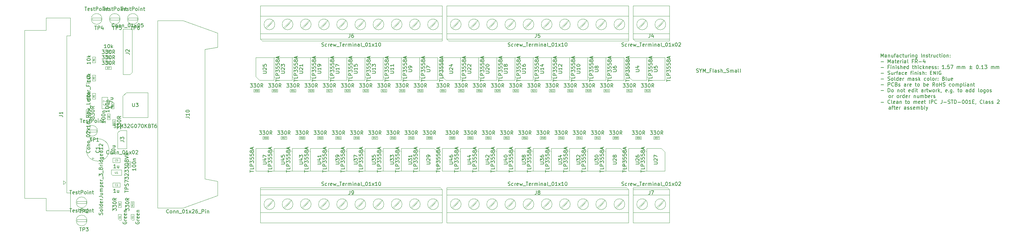
<source format=gbr>
%TF.GenerationSoftware,KiCad,Pcbnew,7.0.2-0*%
%TF.CreationDate,2023-05-11T18:07:37+02:00*%
%TF.ProjectId,main,6d61696e-2e6b-4696-9361-645f70636258,v.1.2.0*%
%TF.SameCoordinates,Original*%
%TF.FileFunction,AssemblyDrawing,Top*%
%FSLAX46Y46*%
G04 Gerber Fmt 4.6, Leading zero omitted, Abs format (unit mm)*
G04 Created by KiCad (PCBNEW 7.0.2-0) date 2023-05-11 18:07:37*
%MOMM*%
%LPD*%
G01*
G04 APERTURE LIST*
%ADD10C,0.150000*%
%ADD11C,0.060000*%
%ADD12C,0.080000*%
%ADD13C,0.120000*%
%ADD14C,0.075000*%
%ADD15C,0.100000*%
G04 APERTURE END LIST*
D10*
X257200095Y-66587619D02*
X257200095Y-65587619D01*
X257200095Y-65587619D02*
X257533428Y-66301904D01*
X257533428Y-66301904D02*
X257866761Y-65587619D01*
X257866761Y-65587619D02*
X257866761Y-66587619D01*
X258771523Y-66587619D02*
X258771523Y-66063809D01*
X258771523Y-66063809D02*
X258723904Y-65968571D01*
X258723904Y-65968571D02*
X258628666Y-65920952D01*
X258628666Y-65920952D02*
X258438190Y-65920952D01*
X258438190Y-65920952D02*
X258342952Y-65968571D01*
X258771523Y-66540000D02*
X258676285Y-66587619D01*
X258676285Y-66587619D02*
X258438190Y-66587619D01*
X258438190Y-66587619D02*
X258342952Y-66540000D01*
X258342952Y-66540000D02*
X258295333Y-66444761D01*
X258295333Y-66444761D02*
X258295333Y-66349523D01*
X258295333Y-66349523D02*
X258342952Y-66254285D01*
X258342952Y-66254285D02*
X258438190Y-66206666D01*
X258438190Y-66206666D02*
X258676285Y-66206666D01*
X258676285Y-66206666D02*
X258771523Y-66159047D01*
X259247714Y-65920952D02*
X259247714Y-66587619D01*
X259247714Y-66016190D02*
X259295333Y-65968571D01*
X259295333Y-65968571D02*
X259390571Y-65920952D01*
X259390571Y-65920952D02*
X259533428Y-65920952D01*
X259533428Y-65920952D02*
X259628666Y-65968571D01*
X259628666Y-65968571D02*
X259676285Y-66063809D01*
X259676285Y-66063809D02*
X259676285Y-66587619D01*
X260581047Y-65920952D02*
X260581047Y-66587619D01*
X260152476Y-65920952D02*
X260152476Y-66444761D01*
X260152476Y-66444761D02*
X260200095Y-66540000D01*
X260200095Y-66540000D02*
X260295333Y-66587619D01*
X260295333Y-66587619D02*
X260438190Y-66587619D01*
X260438190Y-66587619D02*
X260533428Y-66540000D01*
X260533428Y-66540000D02*
X260581047Y-66492380D01*
X260914381Y-65920952D02*
X261295333Y-65920952D01*
X261057238Y-66587619D02*
X261057238Y-65730476D01*
X261057238Y-65730476D02*
X261104857Y-65635238D01*
X261104857Y-65635238D02*
X261200095Y-65587619D01*
X261200095Y-65587619D02*
X261295333Y-65587619D01*
X262057238Y-66587619D02*
X262057238Y-66063809D01*
X262057238Y-66063809D02*
X262009619Y-65968571D01*
X262009619Y-65968571D02*
X261914381Y-65920952D01*
X261914381Y-65920952D02*
X261723905Y-65920952D01*
X261723905Y-65920952D02*
X261628667Y-65968571D01*
X262057238Y-66540000D02*
X261962000Y-66587619D01*
X261962000Y-66587619D02*
X261723905Y-66587619D01*
X261723905Y-66587619D02*
X261628667Y-66540000D01*
X261628667Y-66540000D02*
X261581048Y-66444761D01*
X261581048Y-66444761D02*
X261581048Y-66349523D01*
X261581048Y-66349523D02*
X261628667Y-66254285D01*
X261628667Y-66254285D02*
X261723905Y-66206666D01*
X261723905Y-66206666D02*
X261962000Y-66206666D01*
X261962000Y-66206666D02*
X262057238Y-66159047D01*
X262962000Y-66540000D02*
X262866762Y-66587619D01*
X262866762Y-66587619D02*
X262676286Y-66587619D01*
X262676286Y-66587619D02*
X262581048Y-66540000D01*
X262581048Y-66540000D02*
X262533429Y-66492380D01*
X262533429Y-66492380D02*
X262485810Y-66397142D01*
X262485810Y-66397142D02*
X262485810Y-66111428D01*
X262485810Y-66111428D02*
X262533429Y-66016190D01*
X262533429Y-66016190D02*
X262581048Y-65968571D01*
X262581048Y-65968571D02*
X262676286Y-65920952D01*
X262676286Y-65920952D02*
X262866762Y-65920952D01*
X262866762Y-65920952D02*
X262962000Y-65968571D01*
X263247715Y-65920952D02*
X263628667Y-65920952D01*
X263390572Y-65587619D02*
X263390572Y-66444761D01*
X263390572Y-66444761D02*
X263438191Y-66540000D01*
X263438191Y-66540000D02*
X263533429Y-66587619D01*
X263533429Y-66587619D02*
X263628667Y-66587619D01*
X264390572Y-65920952D02*
X264390572Y-66587619D01*
X263962001Y-65920952D02*
X263962001Y-66444761D01*
X263962001Y-66444761D02*
X264009620Y-66540000D01*
X264009620Y-66540000D02*
X264104858Y-66587619D01*
X264104858Y-66587619D02*
X264247715Y-66587619D01*
X264247715Y-66587619D02*
X264342953Y-66540000D01*
X264342953Y-66540000D02*
X264390572Y-66492380D01*
X264866763Y-66587619D02*
X264866763Y-65920952D01*
X264866763Y-66111428D02*
X264914382Y-66016190D01*
X264914382Y-66016190D02*
X264962001Y-65968571D01*
X264962001Y-65968571D02*
X265057239Y-65920952D01*
X265057239Y-65920952D02*
X265152477Y-65920952D01*
X265485811Y-66587619D02*
X265485811Y-65920952D01*
X265485811Y-65587619D02*
X265438192Y-65635238D01*
X265438192Y-65635238D02*
X265485811Y-65682857D01*
X265485811Y-65682857D02*
X265533430Y-65635238D01*
X265533430Y-65635238D02*
X265485811Y-65587619D01*
X265485811Y-65587619D02*
X265485811Y-65682857D01*
X265962001Y-65920952D02*
X265962001Y-66587619D01*
X265962001Y-66016190D02*
X266009620Y-65968571D01*
X266009620Y-65968571D02*
X266104858Y-65920952D01*
X266104858Y-65920952D02*
X266247715Y-65920952D01*
X266247715Y-65920952D02*
X266342953Y-65968571D01*
X266342953Y-65968571D02*
X266390572Y-66063809D01*
X266390572Y-66063809D02*
X266390572Y-66587619D01*
X267295334Y-65920952D02*
X267295334Y-66730476D01*
X267295334Y-66730476D02*
X267247715Y-66825714D01*
X267247715Y-66825714D02*
X267200096Y-66873333D01*
X267200096Y-66873333D02*
X267104858Y-66920952D01*
X267104858Y-66920952D02*
X266962001Y-66920952D01*
X266962001Y-66920952D02*
X266866763Y-66873333D01*
X267295334Y-66540000D02*
X267200096Y-66587619D01*
X267200096Y-66587619D02*
X267009620Y-66587619D01*
X267009620Y-66587619D02*
X266914382Y-66540000D01*
X266914382Y-66540000D02*
X266866763Y-66492380D01*
X266866763Y-66492380D02*
X266819144Y-66397142D01*
X266819144Y-66397142D02*
X266819144Y-66111428D01*
X266819144Y-66111428D02*
X266866763Y-66016190D01*
X266866763Y-66016190D02*
X266914382Y-65968571D01*
X266914382Y-65968571D02*
X267009620Y-65920952D01*
X267009620Y-65920952D02*
X267200096Y-65920952D01*
X267200096Y-65920952D02*
X267295334Y-65968571D01*
X268533430Y-66587619D02*
X268533430Y-65587619D01*
X269009620Y-65920952D02*
X269009620Y-66587619D01*
X269009620Y-66016190D02*
X269057239Y-65968571D01*
X269057239Y-65968571D02*
X269152477Y-65920952D01*
X269152477Y-65920952D02*
X269295334Y-65920952D01*
X269295334Y-65920952D02*
X269390572Y-65968571D01*
X269390572Y-65968571D02*
X269438191Y-66063809D01*
X269438191Y-66063809D02*
X269438191Y-66587619D01*
X269866763Y-66540000D02*
X269962001Y-66587619D01*
X269962001Y-66587619D02*
X270152477Y-66587619D01*
X270152477Y-66587619D02*
X270247715Y-66540000D01*
X270247715Y-66540000D02*
X270295334Y-66444761D01*
X270295334Y-66444761D02*
X270295334Y-66397142D01*
X270295334Y-66397142D02*
X270247715Y-66301904D01*
X270247715Y-66301904D02*
X270152477Y-66254285D01*
X270152477Y-66254285D02*
X270009620Y-66254285D01*
X270009620Y-66254285D02*
X269914382Y-66206666D01*
X269914382Y-66206666D02*
X269866763Y-66111428D01*
X269866763Y-66111428D02*
X269866763Y-66063809D01*
X269866763Y-66063809D02*
X269914382Y-65968571D01*
X269914382Y-65968571D02*
X270009620Y-65920952D01*
X270009620Y-65920952D02*
X270152477Y-65920952D01*
X270152477Y-65920952D02*
X270247715Y-65968571D01*
X270581049Y-65920952D02*
X270962001Y-65920952D01*
X270723906Y-65587619D02*
X270723906Y-66444761D01*
X270723906Y-66444761D02*
X270771525Y-66540000D01*
X270771525Y-66540000D02*
X270866763Y-66587619D01*
X270866763Y-66587619D02*
X270962001Y-66587619D01*
X271295335Y-66587619D02*
X271295335Y-65920952D01*
X271295335Y-66111428D02*
X271342954Y-66016190D01*
X271342954Y-66016190D02*
X271390573Y-65968571D01*
X271390573Y-65968571D02*
X271485811Y-65920952D01*
X271485811Y-65920952D02*
X271581049Y-65920952D01*
X272342954Y-65920952D02*
X272342954Y-66587619D01*
X271914383Y-65920952D02*
X271914383Y-66444761D01*
X271914383Y-66444761D02*
X271962002Y-66540000D01*
X271962002Y-66540000D02*
X272057240Y-66587619D01*
X272057240Y-66587619D02*
X272200097Y-66587619D01*
X272200097Y-66587619D02*
X272295335Y-66540000D01*
X272295335Y-66540000D02*
X272342954Y-66492380D01*
X273247716Y-66540000D02*
X273152478Y-66587619D01*
X273152478Y-66587619D02*
X272962002Y-66587619D01*
X272962002Y-66587619D02*
X272866764Y-66540000D01*
X272866764Y-66540000D02*
X272819145Y-66492380D01*
X272819145Y-66492380D02*
X272771526Y-66397142D01*
X272771526Y-66397142D02*
X272771526Y-66111428D01*
X272771526Y-66111428D02*
X272819145Y-66016190D01*
X272819145Y-66016190D02*
X272866764Y-65968571D01*
X272866764Y-65968571D02*
X272962002Y-65920952D01*
X272962002Y-65920952D02*
X273152478Y-65920952D01*
X273152478Y-65920952D02*
X273247716Y-65968571D01*
X273533431Y-65920952D02*
X273914383Y-65920952D01*
X273676288Y-65587619D02*
X273676288Y-66444761D01*
X273676288Y-66444761D02*
X273723907Y-66540000D01*
X273723907Y-66540000D02*
X273819145Y-66587619D01*
X273819145Y-66587619D02*
X273914383Y-66587619D01*
X274247717Y-66587619D02*
X274247717Y-65920952D01*
X274247717Y-65587619D02*
X274200098Y-65635238D01*
X274200098Y-65635238D02*
X274247717Y-65682857D01*
X274247717Y-65682857D02*
X274295336Y-65635238D01*
X274295336Y-65635238D02*
X274247717Y-65587619D01*
X274247717Y-65587619D02*
X274247717Y-65682857D01*
X274866764Y-66587619D02*
X274771526Y-66540000D01*
X274771526Y-66540000D02*
X274723907Y-66492380D01*
X274723907Y-66492380D02*
X274676288Y-66397142D01*
X274676288Y-66397142D02*
X274676288Y-66111428D01*
X274676288Y-66111428D02*
X274723907Y-66016190D01*
X274723907Y-66016190D02*
X274771526Y-65968571D01*
X274771526Y-65968571D02*
X274866764Y-65920952D01*
X274866764Y-65920952D02*
X275009621Y-65920952D01*
X275009621Y-65920952D02*
X275104859Y-65968571D01*
X275104859Y-65968571D02*
X275152478Y-66016190D01*
X275152478Y-66016190D02*
X275200097Y-66111428D01*
X275200097Y-66111428D02*
X275200097Y-66397142D01*
X275200097Y-66397142D02*
X275152478Y-66492380D01*
X275152478Y-66492380D02*
X275104859Y-66540000D01*
X275104859Y-66540000D02*
X275009621Y-66587619D01*
X275009621Y-66587619D02*
X274866764Y-66587619D01*
X275628669Y-65920952D02*
X275628669Y-66587619D01*
X275628669Y-66016190D02*
X275676288Y-65968571D01*
X275676288Y-65968571D02*
X275771526Y-65920952D01*
X275771526Y-65920952D02*
X275914383Y-65920952D01*
X275914383Y-65920952D02*
X276009621Y-65968571D01*
X276009621Y-65968571D02*
X276057240Y-66063809D01*
X276057240Y-66063809D02*
X276057240Y-66587619D01*
X276533431Y-66492380D02*
X276581050Y-66540000D01*
X276581050Y-66540000D02*
X276533431Y-66587619D01*
X276533431Y-66587619D02*
X276485812Y-66540000D01*
X276485812Y-66540000D02*
X276533431Y-66492380D01*
X276533431Y-66492380D02*
X276533431Y-66587619D01*
X276533431Y-65968571D02*
X276581050Y-66016190D01*
X276581050Y-66016190D02*
X276533431Y-66063809D01*
X276533431Y-66063809D02*
X276485812Y-66016190D01*
X276485812Y-66016190D02*
X276533431Y-65968571D01*
X276533431Y-65968571D02*
X276533431Y-66063809D01*
X257200095Y-67826666D02*
X257962000Y-67826666D01*
X259200095Y-68207619D02*
X259200095Y-67207619D01*
X259200095Y-67207619D02*
X259533428Y-67921904D01*
X259533428Y-67921904D02*
X259866761Y-67207619D01*
X259866761Y-67207619D02*
X259866761Y-68207619D01*
X260771523Y-68207619D02*
X260771523Y-67683809D01*
X260771523Y-67683809D02*
X260723904Y-67588571D01*
X260723904Y-67588571D02*
X260628666Y-67540952D01*
X260628666Y-67540952D02*
X260438190Y-67540952D01*
X260438190Y-67540952D02*
X260342952Y-67588571D01*
X260771523Y-68160000D02*
X260676285Y-68207619D01*
X260676285Y-68207619D02*
X260438190Y-68207619D01*
X260438190Y-68207619D02*
X260342952Y-68160000D01*
X260342952Y-68160000D02*
X260295333Y-68064761D01*
X260295333Y-68064761D02*
X260295333Y-67969523D01*
X260295333Y-67969523D02*
X260342952Y-67874285D01*
X260342952Y-67874285D02*
X260438190Y-67826666D01*
X260438190Y-67826666D02*
X260676285Y-67826666D01*
X260676285Y-67826666D02*
X260771523Y-67779047D01*
X261104857Y-67540952D02*
X261485809Y-67540952D01*
X261247714Y-67207619D02*
X261247714Y-68064761D01*
X261247714Y-68064761D02*
X261295333Y-68160000D01*
X261295333Y-68160000D02*
X261390571Y-68207619D01*
X261390571Y-68207619D02*
X261485809Y-68207619D01*
X262200095Y-68160000D02*
X262104857Y-68207619D01*
X262104857Y-68207619D02*
X261914381Y-68207619D01*
X261914381Y-68207619D02*
X261819143Y-68160000D01*
X261819143Y-68160000D02*
X261771524Y-68064761D01*
X261771524Y-68064761D02*
X261771524Y-67683809D01*
X261771524Y-67683809D02*
X261819143Y-67588571D01*
X261819143Y-67588571D02*
X261914381Y-67540952D01*
X261914381Y-67540952D02*
X262104857Y-67540952D01*
X262104857Y-67540952D02*
X262200095Y-67588571D01*
X262200095Y-67588571D02*
X262247714Y-67683809D01*
X262247714Y-67683809D02*
X262247714Y-67779047D01*
X262247714Y-67779047D02*
X261771524Y-67874285D01*
X262676286Y-68207619D02*
X262676286Y-67540952D01*
X262676286Y-67731428D02*
X262723905Y-67636190D01*
X262723905Y-67636190D02*
X262771524Y-67588571D01*
X262771524Y-67588571D02*
X262866762Y-67540952D01*
X262866762Y-67540952D02*
X262962000Y-67540952D01*
X263295334Y-68207619D02*
X263295334Y-67540952D01*
X263295334Y-67207619D02*
X263247715Y-67255238D01*
X263247715Y-67255238D02*
X263295334Y-67302857D01*
X263295334Y-67302857D02*
X263342953Y-67255238D01*
X263342953Y-67255238D02*
X263295334Y-67207619D01*
X263295334Y-67207619D02*
X263295334Y-67302857D01*
X264200095Y-68207619D02*
X264200095Y-67683809D01*
X264200095Y-67683809D02*
X264152476Y-67588571D01*
X264152476Y-67588571D02*
X264057238Y-67540952D01*
X264057238Y-67540952D02*
X263866762Y-67540952D01*
X263866762Y-67540952D02*
X263771524Y-67588571D01*
X264200095Y-68160000D02*
X264104857Y-68207619D01*
X264104857Y-68207619D02*
X263866762Y-68207619D01*
X263866762Y-68207619D02*
X263771524Y-68160000D01*
X263771524Y-68160000D02*
X263723905Y-68064761D01*
X263723905Y-68064761D02*
X263723905Y-67969523D01*
X263723905Y-67969523D02*
X263771524Y-67874285D01*
X263771524Y-67874285D02*
X263866762Y-67826666D01*
X263866762Y-67826666D02*
X264104857Y-67826666D01*
X264104857Y-67826666D02*
X264200095Y-67779047D01*
X264819143Y-68207619D02*
X264723905Y-68160000D01*
X264723905Y-68160000D02*
X264676286Y-68064761D01*
X264676286Y-68064761D02*
X264676286Y-67207619D01*
X266295334Y-67683809D02*
X265962001Y-67683809D01*
X265962001Y-68207619D02*
X265962001Y-67207619D01*
X265962001Y-67207619D02*
X266438191Y-67207619D01*
X267390572Y-68207619D02*
X267057239Y-67731428D01*
X266819144Y-68207619D02*
X266819144Y-67207619D01*
X266819144Y-67207619D02*
X267200096Y-67207619D01*
X267200096Y-67207619D02*
X267295334Y-67255238D01*
X267295334Y-67255238D02*
X267342953Y-67302857D01*
X267342953Y-67302857D02*
X267390572Y-67398095D01*
X267390572Y-67398095D02*
X267390572Y-67540952D01*
X267390572Y-67540952D02*
X267342953Y-67636190D01*
X267342953Y-67636190D02*
X267295334Y-67683809D01*
X267295334Y-67683809D02*
X267200096Y-67731428D01*
X267200096Y-67731428D02*
X266819144Y-67731428D01*
X267819144Y-67826666D02*
X268581049Y-67826666D01*
X269485810Y-67540952D02*
X269485810Y-68207619D01*
X269247715Y-67160000D02*
X269009620Y-67874285D01*
X269009620Y-67874285D02*
X269628667Y-67874285D01*
X257200095Y-69446666D02*
X257962000Y-69446666D01*
X259533428Y-69303809D02*
X259200095Y-69303809D01*
X259200095Y-69827619D02*
X259200095Y-68827619D01*
X259200095Y-68827619D02*
X259676285Y-68827619D01*
X260057238Y-69827619D02*
X260057238Y-69160952D01*
X260057238Y-68827619D02*
X260009619Y-68875238D01*
X260009619Y-68875238D02*
X260057238Y-68922857D01*
X260057238Y-68922857D02*
X260104857Y-68875238D01*
X260104857Y-68875238D02*
X260057238Y-68827619D01*
X260057238Y-68827619D02*
X260057238Y-68922857D01*
X260533428Y-69160952D02*
X260533428Y-69827619D01*
X260533428Y-69256190D02*
X260581047Y-69208571D01*
X260581047Y-69208571D02*
X260676285Y-69160952D01*
X260676285Y-69160952D02*
X260819142Y-69160952D01*
X260819142Y-69160952D02*
X260914380Y-69208571D01*
X260914380Y-69208571D02*
X260961999Y-69303809D01*
X260961999Y-69303809D02*
X260961999Y-69827619D01*
X261438190Y-69827619D02*
X261438190Y-69160952D01*
X261438190Y-68827619D02*
X261390571Y-68875238D01*
X261390571Y-68875238D02*
X261438190Y-68922857D01*
X261438190Y-68922857D02*
X261485809Y-68875238D01*
X261485809Y-68875238D02*
X261438190Y-68827619D01*
X261438190Y-68827619D02*
X261438190Y-68922857D01*
X261866761Y-69780000D02*
X261961999Y-69827619D01*
X261961999Y-69827619D02*
X262152475Y-69827619D01*
X262152475Y-69827619D02*
X262247713Y-69780000D01*
X262247713Y-69780000D02*
X262295332Y-69684761D01*
X262295332Y-69684761D02*
X262295332Y-69637142D01*
X262295332Y-69637142D02*
X262247713Y-69541904D01*
X262247713Y-69541904D02*
X262152475Y-69494285D01*
X262152475Y-69494285D02*
X262009618Y-69494285D01*
X262009618Y-69494285D02*
X261914380Y-69446666D01*
X261914380Y-69446666D02*
X261866761Y-69351428D01*
X261866761Y-69351428D02*
X261866761Y-69303809D01*
X261866761Y-69303809D02*
X261914380Y-69208571D01*
X261914380Y-69208571D02*
X262009618Y-69160952D01*
X262009618Y-69160952D02*
X262152475Y-69160952D01*
X262152475Y-69160952D02*
X262247713Y-69208571D01*
X262723904Y-69827619D02*
X262723904Y-68827619D01*
X263152475Y-69827619D02*
X263152475Y-69303809D01*
X263152475Y-69303809D02*
X263104856Y-69208571D01*
X263104856Y-69208571D02*
X263009618Y-69160952D01*
X263009618Y-69160952D02*
X262866761Y-69160952D01*
X262866761Y-69160952D02*
X262771523Y-69208571D01*
X262771523Y-69208571D02*
X262723904Y-69256190D01*
X264009618Y-69780000D02*
X263914380Y-69827619D01*
X263914380Y-69827619D02*
X263723904Y-69827619D01*
X263723904Y-69827619D02*
X263628666Y-69780000D01*
X263628666Y-69780000D02*
X263581047Y-69684761D01*
X263581047Y-69684761D02*
X263581047Y-69303809D01*
X263581047Y-69303809D02*
X263628666Y-69208571D01*
X263628666Y-69208571D02*
X263723904Y-69160952D01*
X263723904Y-69160952D02*
X263914380Y-69160952D01*
X263914380Y-69160952D02*
X264009618Y-69208571D01*
X264009618Y-69208571D02*
X264057237Y-69303809D01*
X264057237Y-69303809D02*
X264057237Y-69399047D01*
X264057237Y-69399047D02*
X263581047Y-69494285D01*
X264914380Y-69827619D02*
X264914380Y-68827619D01*
X264914380Y-69780000D02*
X264819142Y-69827619D01*
X264819142Y-69827619D02*
X264628666Y-69827619D01*
X264628666Y-69827619D02*
X264533428Y-69780000D01*
X264533428Y-69780000D02*
X264485809Y-69732380D01*
X264485809Y-69732380D02*
X264438190Y-69637142D01*
X264438190Y-69637142D02*
X264438190Y-69351428D01*
X264438190Y-69351428D02*
X264485809Y-69256190D01*
X264485809Y-69256190D02*
X264533428Y-69208571D01*
X264533428Y-69208571D02*
X264628666Y-69160952D01*
X264628666Y-69160952D02*
X264819142Y-69160952D01*
X264819142Y-69160952D02*
X264914380Y-69208571D01*
X266009619Y-69160952D02*
X266390571Y-69160952D01*
X266152476Y-68827619D02*
X266152476Y-69684761D01*
X266152476Y-69684761D02*
X266200095Y-69780000D01*
X266200095Y-69780000D02*
X266295333Y-69827619D01*
X266295333Y-69827619D02*
X266390571Y-69827619D01*
X266723905Y-69827619D02*
X266723905Y-68827619D01*
X267152476Y-69827619D02*
X267152476Y-69303809D01*
X267152476Y-69303809D02*
X267104857Y-69208571D01*
X267104857Y-69208571D02*
X267009619Y-69160952D01*
X267009619Y-69160952D02*
X266866762Y-69160952D01*
X266866762Y-69160952D02*
X266771524Y-69208571D01*
X266771524Y-69208571D02*
X266723905Y-69256190D01*
X267628667Y-69827619D02*
X267628667Y-69160952D01*
X267628667Y-68827619D02*
X267581048Y-68875238D01*
X267581048Y-68875238D02*
X267628667Y-68922857D01*
X267628667Y-68922857D02*
X267676286Y-68875238D01*
X267676286Y-68875238D02*
X267628667Y-68827619D01*
X267628667Y-68827619D02*
X267628667Y-68922857D01*
X268533428Y-69780000D02*
X268438190Y-69827619D01*
X268438190Y-69827619D02*
X268247714Y-69827619D01*
X268247714Y-69827619D02*
X268152476Y-69780000D01*
X268152476Y-69780000D02*
X268104857Y-69732380D01*
X268104857Y-69732380D02*
X268057238Y-69637142D01*
X268057238Y-69637142D02*
X268057238Y-69351428D01*
X268057238Y-69351428D02*
X268104857Y-69256190D01*
X268104857Y-69256190D02*
X268152476Y-69208571D01*
X268152476Y-69208571D02*
X268247714Y-69160952D01*
X268247714Y-69160952D02*
X268438190Y-69160952D01*
X268438190Y-69160952D02*
X268533428Y-69208571D01*
X268962000Y-69827619D02*
X268962000Y-68827619D01*
X269057238Y-69446666D02*
X269342952Y-69827619D01*
X269342952Y-69160952D02*
X268962000Y-69541904D01*
X269771524Y-69160952D02*
X269771524Y-69827619D01*
X269771524Y-69256190D02*
X269819143Y-69208571D01*
X269819143Y-69208571D02*
X269914381Y-69160952D01*
X269914381Y-69160952D02*
X270057238Y-69160952D01*
X270057238Y-69160952D02*
X270152476Y-69208571D01*
X270152476Y-69208571D02*
X270200095Y-69303809D01*
X270200095Y-69303809D02*
X270200095Y-69827619D01*
X271057238Y-69780000D02*
X270962000Y-69827619D01*
X270962000Y-69827619D02*
X270771524Y-69827619D01*
X270771524Y-69827619D02*
X270676286Y-69780000D01*
X270676286Y-69780000D02*
X270628667Y-69684761D01*
X270628667Y-69684761D02*
X270628667Y-69303809D01*
X270628667Y-69303809D02*
X270676286Y-69208571D01*
X270676286Y-69208571D02*
X270771524Y-69160952D01*
X270771524Y-69160952D02*
X270962000Y-69160952D01*
X270962000Y-69160952D02*
X271057238Y-69208571D01*
X271057238Y-69208571D02*
X271104857Y-69303809D01*
X271104857Y-69303809D02*
X271104857Y-69399047D01*
X271104857Y-69399047D02*
X270628667Y-69494285D01*
X271485810Y-69780000D02*
X271581048Y-69827619D01*
X271581048Y-69827619D02*
X271771524Y-69827619D01*
X271771524Y-69827619D02*
X271866762Y-69780000D01*
X271866762Y-69780000D02*
X271914381Y-69684761D01*
X271914381Y-69684761D02*
X271914381Y-69637142D01*
X271914381Y-69637142D02*
X271866762Y-69541904D01*
X271866762Y-69541904D02*
X271771524Y-69494285D01*
X271771524Y-69494285D02*
X271628667Y-69494285D01*
X271628667Y-69494285D02*
X271533429Y-69446666D01*
X271533429Y-69446666D02*
X271485810Y-69351428D01*
X271485810Y-69351428D02*
X271485810Y-69303809D01*
X271485810Y-69303809D02*
X271533429Y-69208571D01*
X271533429Y-69208571D02*
X271628667Y-69160952D01*
X271628667Y-69160952D02*
X271771524Y-69160952D01*
X271771524Y-69160952D02*
X271866762Y-69208571D01*
X272295334Y-69780000D02*
X272390572Y-69827619D01*
X272390572Y-69827619D02*
X272581048Y-69827619D01*
X272581048Y-69827619D02*
X272676286Y-69780000D01*
X272676286Y-69780000D02*
X272723905Y-69684761D01*
X272723905Y-69684761D02*
X272723905Y-69637142D01*
X272723905Y-69637142D02*
X272676286Y-69541904D01*
X272676286Y-69541904D02*
X272581048Y-69494285D01*
X272581048Y-69494285D02*
X272438191Y-69494285D01*
X272438191Y-69494285D02*
X272342953Y-69446666D01*
X272342953Y-69446666D02*
X272295334Y-69351428D01*
X272295334Y-69351428D02*
X272295334Y-69303809D01*
X272295334Y-69303809D02*
X272342953Y-69208571D01*
X272342953Y-69208571D02*
X272438191Y-69160952D01*
X272438191Y-69160952D02*
X272581048Y-69160952D01*
X272581048Y-69160952D02*
X272676286Y-69208571D01*
X273152477Y-69732380D02*
X273200096Y-69780000D01*
X273200096Y-69780000D02*
X273152477Y-69827619D01*
X273152477Y-69827619D02*
X273104858Y-69780000D01*
X273104858Y-69780000D02*
X273152477Y-69732380D01*
X273152477Y-69732380D02*
X273152477Y-69827619D01*
X273152477Y-69208571D02*
X273200096Y-69256190D01*
X273200096Y-69256190D02*
X273152477Y-69303809D01*
X273152477Y-69303809D02*
X273104858Y-69256190D01*
X273104858Y-69256190D02*
X273152477Y-69208571D01*
X273152477Y-69208571D02*
X273152477Y-69303809D01*
X274914381Y-69827619D02*
X274342953Y-69827619D01*
X274628667Y-69827619D02*
X274628667Y-68827619D01*
X274628667Y-68827619D02*
X274533429Y-68970476D01*
X274533429Y-68970476D02*
X274438191Y-69065714D01*
X274438191Y-69065714D02*
X274342953Y-69113333D01*
X275342953Y-69732380D02*
X275390572Y-69780000D01*
X275390572Y-69780000D02*
X275342953Y-69827619D01*
X275342953Y-69827619D02*
X275295334Y-69780000D01*
X275295334Y-69780000D02*
X275342953Y-69732380D01*
X275342953Y-69732380D02*
X275342953Y-69827619D01*
X276295333Y-68827619D02*
X275819143Y-68827619D01*
X275819143Y-68827619D02*
X275771524Y-69303809D01*
X275771524Y-69303809D02*
X275819143Y-69256190D01*
X275819143Y-69256190D02*
X275914381Y-69208571D01*
X275914381Y-69208571D02*
X276152476Y-69208571D01*
X276152476Y-69208571D02*
X276247714Y-69256190D01*
X276247714Y-69256190D02*
X276295333Y-69303809D01*
X276295333Y-69303809D02*
X276342952Y-69399047D01*
X276342952Y-69399047D02*
X276342952Y-69637142D01*
X276342952Y-69637142D02*
X276295333Y-69732380D01*
X276295333Y-69732380D02*
X276247714Y-69780000D01*
X276247714Y-69780000D02*
X276152476Y-69827619D01*
X276152476Y-69827619D02*
X275914381Y-69827619D01*
X275914381Y-69827619D02*
X275819143Y-69780000D01*
X275819143Y-69780000D02*
X275771524Y-69732380D01*
X276676286Y-68827619D02*
X277342952Y-68827619D01*
X277342952Y-68827619D02*
X276914381Y-69827619D01*
X278485810Y-69827619D02*
X278485810Y-69160952D01*
X278485810Y-69256190D02*
X278533429Y-69208571D01*
X278533429Y-69208571D02*
X278628667Y-69160952D01*
X278628667Y-69160952D02*
X278771524Y-69160952D01*
X278771524Y-69160952D02*
X278866762Y-69208571D01*
X278866762Y-69208571D02*
X278914381Y-69303809D01*
X278914381Y-69303809D02*
X278914381Y-69827619D01*
X278914381Y-69303809D02*
X278962000Y-69208571D01*
X278962000Y-69208571D02*
X279057238Y-69160952D01*
X279057238Y-69160952D02*
X279200095Y-69160952D01*
X279200095Y-69160952D02*
X279295334Y-69208571D01*
X279295334Y-69208571D02*
X279342953Y-69303809D01*
X279342953Y-69303809D02*
X279342953Y-69827619D01*
X279819143Y-69827619D02*
X279819143Y-69160952D01*
X279819143Y-69256190D02*
X279866762Y-69208571D01*
X279866762Y-69208571D02*
X279962000Y-69160952D01*
X279962000Y-69160952D02*
X280104857Y-69160952D01*
X280104857Y-69160952D02*
X280200095Y-69208571D01*
X280200095Y-69208571D02*
X280247714Y-69303809D01*
X280247714Y-69303809D02*
X280247714Y-69827619D01*
X280247714Y-69303809D02*
X280295333Y-69208571D01*
X280295333Y-69208571D02*
X280390571Y-69160952D01*
X280390571Y-69160952D02*
X280533428Y-69160952D01*
X280533428Y-69160952D02*
X280628667Y-69208571D01*
X280628667Y-69208571D02*
X280676286Y-69303809D01*
X280676286Y-69303809D02*
X280676286Y-69827619D01*
X281914381Y-69256190D02*
X282676286Y-69256190D01*
X282295333Y-69637142D02*
X282295333Y-68875238D01*
X282676286Y-69827619D02*
X281914381Y-69827619D01*
X284104857Y-68827619D02*
X284200095Y-68827619D01*
X284200095Y-68827619D02*
X284295333Y-68875238D01*
X284295333Y-68875238D02*
X284342952Y-68922857D01*
X284342952Y-68922857D02*
X284390571Y-69018095D01*
X284390571Y-69018095D02*
X284438190Y-69208571D01*
X284438190Y-69208571D02*
X284438190Y-69446666D01*
X284438190Y-69446666D02*
X284390571Y-69637142D01*
X284390571Y-69637142D02*
X284342952Y-69732380D01*
X284342952Y-69732380D02*
X284295333Y-69780000D01*
X284295333Y-69780000D02*
X284200095Y-69827619D01*
X284200095Y-69827619D02*
X284104857Y-69827619D01*
X284104857Y-69827619D02*
X284009619Y-69780000D01*
X284009619Y-69780000D02*
X283962000Y-69732380D01*
X283962000Y-69732380D02*
X283914381Y-69637142D01*
X283914381Y-69637142D02*
X283866762Y-69446666D01*
X283866762Y-69446666D02*
X283866762Y-69208571D01*
X283866762Y-69208571D02*
X283914381Y-69018095D01*
X283914381Y-69018095D02*
X283962000Y-68922857D01*
X283962000Y-68922857D02*
X284009619Y-68875238D01*
X284009619Y-68875238D02*
X284104857Y-68827619D01*
X284866762Y-69732380D02*
X284914381Y-69780000D01*
X284914381Y-69780000D02*
X284866762Y-69827619D01*
X284866762Y-69827619D02*
X284819143Y-69780000D01*
X284819143Y-69780000D02*
X284866762Y-69732380D01*
X284866762Y-69732380D02*
X284866762Y-69827619D01*
X285866761Y-69827619D02*
X285295333Y-69827619D01*
X285581047Y-69827619D02*
X285581047Y-68827619D01*
X285581047Y-68827619D02*
X285485809Y-68970476D01*
X285485809Y-68970476D02*
X285390571Y-69065714D01*
X285390571Y-69065714D02*
X285295333Y-69113333D01*
X286200095Y-68827619D02*
X286819142Y-68827619D01*
X286819142Y-68827619D02*
X286485809Y-69208571D01*
X286485809Y-69208571D02*
X286628666Y-69208571D01*
X286628666Y-69208571D02*
X286723904Y-69256190D01*
X286723904Y-69256190D02*
X286771523Y-69303809D01*
X286771523Y-69303809D02*
X286819142Y-69399047D01*
X286819142Y-69399047D02*
X286819142Y-69637142D01*
X286819142Y-69637142D02*
X286771523Y-69732380D01*
X286771523Y-69732380D02*
X286723904Y-69780000D01*
X286723904Y-69780000D02*
X286628666Y-69827619D01*
X286628666Y-69827619D02*
X286342952Y-69827619D01*
X286342952Y-69827619D02*
X286247714Y-69780000D01*
X286247714Y-69780000D02*
X286200095Y-69732380D01*
X288009619Y-69827619D02*
X288009619Y-69160952D01*
X288009619Y-69256190D02*
X288057238Y-69208571D01*
X288057238Y-69208571D02*
X288152476Y-69160952D01*
X288152476Y-69160952D02*
X288295333Y-69160952D01*
X288295333Y-69160952D02*
X288390571Y-69208571D01*
X288390571Y-69208571D02*
X288438190Y-69303809D01*
X288438190Y-69303809D02*
X288438190Y-69827619D01*
X288438190Y-69303809D02*
X288485809Y-69208571D01*
X288485809Y-69208571D02*
X288581047Y-69160952D01*
X288581047Y-69160952D02*
X288723904Y-69160952D01*
X288723904Y-69160952D02*
X288819143Y-69208571D01*
X288819143Y-69208571D02*
X288866762Y-69303809D01*
X288866762Y-69303809D02*
X288866762Y-69827619D01*
X289342952Y-69827619D02*
X289342952Y-69160952D01*
X289342952Y-69256190D02*
X289390571Y-69208571D01*
X289390571Y-69208571D02*
X289485809Y-69160952D01*
X289485809Y-69160952D02*
X289628666Y-69160952D01*
X289628666Y-69160952D02*
X289723904Y-69208571D01*
X289723904Y-69208571D02*
X289771523Y-69303809D01*
X289771523Y-69303809D02*
X289771523Y-69827619D01*
X289771523Y-69303809D02*
X289819142Y-69208571D01*
X289819142Y-69208571D02*
X289914380Y-69160952D01*
X289914380Y-69160952D02*
X290057237Y-69160952D01*
X290057237Y-69160952D02*
X290152476Y-69208571D01*
X290152476Y-69208571D02*
X290200095Y-69303809D01*
X290200095Y-69303809D02*
X290200095Y-69827619D01*
X257200095Y-71066666D02*
X257962000Y-71066666D01*
X259152476Y-71400000D02*
X259295333Y-71447619D01*
X259295333Y-71447619D02*
X259533428Y-71447619D01*
X259533428Y-71447619D02*
X259628666Y-71400000D01*
X259628666Y-71400000D02*
X259676285Y-71352380D01*
X259676285Y-71352380D02*
X259723904Y-71257142D01*
X259723904Y-71257142D02*
X259723904Y-71161904D01*
X259723904Y-71161904D02*
X259676285Y-71066666D01*
X259676285Y-71066666D02*
X259628666Y-71019047D01*
X259628666Y-71019047D02*
X259533428Y-70971428D01*
X259533428Y-70971428D02*
X259342952Y-70923809D01*
X259342952Y-70923809D02*
X259247714Y-70876190D01*
X259247714Y-70876190D02*
X259200095Y-70828571D01*
X259200095Y-70828571D02*
X259152476Y-70733333D01*
X259152476Y-70733333D02*
X259152476Y-70638095D01*
X259152476Y-70638095D02*
X259200095Y-70542857D01*
X259200095Y-70542857D02*
X259247714Y-70495238D01*
X259247714Y-70495238D02*
X259342952Y-70447619D01*
X259342952Y-70447619D02*
X259581047Y-70447619D01*
X259581047Y-70447619D02*
X259723904Y-70495238D01*
X260581047Y-70780952D02*
X260581047Y-71447619D01*
X260152476Y-70780952D02*
X260152476Y-71304761D01*
X260152476Y-71304761D02*
X260200095Y-71400000D01*
X260200095Y-71400000D02*
X260295333Y-71447619D01*
X260295333Y-71447619D02*
X260438190Y-71447619D01*
X260438190Y-71447619D02*
X260533428Y-71400000D01*
X260533428Y-71400000D02*
X260581047Y-71352380D01*
X261057238Y-71447619D02*
X261057238Y-70780952D01*
X261057238Y-70971428D02*
X261104857Y-70876190D01*
X261104857Y-70876190D02*
X261152476Y-70828571D01*
X261152476Y-70828571D02*
X261247714Y-70780952D01*
X261247714Y-70780952D02*
X261342952Y-70780952D01*
X261533429Y-70780952D02*
X261914381Y-70780952D01*
X261676286Y-71447619D02*
X261676286Y-70590476D01*
X261676286Y-70590476D02*
X261723905Y-70495238D01*
X261723905Y-70495238D02*
X261819143Y-70447619D01*
X261819143Y-70447619D02*
X261914381Y-70447619D01*
X262676286Y-71447619D02*
X262676286Y-70923809D01*
X262676286Y-70923809D02*
X262628667Y-70828571D01*
X262628667Y-70828571D02*
X262533429Y-70780952D01*
X262533429Y-70780952D02*
X262342953Y-70780952D01*
X262342953Y-70780952D02*
X262247715Y-70828571D01*
X262676286Y-71400000D02*
X262581048Y-71447619D01*
X262581048Y-71447619D02*
X262342953Y-71447619D01*
X262342953Y-71447619D02*
X262247715Y-71400000D01*
X262247715Y-71400000D02*
X262200096Y-71304761D01*
X262200096Y-71304761D02*
X262200096Y-71209523D01*
X262200096Y-71209523D02*
X262247715Y-71114285D01*
X262247715Y-71114285D02*
X262342953Y-71066666D01*
X262342953Y-71066666D02*
X262581048Y-71066666D01*
X262581048Y-71066666D02*
X262676286Y-71019047D01*
X263581048Y-71400000D02*
X263485810Y-71447619D01*
X263485810Y-71447619D02*
X263295334Y-71447619D01*
X263295334Y-71447619D02*
X263200096Y-71400000D01*
X263200096Y-71400000D02*
X263152477Y-71352380D01*
X263152477Y-71352380D02*
X263104858Y-71257142D01*
X263104858Y-71257142D02*
X263104858Y-70971428D01*
X263104858Y-70971428D02*
X263152477Y-70876190D01*
X263152477Y-70876190D02*
X263200096Y-70828571D01*
X263200096Y-70828571D02*
X263295334Y-70780952D01*
X263295334Y-70780952D02*
X263485810Y-70780952D01*
X263485810Y-70780952D02*
X263581048Y-70828571D01*
X264390572Y-71400000D02*
X264295334Y-71447619D01*
X264295334Y-71447619D02*
X264104858Y-71447619D01*
X264104858Y-71447619D02*
X264009620Y-71400000D01*
X264009620Y-71400000D02*
X263962001Y-71304761D01*
X263962001Y-71304761D02*
X263962001Y-70923809D01*
X263962001Y-70923809D02*
X264009620Y-70828571D01*
X264009620Y-70828571D02*
X264104858Y-70780952D01*
X264104858Y-70780952D02*
X264295334Y-70780952D01*
X264295334Y-70780952D02*
X264390572Y-70828571D01*
X264390572Y-70828571D02*
X264438191Y-70923809D01*
X264438191Y-70923809D02*
X264438191Y-71019047D01*
X264438191Y-71019047D02*
X263962001Y-71114285D01*
X265485811Y-70780952D02*
X265866763Y-70780952D01*
X265628668Y-71447619D02*
X265628668Y-70590476D01*
X265628668Y-70590476D02*
X265676287Y-70495238D01*
X265676287Y-70495238D02*
X265771525Y-70447619D01*
X265771525Y-70447619D02*
X265866763Y-70447619D01*
X266200097Y-71447619D02*
X266200097Y-70780952D01*
X266200097Y-70447619D02*
X266152478Y-70495238D01*
X266152478Y-70495238D02*
X266200097Y-70542857D01*
X266200097Y-70542857D02*
X266247716Y-70495238D01*
X266247716Y-70495238D02*
X266200097Y-70447619D01*
X266200097Y-70447619D02*
X266200097Y-70542857D01*
X266676287Y-70780952D02*
X266676287Y-71447619D01*
X266676287Y-70876190D02*
X266723906Y-70828571D01*
X266723906Y-70828571D02*
X266819144Y-70780952D01*
X266819144Y-70780952D02*
X266962001Y-70780952D01*
X266962001Y-70780952D02*
X267057239Y-70828571D01*
X267057239Y-70828571D02*
X267104858Y-70923809D01*
X267104858Y-70923809D02*
X267104858Y-71447619D01*
X267581049Y-71447619D02*
X267581049Y-70780952D01*
X267581049Y-70447619D02*
X267533430Y-70495238D01*
X267533430Y-70495238D02*
X267581049Y-70542857D01*
X267581049Y-70542857D02*
X267628668Y-70495238D01*
X267628668Y-70495238D02*
X267581049Y-70447619D01*
X267581049Y-70447619D02*
X267581049Y-70542857D01*
X268009620Y-71400000D02*
X268104858Y-71447619D01*
X268104858Y-71447619D02*
X268295334Y-71447619D01*
X268295334Y-71447619D02*
X268390572Y-71400000D01*
X268390572Y-71400000D02*
X268438191Y-71304761D01*
X268438191Y-71304761D02*
X268438191Y-71257142D01*
X268438191Y-71257142D02*
X268390572Y-71161904D01*
X268390572Y-71161904D02*
X268295334Y-71114285D01*
X268295334Y-71114285D02*
X268152477Y-71114285D01*
X268152477Y-71114285D02*
X268057239Y-71066666D01*
X268057239Y-71066666D02*
X268009620Y-70971428D01*
X268009620Y-70971428D02*
X268009620Y-70923809D01*
X268009620Y-70923809D02*
X268057239Y-70828571D01*
X268057239Y-70828571D02*
X268152477Y-70780952D01*
X268152477Y-70780952D02*
X268295334Y-70780952D01*
X268295334Y-70780952D02*
X268390572Y-70828571D01*
X268866763Y-71447619D02*
X268866763Y-70447619D01*
X269295334Y-71447619D02*
X269295334Y-70923809D01*
X269295334Y-70923809D02*
X269247715Y-70828571D01*
X269247715Y-70828571D02*
X269152477Y-70780952D01*
X269152477Y-70780952D02*
X269009620Y-70780952D01*
X269009620Y-70780952D02*
X268914382Y-70828571D01*
X268914382Y-70828571D02*
X268866763Y-70876190D01*
X269771525Y-71352380D02*
X269819144Y-71400000D01*
X269819144Y-71400000D02*
X269771525Y-71447619D01*
X269771525Y-71447619D02*
X269723906Y-71400000D01*
X269723906Y-71400000D02*
X269771525Y-71352380D01*
X269771525Y-71352380D02*
X269771525Y-71447619D01*
X269771525Y-70828571D02*
X269819144Y-70876190D01*
X269819144Y-70876190D02*
X269771525Y-70923809D01*
X269771525Y-70923809D02*
X269723906Y-70876190D01*
X269723906Y-70876190D02*
X269771525Y-70828571D01*
X269771525Y-70828571D02*
X269771525Y-70923809D01*
X271009620Y-70923809D02*
X271342953Y-70923809D01*
X271485810Y-71447619D02*
X271009620Y-71447619D01*
X271009620Y-71447619D02*
X271009620Y-70447619D01*
X271009620Y-70447619D02*
X271485810Y-70447619D01*
X271914382Y-71447619D02*
X271914382Y-70447619D01*
X271914382Y-70447619D02*
X272485810Y-71447619D01*
X272485810Y-71447619D02*
X272485810Y-70447619D01*
X272962001Y-71447619D02*
X272962001Y-70447619D01*
X273962000Y-70495238D02*
X273866762Y-70447619D01*
X273866762Y-70447619D02*
X273723905Y-70447619D01*
X273723905Y-70447619D02*
X273581048Y-70495238D01*
X273581048Y-70495238D02*
X273485810Y-70590476D01*
X273485810Y-70590476D02*
X273438191Y-70685714D01*
X273438191Y-70685714D02*
X273390572Y-70876190D01*
X273390572Y-70876190D02*
X273390572Y-71019047D01*
X273390572Y-71019047D02*
X273438191Y-71209523D01*
X273438191Y-71209523D02*
X273485810Y-71304761D01*
X273485810Y-71304761D02*
X273581048Y-71400000D01*
X273581048Y-71400000D02*
X273723905Y-71447619D01*
X273723905Y-71447619D02*
X273819143Y-71447619D01*
X273819143Y-71447619D02*
X273962000Y-71400000D01*
X273962000Y-71400000D02*
X274009619Y-71352380D01*
X274009619Y-71352380D02*
X274009619Y-71019047D01*
X274009619Y-71019047D02*
X273819143Y-71019047D01*
X257200095Y-72686666D02*
X257962000Y-72686666D01*
X259152476Y-73020000D02*
X259295333Y-73067619D01*
X259295333Y-73067619D02*
X259533428Y-73067619D01*
X259533428Y-73067619D02*
X259628666Y-73020000D01*
X259628666Y-73020000D02*
X259676285Y-72972380D01*
X259676285Y-72972380D02*
X259723904Y-72877142D01*
X259723904Y-72877142D02*
X259723904Y-72781904D01*
X259723904Y-72781904D02*
X259676285Y-72686666D01*
X259676285Y-72686666D02*
X259628666Y-72639047D01*
X259628666Y-72639047D02*
X259533428Y-72591428D01*
X259533428Y-72591428D02*
X259342952Y-72543809D01*
X259342952Y-72543809D02*
X259247714Y-72496190D01*
X259247714Y-72496190D02*
X259200095Y-72448571D01*
X259200095Y-72448571D02*
X259152476Y-72353333D01*
X259152476Y-72353333D02*
X259152476Y-72258095D01*
X259152476Y-72258095D02*
X259200095Y-72162857D01*
X259200095Y-72162857D02*
X259247714Y-72115238D01*
X259247714Y-72115238D02*
X259342952Y-72067619D01*
X259342952Y-72067619D02*
X259581047Y-72067619D01*
X259581047Y-72067619D02*
X259723904Y-72115238D01*
X260295333Y-73067619D02*
X260200095Y-73020000D01*
X260200095Y-73020000D02*
X260152476Y-72972380D01*
X260152476Y-72972380D02*
X260104857Y-72877142D01*
X260104857Y-72877142D02*
X260104857Y-72591428D01*
X260104857Y-72591428D02*
X260152476Y-72496190D01*
X260152476Y-72496190D02*
X260200095Y-72448571D01*
X260200095Y-72448571D02*
X260295333Y-72400952D01*
X260295333Y-72400952D02*
X260438190Y-72400952D01*
X260438190Y-72400952D02*
X260533428Y-72448571D01*
X260533428Y-72448571D02*
X260581047Y-72496190D01*
X260581047Y-72496190D02*
X260628666Y-72591428D01*
X260628666Y-72591428D02*
X260628666Y-72877142D01*
X260628666Y-72877142D02*
X260581047Y-72972380D01*
X260581047Y-72972380D02*
X260533428Y-73020000D01*
X260533428Y-73020000D02*
X260438190Y-73067619D01*
X260438190Y-73067619D02*
X260295333Y-73067619D01*
X261200095Y-73067619D02*
X261104857Y-73020000D01*
X261104857Y-73020000D02*
X261057238Y-72924761D01*
X261057238Y-72924761D02*
X261057238Y-72067619D01*
X262009619Y-73067619D02*
X262009619Y-72067619D01*
X262009619Y-73020000D02*
X261914381Y-73067619D01*
X261914381Y-73067619D02*
X261723905Y-73067619D01*
X261723905Y-73067619D02*
X261628667Y-73020000D01*
X261628667Y-73020000D02*
X261581048Y-72972380D01*
X261581048Y-72972380D02*
X261533429Y-72877142D01*
X261533429Y-72877142D02*
X261533429Y-72591428D01*
X261533429Y-72591428D02*
X261581048Y-72496190D01*
X261581048Y-72496190D02*
X261628667Y-72448571D01*
X261628667Y-72448571D02*
X261723905Y-72400952D01*
X261723905Y-72400952D02*
X261914381Y-72400952D01*
X261914381Y-72400952D02*
X262009619Y-72448571D01*
X262866762Y-73020000D02*
X262771524Y-73067619D01*
X262771524Y-73067619D02*
X262581048Y-73067619D01*
X262581048Y-73067619D02*
X262485810Y-73020000D01*
X262485810Y-73020000D02*
X262438191Y-72924761D01*
X262438191Y-72924761D02*
X262438191Y-72543809D01*
X262438191Y-72543809D02*
X262485810Y-72448571D01*
X262485810Y-72448571D02*
X262581048Y-72400952D01*
X262581048Y-72400952D02*
X262771524Y-72400952D01*
X262771524Y-72400952D02*
X262866762Y-72448571D01*
X262866762Y-72448571D02*
X262914381Y-72543809D01*
X262914381Y-72543809D02*
X262914381Y-72639047D01*
X262914381Y-72639047D02*
X262438191Y-72734285D01*
X263342953Y-73067619D02*
X263342953Y-72400952D01*
X263342953Y-72591428D02*
X263390572Y-72496190D01*
X263390572Y-72496190D02*
X263438191Y-72448571D01*
X263438191Y-72448571D02*
X263533429Y-72400952D01*
X263533429Y-72400952D02*
X263628667Y-72400952D01*
X264723906Y-73067619D02*
X264723906Y-72400952D01*
X264723906Y-72496190D02*
X264771525Y-72448571D01*
X264771525Y-72448571D02*
X264866763Y-72400952D01*
X264866763Y-72400952D02*
X265009620Y-72400952D01*
X265009620Y-72400952D02*
X265104858Y-72448571D01*
X265104858Y-72448571D02*
X265152477Y-72543809D01*
X265152477Y-72543809D02*
X265152477Y-73067619D01*
X265152477Y-72543809D02*
X265200096Y-72448571D01*
X265200096Y-72448571D02*
X265295334Y-72400952D01*
X265295334Y-72400952D02*
X265438191Y-72400952D01*
X265438191Y-72400952D02*
X265533430Y-72448571D01*
X265533430Y-72448571D02*
X265581049Y-72543809D01*
X265581049Y-72543809D02*
X265581049Y-73067619D01*
X266485810Y-73067619D02*
X266485810Y-72543809D01*
X266485810Y-72543809D02*
X266438191Y-72448571D01*
X266438191Y-72448571D02*
X266342953Y-72400952D01*
X266342953Y-72400952D02*
X266152477Y-72400952D01*
X266152477Y-72400952D02*
X266057239Y-72448571D01*
X266485810Y-73020000D02*
X266390572Y-73067619D01*
X266390572Y-73067619D02*
X266152477Y-73067619D01*
X266152477Y-73067619D02*
X266057239Y-73020000D01*
X266057239Y-73020000D02*
X266009620Y-72924761D01*
X266009620Y-72924761D02*
X266009620Y-72829523D01*
X266009620Y-72829523D02*
X266057239Y-72734285D01*
X266057239Y-72734285D02*
X266152477Y-72686666D01*
X266152477Y-72686666D02*
X266390572Y-72686666D01*
X266390572Y-72686666D02*
X266485810Y-72639047D01*
X266914382Y-73020000D02*
X267009620Y-73067619D01*
X267009620Y-73067619D02*
X267200096Y-73067619D01*
X267200096Y-73067619D02*
X267295334Y-73020000D01*
X267295334Y-73020000D02*
X267342953Y-72924761D01*
X267342953Y-72924761D02*
X267342953Y-72877142D01*
X267342953Y-72877142D02*
X267295334Y-72781904D01*
X267295334Y-72781904D02*
X267200096Y-72734285D01*
X267200096Y-72734285D02*
X267057239Y-72734285D01*
X267057239Y-72734285D02*
X266962001Y-72686666D01*
X266962001Y-72686666D02*
X266914382Y-72591428D01*
X266914382Y-72591428D02*
X266914382Y-72543809D01*
X266914382Y-72543809D02*
X266962001Y-72448571D01*
X266962001Y-72448571D02*
X267057239Y-72400952D01*
X267057239Y-72400952D02*
X267200096Y-72400952D01*
X267200096Y-72400952D02*
X267295334Y-72448571D01*
X267771525Y-73067619D02*
X267771525Y-72067619D01*
X267866763Y-72686666D02*
X268152477Y-73067619D01*
X268152477Y-72400952D02*
X267771525Y-72781904D01*
X269771525Y-73020000D02*
X269676287Y-73067619D01*
X269676287Y-73067619D02*
X269485811Y-73067619D01*
X269485811Y-73067619D02*
X269390573Y-73020000D01*
X269390573Y-73020000D02*
X269342954Y-72972380D01*
X269342954Y-72972380D02*
X269295335Y-72877142D01*
X269295335Y-72877142D02*
X269295335Y-72591428D01*
X269295335Y-72591428D02*
X269342954Y-72496190D01*
X269342954Y-72496190D02*
X269390573Y-72448571D01*
X269390573Y-72448571D02*
X269485811Y-72400952D01*
X269485811Y-72400952D02*
X269676287Y-72400952D01*
X269676287Y-72400952D02*
X269771525Y-72448571D01*
X270342954Y-73067619D02*
X270247716Y-73020000D01*
X270247716Y-73020000D02*
X270200097Y-72972380D01*
X270200097Y-72972380D02*
X270152478Y-72877142D01*
X270152478Y-72877142D02*
X270152478Y-72591428D01*
X270152478Y-72591428D02*
X270200097Y-72496190D01*
X270200097Y-72496190D02*
X270247716Y-72448571D01*
X270247716Y-72448571D02*
X270342954Y-72400952D01*
X270342954Y-72400952D02*
X270485811Y-72400952D01*
X270485811Y-72400952D02*
X270581049Y-72448571D01*
X270581049Y-72448571D02*
X270628668Y-72496190D01*
X270628668Y-72496190D02*
X270676287Y-72591428D01*
X270676287Y-72591428D02*
X270676287Y-72877142D01*
X270676287Y-72877142D02*
X270628668Y-72972380D01*
X270628668Y-72972380D02*
X270581049Y-73020000D01*
X270581049Y-73020000D02*
X270485811Y-73067619D01*
X270485811Y-73067619D02*
X270342954Y-73067619D01*
X271247716Y-73067619D02*
X271152478Y-73020000D01*
X271152478Y-73020000D02*
X271104859Y-72924761D01*
X271104859Y-72924761D02*
X271104859Y-72067619D01*
X271771526Y-73067619D02*
X271676288Y-73020000D01*
X271676288Y-73020000D02*
X271628669Y-72972380D01*
X271628669Y-72972380D02*
X271581050Y-72877142D01*
X271581050Y-72877142D02*
X271581050Y-72591428D01*
X271581050Y-72591428D02*
X271628669Y-72496190D01*
X271628669Y-72496190D02*
X271676288Y-72448571D01*
X271676288Y-72448571D02*
X271771526Y-72400952D01*
X271771526Y-72400952D02*
X271914383Y-72400952D01*
X271914383Y-72400952D02*
X272009621Y-72448571D01*
X272009621Y-72448571D02*
X272057240Y-72496190D01*
X272057240Y-72496190D02*
X272104859Y-72591428D01*
X272104859Y-72591428D02*
X272104859Y-72877142D01*
X272104859Y-72877142D02*
X272057240Y-72972380D01*
X272057240Y-72972380D02*
X272009621Y-73020000D01*
X272009621Y-73020000D02*
X271914383Y-73067619D01*
X271914383Y-73067619D02*
X271771526Y-73067619D01*
X272533431Y-73067619D02*
X272533431Y-72400952D01*
X272533431Y-72591428D02*
X272581050Y-72496190D01*
X272581050Y-72496190D02*
X272628669Y-72448571D01*
X272628669Y-72448571D02*
X272723907Y-72400952D01*
X272723907Y-72400952D02*
X272819145Y-72400952D01*
X273152479Y-72972380D02*
X273200098Y-73020000D01*
X273200098Y-73020000D02*
X273152479Y-73067619D01*
X273152479Y-73067619D02*
X273104860Y-73020000D01*
X273104860Y-73020000D02*
X273152479Y-72972380D01*
X273152479Y-72972380D02*
X273152479Y-73067619D01*
X273152479Y-72448571D02*
X273200098Y-72496190D01*
X273200098Y-72496190D02*
X273152479Y-72543809D01*
X273152479Y-72543809D02*
X273104860Y-72496190D01*
X273104860Y-72496190D02*
X273152479Y-72448571D01*
X273152479Y-72448571D02*
X273152479Y-72543809D01*
X274723907Y-72543809D02*
X274866764Y-72591428D01*
X274866764Y-72591428D02*
X274914383Y-72639047D01*
X274914383Y-72639047D02*
X274962002Y-72734285D01*
X274962002Y-72734285D02*
X274962002Y-72877142D01*
X274962002Y-72877142D02*
X274914383Y-72972380D01*
X274914383Y-72972380D02*
X274866764Y-73020000D01*
X274866764Y-73020000D02*
X274771526Y-73067619D01*
X274771526Y-73067619D02*
X274390574Y-73067619D01*
X274390574Y-73067619D02*
X274390574Y-72067619D01*
X274390574Y-72067619D02*
X274723907Y-72067619D01*
X274723907Y-72067619D02*
X274819145Y-72115238D01*
X274819145Y-72115238D02*
X274866764Y-72162857D01*
X274866764Y-72162857D02*
X274914383Y-72258095D01*
X274914383Y-72258095D02*
X274914383Y-72353333D01*
X274914383Y-72353333D02*
X274866764Y-72448571D01*
X274866764Y-72448571D02*
X274819145Y-72496190D01*
X274819145Y-72496190D02*
X274723907Y-72543809D01*
X274723907Y-72543809D02*
X274390574Y-72543809D01*
X275533431Y-73067619D02*
X275438193Y-73020000D01*
X275438193Y-73020000D02*
X275390574Y-72924761D01*
X275390574Y-72924761D02*
X275390574Y-72067619D01*
X276342955Y-72400952D02*
X276342955Y-73067619D01*
X275914384Y-72400952D02*
X275914384Y-72924761D01*
X275914384Y-72924761D02*
X275962003Y-73020000D01*
X275962003Y-73020000D02*
X276057241Y-73067619D01*
X276057241Y-73067619D02*
X276200098Y-73067619D01*
X276200098Y-73067619D02*
X276295336Y-73020000D01*
X276295336Y-73020000D02*
X276342955Y-72972380D01*
X277200098Y-73020000D02*
X277104860Y-73067619D01*
X277104860Y-73067619D02*
X276914384Y-73067619D01*
X276914384Y-73067619D02*
X276819146Y-73020000D01*
X276819146Y-73020000D02*
X276771527Y-72924761D01*
X276771527Y-72924761D02*
X276771527Y-72543809D01*
X276771527Y-72543809D02*
X276819146Y-72448571D01*
X276819146Y-72448571D02*
X276914384Y-72400952D01*
X276914384Y-72400952D02*
X277104860Y-72400952D01*
X277104860Y-72400952D02*
X277200098Y-72448571D01*
X277200098Y-72448571D02*
X277247717Y-72543809D01*
X277247717Y-72543809D02*
X277247717Y-72639047D01*
X277247717Y-72639047D02*
X276771527Y-72734285D01*
X257200095Y-74306666D02*
X257962000Y-74306666D01*
X259200095Y-74687619D02*
X259200095Y-73687619D01*
X259200095Y-73687619D02*
X259581047Y-73687619D01*
X259581047Y-73687619D02*
X259676285Y-73735238D01*
X259676285Y-73735238D02*
X259723904Y-73782857D01*
X259723904Y-73782857D02*
X259771523Y-73878095D01*
X259771523Y-73878095D02*
X259771523Y-74020952D01*
X259771523Y-74020952D02*
X259723904Y-74116190D01*
X259723904Y-74116190D02*
X259676285Y-74163809D01*
X259676285Y-74163809D02*
X259581047Y-74211428D01*
X259581047Y-74211428D02*
X259200095Y-74211428D01*
X260771523Y-74592380D02*
X260723904Y-74640000D01*
X260723904Y-74640000D02*
X260581047Y-74687619D01*
X260581047Y-74687619D02*
X260485809Y-74687619D01*
X260485809Y-74687619D02*
X260342952Y-74640000D01*
X260342952Y-74640000D02*
X260247714Y-74544761D01*
X260247714Y-74544761D02*
X260200095Y-74449523D01*
X260200095Y-74449523D02*
X260152476Y-74259047D01*
X260152476Y-74259047D02*
X260152476Y-74116190D01*
X260152476Y-74116190D02*
X260200095Y-73925714D01*
X260200095Y-73925714D02*
X260247714Y-73830476D01*
X260247714Y-73830476D02*
X260342952Y-73735238D01*
X260342952Y-73735238D02*
X260485809Y-73687619D01*
X260485809Y-73687619D02*
X260581047Y-73687619D01*
X260581047Y-73687619D02*
X260723904Y-73735238D01*
X260723904Y-73735238D02*
X260771523Y-73782857D01*
X261533428Y-74163809D02*
X261676285Y-74211428D01*
X261676285Y-74211428D02*
X261723904Y-74259047D01*
X261723904Y-74259047D02*
X261771523Y-74354285D01*
X261771523Y-74354285D02*
X261771523Y-74497142D01*
X261771523Y-74497142D02*
X261723904Y-74592380D01*
X261723904Y-74592380D02*
X261676285Y-74640000D01*
X261676285Y-74640000D02*
X261581047Y-74687619D01*
X261581047Y-74687619D02*
X261200095Y-74687619D01*
X261200095Y-74687619D02*
X261200095Y-73687619D01*
X261200095Y-73687619D02*
X261533428Y-73687619D01*
X261533428Y-73687619D02*
X261628666Y-73735238D01*
X261628666Y-73735238D02*
X261676285Y-73782857D01*
X261676285Y-73782857D02*
X261723904Y-73878095D01*
X261723904Y-73878095D02*
X261723904Y-73973333D01*
X261723904Y-73973333D02*
X261676285Y-74068571D01*
X261676285Y-74068571D02*
X261628666Y-74116190D01*
X261628666Y-74116190D02*
X261533428Y-74163809D01*
X261533428Y-74163809D02*
X261200095Y-74163809D01*
X262152476Y-74640000D02*
X262247714Y-74687619D01*
X262247714Y-74687619D02*
X262438190Y-74687619D01*
X262438190Y-74687619D02*
X262533428Y-74640000D01*
X262533428Y-74640000D02*
X262581047Y-74544761D01*
X262581047Y-74544761D02*
X262581047Y-74497142D01*
X262581047Y-74497142D02*
X262533428Y-74401904D01*
X262533428Y-74401904D02*
X262438190Y-74354285D01*
X262438190Y-74354285D02*
X262295333Y-74354285D01*
X262295333Y-74354285D02*
X262200095Y-74306666D01*
X262200095Y-74306666D02*
X262152476Y-74211428D01*
X262152476Y-74211428D02*
X262152476Y-74163809D01*
X262152476Y-74163809D02*
X262200095Y-74068571D01*
X262200095Y-74068571D02*
X262295333Y-74020952D01*
X262295333Y-74020952D02*
X262438190Y-74020952D01*
X262438190Y-74020952D02*
X262533428Y-74068571D01*
X264200095Y-74687619D02*
X264200095Y-74163809D01*
X264200095Y-74163809D02*
X264152476Y-74068571D01*
X264152476Y-74068571D02*
X264057238Y-74020952D01*
X264057238Y-74020952D02*
X263866762Y-74020952D01*
X263866762Y-74020952D02*
X263771524Y-74068571D01*
X264200095Y-74640000D02*
X264104857Y-74687619D01*
X264104857Y-74687619D02*
X263866762Y-74687619D01*
X263866762Y-74687619D02*
X263771524Y-74640000D01*
X263771524Y-74640000D02*
X263723905Y-74544761D01*
X263723905Y-74544761D02*
X263723905Y-74449523D01*
X263723905Y-74449523D02*
X263771524Y-74354285D01*
X263771524Y-74354285D02*
X263866762Y-74306666D01*
X263866762Y-74306666D02*
X264104857Y-74306666D01*
X264104857Y-74306666D02*
X264200095Y-74259047D01*
X264676286Y-74687619D02*
X264676286Y-74020952D01*
X264676286Y-74211428D02*
X264723905Y-74116190D01*
X264723905Y-74116190D02*
X264771524Y-74068571D01*
X264771524Y-74068571D02*
X264866762Y-74020952D01*
X264866762Y-74020952D02*
X264962000Y-74020952D01*
X265676286Y-74640000D02*
X265581048Y-74687619D01*
X265581048Y-74687619D02*
X265390572Y-74687619D01*
X265390572Y-74687619D02*
X265295334Y-74640000D01*
X265295334Y-74640000D02*
X265247715Y-74544761D01*
X265247715Y-74544761D02*
X265247715Y-74163809D01*
X265247715Y-74163809D02*
X265295334Y-74068571D01*
X265295334Y-74068571D02*
X265390572Y-74020952D01*
X265390572Y-74020952D02*
X265581048Y-74020952D01*
X265581048Y-74020952D02*
X265676286Y-74068571D01*
X265676286Y-74068571D02*
X265723905Y-74163809D01*
X265723905Y-74163809D02*
X265723905Y-74259047D01*
X265723905Y-74259047D02*
X265247715Y-74354285D01*
X266771525Y-74020952D02*
X267152477Y-74020952D01*
X266914382Y-73687619D02*
X266914382Y-74544761D01*
X266914382Y-74544761D02*
X266962001Y-74640000D01*
X266962001Y-74640000D02*
X267057239Y-74687619D01*
X267057239Y-74687619D02*
X267152477Y-74687619D01*
X267628668Y-74687619D02*
X267533430Y-74640000D01*
X267533430Y-74640000D02*
X267485811Y-74592380D01*
X267485811Y-74592380D02*
X267438192Y-74497142D01*
X267438192Y-74497142D02*
X267438192Y-74211428D01*
X267438192Y-74211428D02*
X267485811Y-74116190D01*
X267485811Y-74116190D02*
X267533430Y-74068571D01*
X267533430Y-74068571D02*
X267628668Y-74020952D01*
X267628668Y-74020952D02*
X267771525Y-74020952D01*
X267771525Y-74020952D02*
X267866763Y-74068571D01*
X267866763Y-74068571D02*
X267914382Y-74116190D01*
X267914382Y-74116190D02*
X267962001Y-74211428D01*
X267962001Y-74211428D02*
X267962001Y-74497142D01*
X267962001Y-74497142D02*
X267914382Y-74592380D01*
X267914382Y-74592380D02*
X267866763Y-74640000D01*
X267866763Y-74640000D02*
X267771525Y-74687619D01*
X267771525Y-74687619D02*
X267628668Y-74687619D01*
X269152478Y-74687619D02*
X269152478Y-73687619D01*
X269152478Y-74068571D02*
X269247716Y-74020952D01*
X269247716Y-74020952D02*
X269438192Y-74020952D01*
X269438192Y-74020952D02*
X269533430Y-74068571D01*
X269533430Y-74068571D02*
X269581049Y-74116190D01*
X269581049Y-74116190D02*
X269628668Y-74211428D01*
X269628668Y-74211428D02*
X269628668Y-74497142D01*
X269628668Y-74497142D02*
X269581049Y-74592380D01*
X269581049Y-74592380D02*
X269533430Y-74640000D01*
X269533430Y-74640000D02*
X269438192Y-74687619D01*
X269438192Y-74687619D02*
X269247716Y-74687619D01*
X269247716Y-74687619D02*
X269152478Y-74640000D01*
X270438192Y-74640000D02*
X270342954Y-74687619D01*
X270342954Y-74687619D02*
X270152478Y-74687619D01*
X270152478Y-74687619D02*
X270057240Y-74640000D01*
X270057240Y-74640000D02*
X270009621Y-74544761D01*
X270009621Y-74544761D02*
X270009621Y-74163809D01*
X270009621Y-74163809D02*
X270057240Y-74068571D01*
X270057240Y-74068571D02*
X270152478Y-74020952D01*
X270152478Y-74020952D02*
X270342954Y-74020952D01*
X270342954Y-74020952D02*
X270438192Y-74068571D01*
X270438192Y-74068571D02*
X270485811Y-74163809D01*
X270485811Y-74163809D02*
X270485811Y-74259047D01*
X270485811Y-74259047D02*
X270009621Y-74354285D01*
X272247716Y-74687619D02*
X271914383Y-74211428D01*
X271676288Y-74687619D02*
X271676288Y-73687619D01*
X271676288Y-73687619D02*
X272057240Y-73687619D01*
X272057240Y-73687619D02*
X272152478Y-73735238D01*
X272152478Y-73735238D02*
X272200097Y-73782857D01*
X272200097Y-73782857D02*
X272247716Y-73878095D01*
X272247716Y-73878095D02*
X272247716Y-74020952D01*
X272247716Y-74020952D02*
X272200097Y-74116190D01*
X272200097Y-74116190D02*
X272152478Y-74163809D01*
X272152478Y-74163809D02*
X272057240Y-74211428D01*
X272057240Y-74211428D02*
X271676288Y-74211428D01*
X272819145Y-74687619D02*
X272723907Y-74640000D01*
X272723907Y-74640000D02*
X272676288Y-74592380D01*
X272676288Y-74592380D02*
X272628669Y-74497142D01*
X272628669Y-74497142D02*
X272628669Y-74211428D01*
X272628669Y-74211428D02*
X272676288Y-74116190D01*
X272676288Y-74116190D02*
X272723907Y-74068571D01*
X272723907Y-74068571D02*
X272819145Y-74020952D01*
X272819145Y-74020952D02*
X272962002Y-74020952D01*
X272962002Y-74020952D02*
X273057240Y-74068571D01*
X273057240Y-74068571D02*
X273104859Y-74116190D01*
X273104859Y-74116190D02*
X273152478Y-74211428D01*
X273152478Y-74211428D02*
X273152478Y-74497142D01*
X273152478Y-74497142D02*
X273104859Y-74592380D01*
X273104859Y-74592380D02*
X273057240Y-74640000D01*
X273057240Y-74640000D02*
X272962002Y-74687619D01*
X272962002Y-74687619D02*
X272819145Y-74687619D01*
X273581050Y-74687619D02*
X273581050Y-73687619D01*
X273581050Y-74163809D02*
X274152478Y-74163809D01*
X274152478Y-74687619D02*
X274152478Y-73687619D01*
X274581050Y-74640000D02*
X274723907Y-74687619D01*
X274723907Y-74687619D02*
X274962002Y-74687619D01*
X274962002Y-74687619D02*
X275057240Y-74640000D01*
X275057240Y-74640000D02*
X275104859Y-74592380D01*
X275104859Y-74592380D02*
X275152478Y-74497142D01*
X275152478Y-74497142D02*
X275152478Y-74401904D01*
X275152478Y-74401904D02*
X275104859Y-74306666D01*
X275104859Y-74306666D02*
X275057240Y-74259047D01*
X275057240Y-74259047D02*
X274962002Y-74211428D01*
X274962002Y-74211428D02*
X274771526Y-74163809D01*
X274771526Y-74163809D02*
X274676288Y-74116190D01*
X274676288Y-74116190D02*
X274628669Y-74068571D01*
X274628669Y-74068571D02*
X274581050Y-73973333D01*
X274581050Y-73973333D02*
X274581050Y-73878095D01*
X274581050Y-73878095D02*
X274628669Y-73782857D01*
X274628669Y-73782857D02*
X274676288Y-73735238D01*
X274676288Y-73735238D02*
X274771526Y-73687619D01*
X274771526Y-73687619D02*
X275009621Y-73687619D01*
X275009621Y-73687619D02*
X275152478Y-73735238D01*
X276771526Y-74640000D02*
X276676288Y-74687619D01*
X276676288Y-74687619D02*
X276485812Y-74687619D01*
X276485812Y-74687619D02*
X276390574Y-74640000D01*
X276390574Y-74640000D02*
X276342955Y-74592380D01*
X276342955Y-74592380D02*
X276295336Y-74497142D01*
X276295336Y-74497142D02*
X276295336Y-74211428D01*
X276295336Y-74211428D02*
X276342955Y-74116190D01*
X276342955Y-74116190D02*
X276390574Y-74068571D01*
X276390574Y-74068571D02*
X276485812Y-74020952D01*
X276485812Y-74020952D02*
X276676288Y-74020952D01*
X276676288Y-74020952D02*
X276771526Y-74068571D01*
X277342955Y-74687619D02*
X277247717Y-74640000D01*
X277247717Y-74640000D02*
X277200098Y-74592380D01*
X277200098Y-74592380D02*
X277152479Y-74497142D01*
X277152479Y-74497142D02*
X277152479Y-74211428D01*
X277152479Y-74211428D02*
X277200098Y-74116190D01*
X277200098Y-74116190D02*
X277247717Y-74068571D01*
X277247717Y-74068571D02*
X277342955Y-74020952D01*
X277342955Y-74020952D02*
X277485812Y-74020952D01*
X277485812Y-74020952D02*
X277581050Y-74068571D01*
X277581050Y-74068571D02*
X277628669Y-74116190D01*
X277628669Y-74116190D02*
X277676288Y-74211428D01*
X277676288Y-74211428D02*
X277676288Y-74497142D01*
X277676288Y-74497142D02*
X277628669Y-74592380D01*
X277628669Y-74592380D02*
X277581050Y-74640000D01*
X277581050Y-74640000D02*
X277485812Y-74687619D01*
X277485812Y-74687619D02*
X277342955Y-74687619D01*
X278104860Y-74687619D02*
X278104860Y-74020952D01*
X278104860Y-74116190D02*
X278152479Y-74068571D01*
X278152479Y-74068571D02*
X278247717Y-74020952D01*
X278247717Y-74020952D02*
X278390574Y-74020952D01*
X278390574Y-74020952D02*
X278485812Y-74068571D01*
X278485812Y-74068571D02*
X278533431Y-74163809D01*
X278533431Y-74163809D02*
X278533431Y-74687619D01*
X278533431Y-74163809D02*
X278581050Y-74068571D01*
X278581050Y-74068571D02*
X278676288Y-74020952D01*
X278676288Y-74020952D02*
X278819145Y-74020952D01*
X278819145Y-74020952D02*
X278914384Y-74068571D01*
X278914384Y-74068571D02*
X278962003Y-74163809D01*
X278962003Y-74163809D02*
X278962003Y-74687619D01*
X279438193Y-74020952D02*
X279438193Y-75020952D01*
X279438193Y-74068571D02*
X279533431Y-74020952D01*
X279533431Y-74020952D02*
X279723907Y-74020952D01*
X279723907Y-74020952D02*
X279819145Y-74068571D01*
X279819145Y-74068571D02*
X279866764Y-74116190D01*
X279866764Y-74116190D02*
X279914383Y-74211428D01*
X279914383Y-74211428D02*
X279914383Y-74497142D01*
X279914383Y-74497142D02*
X279866764Y-74592380D01*
X279866764Y-74592380D02*
X279819145Y-74640000D01*
X279819145Y-74640000D02*
X279723907Y-74687619D01*
X279723907Y-74687619D02*
X279533431Y-74687619D01*
X279533431Y-74687619D02*
X279438193Y-74640000D01*
X280485812Y-74687619D02*
X280390574Y-74640000D01*
X280390574Y-74640000D02*
X280342955Y-74544761D01*
X280342955Y-74544761D02*
X280342955Y-73687619D01*
X280866765Y-74687619D02*
X280866765Y-74020952D01*
X280866765Y-73687619D02*
X280819146Y-73735238D01*
X280819146Y-73735238D02*
X280866765Y-73782857D01*
X280866765Y-73782857D02*
X280914384Y-73735238D01*
X280914384Y-73735238D02*
X280866765Y-73687619D01*
X280866765Y-73687619D02*
X280866765Y-73782857D01*
X281771526Y-74687619D02*
X281771526Y-74163809D01*
X281771526Y-74163809D02*
X281723907Y-74068571D01*
X281723907Y-74068571D02*
X281628669Y-74020952D01*
X281628669Y-74020952D02*
X281438193Y-74020952D01*
X281438193Y-74020952D02*
X281342955Y-74068571D01*
X281771526Y-74640000D02*
X281676288Y-74687619D01*
X281676288Y-74687619D02*
X281438193Y-74687619D01*
X281438193Y-74687619D02*
X281342955Y-74640000D01*
X281342955Y-74640000D02*
X281295336Y-74544761D01*
X281295336Y-74544761D02*
X281295336Y-74449523D01*
X281295336Y-74449523D02*
X281342955Y-74354285D01*
X281342955Y-74354285D02*
X281438193Y-74306666D01*
X281438193Y-74306666D02*
X281676288Y-74306666D01*
X281676288Y-74306666D02*
X281771526Y-74259047D01*
X282247717Y-74020952D02*
X282247717Y-74687619D01*
X282247717Y-74116190D02*
X282295336Y-74068571D01*
X282295336Y-74068571D02*
X282390574Y-74020952D01*
X282390574Y-74020952D02*
X282533431Y-74020952D01*
X282533431Y-74020952D02*
X282628669Y-74068571D01*
X282628669Y-74068571D02*
X282676288Y-74163809D01*
X282676288Y-74163809D02*
X282676288Y-74687619D01*
X283009622Y-74020952D02*
X283390574Y-74020952D01*
X283152479Y-73687619D02*
X283152479Y-74544761D01*
X283152479Y-74544761D02*
X283200098Y-74640000D01*
X283200098Y-74640000D02*
X283295336Y-74687619D01*
X283295336Y-74687619D02*
X283390574Y-74687619D01*
X257200095Y-75926666D02*
X257962000Y-75926666D01*
X259200095Y-76307619D02*
X259200095Y-75307619D01*
X259200095Y-75307619D02*
X259438190Y-75307619D01*
X259438190Y-75307619D02*
X259581047Y-75355238D01*
X259581047Y-75355238D02*
X259676285Y-75450476D01*
X259676285Y-75450476D02*
X259723904Y-75545714D01*
X259723904Y-75545714D02*
X259771523Y-75736190D01*
X259771523Y-75736190D02*
X259771523Y-75879047D01*
X259771523Y-75879047D02*
X259723904Y-76069523D01*
X259723904Y-76069523D02*
X259676285Y-76164761D01*
X259676285Y-76164761D02*
X259581047Y-76260000D01*
X259581047Y-76260000D02*
X259438190Y-76307619D01*
X259438190Y-76307619D02*
X259200095Y-76307619D01*
X260342952Y-76307619D02*
X260247714Y-76260000D01*
X260247714Y-76260000D02*
X260200095Y-76212380D01*
X260200095Y-76212380D02*
X260152476Y-76117142D01*
X260152476Y-76117142D02*
X260152476Y-75831428D01*
X260152476Y-75831428D02*
X260200095Y-75736190D01*
X260200095Y-75736190D02*
X260247714Y-75688571D01*
X260247714Y-75688571D02*
X260342952Y-75640952D01*
X260342952Y-75640952D02*
X260485809Y-75640952D01*
X260485809Y-75640952D02*
X260581047Y-75688571D01*
X260581047Y-75688571D02*
X260628666Y-75736190D01*
X260628666Y-75736190D02*
X260676285Y-75831428D01*
X260676285Y-75831428D02*
X260676285Y-76117142D01*
X260676285Y-76117142D02*
X260628666Y-76212380D01*
X260628666Y-76212380D02*
X260581047Y-76260000D01*
X260581047Y-76260000D02*
X260485809Y-76307619D01*
X260485809Y-76307619D02*
X260342952Y-76307619D01*
X261866762Y-75640952D02*
X261866762Y-76307619D01*
X261866762Y-75736190D02*
X261914381Y-75688571D01*
X261914381Y-75688571D02*
X262009619Y-75640952D01*
X262009619Y-75640952D02*
X262152476Y-75640952D01*
X262152476Y-75640952D02*
X262247714Y-75688571D01*
X262247714Y-75688571D02*
X262295333Y-75783809D01*
X262295333Y-75783809D02*
X262295333Y-76307619D01*
X262914381Y-76307619D02*
X262819143Y-76260000D01*
X262819143Y-76260000D02*
X262771524Y-76212380D01*
X262771524Y-76212380D02*
X262723905Y-76117142D01*
X262723905Y-76117142D02*
X262723905Y-75831428D01*
X262723905Y-75831428D02*
X262771524Y-75736190D01*
X262771524Y-75736190D02*
X262819143Y-75688571D01*
X262819143Y-75688571D02*
X262914381Y-75640952D01*
X262914381Y-75640952D02*
X263057238Y-75640952D01*
X263057238Y-75640952D02*
X263152476Y-75688571D01*
X263152476Y-75688571D02*
X263200095Y-75736190D01*
X263200095Y-75736190D02*
X263247714Y-75831428D01*
X263247714Y-75831428D02*
X263247714Y-76117142D01*
X263247714Y-76117142D02*
X263200095Y-76212380D01*
X263200095Y-76212380D02*
X263152476Y-76260000D01*
X263152476Y-76260000D02*
X263057238Y-76307619D01*
X263057238Y-76307619D02*
X262914381Y-76307619D01*
X263533429Y-75640952D02*
X263914381Y-75640952D01*
X263676286Y-75307619D02*
X263676286Y-76164761D01*
X263676286Y-76164761D02*
X263723905Y-76260000D01*
X263723905Y-76260000D02*
X263819143Y-76307619D01*
X263819143Y-76307619D02*
X263914381Y-76307619D01*
X265390572Y-76260000D02*
X265295334Y-76307619D01*
X265295334Y-76307619D02*
X265104858Y-76307619D01*
X265104858Y-76307619D02*
X265009620Y-76260000D01*
X265009620Y-76260000D02*
X264962001Y-76164761D01*
X264962001Y-76164761D02*
X264962001Y-75783809D01*
X264962001Y-75783809D02*
X265009620Y-75688571D01*
X265009620Y-75688571D02*
X265104858Y-75640952D01*
X265104858Y-75640952D02*
X265295334Y-75640952D01*
X265295334Y-75640952D02*
X265390572Y-75688571D01*
X265390572Y-75688571D02*
X265438191Y-75783809D01*
X265438191Y-75783809D02*
X265438191Y-75879047D01*
X265438191Y-75879047D02*
X264962001Y-75974285D01*
X266295334Y-76307619D02*
X266295334Y-75307619D01*
X266295334Y-76260000D02*
X266200096Y-76307619D01*
X266200096Y-76307619D02*
X266009620Y-76307619D01*
X266009620Y-76307619D02*
X265914382Y-76260000D01*
X265914382Y-76260000D02*
X265866763Y-76212380D01*
X265866763Y-76212380D02*
X265819144Y-76117142D01*
X265819144Y-76117142D02*
X265819144Y-75831428D01*
X265819144Y-75831428D02*
X265866763Y-75736190D01*
X265866763Y-75736190D02*
X265914382Y-75688571D01*
X265914382Y-75688571D02*
X266009620Y-75640952D01*
X266009620Y-75640952D02*
X266200096Y-75640952D01*
X266200096Y-75640952D02*
X266295334Y-75688571D01*
X266771525Y-76307619D02*
X266771525Y-75640952D01*
X266771525Y-75307619D02*
X266723906Y-75355238D01*
X266723906Y-75355238D02*
X266771525Y-75402857D01*
X266771525Y-75402857D02*
X266819144Y-75355238D01*
X266819144Y-75355238D02*
X266771525Y-75307619D01*
X266771525Y-75307619D02*
X266771525Y-75402857D01*
X267104858Y-75640952D02*
X267485810Y-75640952D01*
X267247715Y-75307619D02*
X267247715Y-76164761D01*
X267247715Y-76164761D02*
X267295334Y-76260000D01*
X267295334Y-76260000D02*
X267390572Y-76307619D01*
X267390572Y-76307619D02*
X267485810Y-76307619D01*
X269009620Y-76307619D02*
X269009620Y-75783809D01*
X269009620Y-75783809D02*
X268962001Y-75688571D01*
X268962001Y-75688571D02*
X268866763Y-75640952D01*
X268866763Y-75640952D02*
X268676287Y-75640952D01*
X268676287Y-75640952D02*
X268581049Y-75688571D01*
X269009620Y-76260000D02*
X268914382Y-76307619D01*
X268914382Y-76307619D02*
X268676287Y-76307619D01*
X268676287Y-76307619D02*
X268581049Y-76260000D01*
X268581049Y-76260000D02*
X268533430Y-76164761D01*
X268533430Y-76164761D02*
X268533430Y-76069523D01*
X268533430Y-76069523D02*
X268581049Y-75974285D01*
X268581049Y-75974285D02*
X268676287Y-75926666D01*
X268676287Y-75926666D02*
X268914382Y-75926666D01*
X268914382Y-75926666D02*
X269009620Y-75879047D01*
X269485811Y-76307619D02*
X269485811Y-75640952D01*
X269485811Y-75831428D02*
X269533430Y-75736190D01*
X269533430Y-75736190D02*
X269581049Y-75688571D01*
X269581049Y-75688571D02*
X269676287Y-75640952D01*
X269676287Y-75640952D02*
X269771525Y-75640952D01*
X269962002Y-75640952D02*
X270342954Y-75640952D01*
X270104859Y-75307619D02*
X270104859Y-76164761D01*
X270104859Y-76164761D02*
X270152478Y-76260000D01*
X270152478Y-76260000D02*
X270247716Y-76307619D01*
X270247716Y-76307619D02*
X270342954Y-76307619D01*
X270581050Y-75640952D02*
X270771526Y-76307619D01*
X270771526Y-76307619D02*
X270962002Y-75831428D01*
X270962002Y-75831428D02*
X271152478Y-76307619D01*
X271152478Y-76307619D02*
X271342954Y-75640952D01*
X271866764Y-76307619D02*
X271771526Y-76260000D01*
X271771526Y-76260000D02*
X271723907Y-76212380D01*
X271723907Y-76212380D02*
X271676288Y-76117142D01*
X271676288Y-76117142D02*
X271676288Y-75831428D01*
X271676288Y-75831428D02*
X271723907Y-75736190D01*
X271723907Y-75736190D02*
X271771526Y-75688571D01*
X271771526Y-75688571D02*
X271866764Y-75640952D01*
X271866764Y-75640952D02*
X272009621Y-75640952D01*
X272009621Y-75640952D02*
X272104859Y-75688571D01*
X272104859Y-75688571D02*
X272152478Y-75736190D01*
X272152478Y-75736190D02*
X272200097Y-75831428D01*
X272200097Y-75831428D02*
X272200097Y-76117142D01*
X272200097Y-76117142D02*
X272152478Y-76212380D01*
X272152478Y-76212380D02*
X272104859Y-76260000D01*
X272104859Y-76260000D02*
X272009621Y-76307619D01*
X272009621Y-76307619D02*
X271866764Y-76307619D01*
X272628669Y-76307619D02*
X272628669Y-75640952D01*
X272628669Y-75831428D02*
X272676288Y-75736190D01*
X272676288Y-75736190D02*
X272723907Y-75688571D01*
X272723907Y-75688571D02*
X272819145Y-75640952D01*
X272819145Y-75640952D02*
X272914383Y-75640952D01*
X273247717Y-76307619D02*
X273247717Y-75307619D01*
X273342955Y-75926666D02*
X273628669Y-76307619D01*
X273628669Y-75640952D02*
X273247717Y-76021904D01*
X274104860Y-76260000D02*
X274104860Y-76307619D01*
X274104860Y-76307619D02*
X274057241Y-76402857D01*
X274057241Y-76402857D02*
X274009622Y-76450476D01*
X275676288Y-76260000D02*
X275581050Y-76307619D01*
X275581050Y-76307619D02*
X275390574Y-76307619D01*
X275390574Y-76307619D02*
X275295336Y-76260000D01*
X275295336Y-76260000D02*
X275247717Y-76164761D01*
X275247717Y-76164761D02*
X275247717Y-75783809D01*
X275247717Y-75783809D02*
X275295336Y-75688571D01*
X275295336Y-75688571D02*
X275390574Y-75640952D01*
X275390574Y-75640952D02*
X275581050Y-75640952D01*
X275581050Y-75640952D02*
X275676288Y-75688571D01*
X275676288Y-75688571D02*
X275723907Y-75783809D01*
X275723907Y-75783809D02*
X275723907Y-75879047D01*
X275723907Y-75879047D02*
X275247717Y-75974285D01*
X276152479Y-76212380D02*
X276200098Y-76260000D01*
X276200098Y-76260000D02*
X276152479Y-76307619D01*
X276152479Y-76307619D02*
X276104860Y-76260000D01*
X276104860Y-76260000D02*
X276152479Y-76212380D01*
X276152479Y-76212380D02*
X276152479Y-76307619D01*
X277057240Y-75640952D02*
X277057240Y-76450476D01*
X277057240Y-76450476D02*
X277009621Y-76545714D01*
X277009621Y-76545714D02*
X276962002Y-76593333D01*
X276962002Y-76593333D02*
X276866764Y-76640952D01*
X276866764Y-76640952D02*
X276723907Y-76640952D01*
X276723907Y-76640952D02*
X276628669Y-76593333D01*
X277057240Y-76260000D02*
X276962002Y-76307619D01*
X276962002Y-76307619D02*
X276771526Y-76307619D01*
X276771526Y-76307619D02*
X276676288Y-76260000D01*
X276676288Y-76260000D02*
X276628669Y-76212380D01*
X276628669Y-76212380D02*
X276581050Y-76117142D01*
X276581050Y-76117142D02*
X276581050Y-75831428D01*
X276581050Y-75831428D02*
X276628669Y-75736190D01*
X276628669Y-75736190D02*
X276676288Y-75688571D01*
X276676288Y-75688571D02*
X276771526Y-75640952D01*
X276771526Y-75640952D02*
X276962002Y-75640952D01*
X276962002Y-75640952D02*
X277057240Y-75688571D01*
X277533431Y-76212380D02*
X277581050Y-76260000D01*
X277581050Y-76260000D02*
X277533431Y-76307619D01*
X277533431Y-76307619D02*
X277485812Y-76260000D01*
X277485812Y-76260000D02*
X277533431Y-76212380D01*
X277533431Y-76212380D02*
X277533431Y-76307619D01*
X278628669Y-75640952D02*
X279009621Y-75640952D01*
X278771526Y-75307619D02*
X278771526Y-76164761D01*
X278771526Y-76164761D02*
X278819145Y-76260000D01*
X278819145Y-76260000D02*
X278914383Y-76307619D01*
X278914383Y-76307619D02*
X279009621Y-76307619D01*
X279485812Y-76307619D02*
X279390574Y-76260000D01*
X279390574Y-76260000D02*
X279342955Y-76212380D01*
X279342955Y-76212380D02*
X279295336Y-76117142D01*
X279295336Y-76117142D02*
X279295336Y-75831428D01*
X279295336Y-75831428D02*
X279342955Y-75736190D01*
X279342955Y-75736190D02*
X279390574Y-75688571D01*
X279390574Y-75688571D02*
X279485812Y-75640952D01*
X279485812Y-75640952D02*
X279628669Y-75640952D01*
X279628669Y-75640952D02*
X279723907Y-75688571D01*
X279723907Y-75688571D02*
X279771526Y-75736190D01*
X279771526Y-75736190D02*
X279819145Y-75831428D01*
X279819145Y-75831428D02*
X279819145Y-76117142D01*
X279819145Y-76117142D02*
X279771526Y-76212380D01*
X279771526Y-76212380D02*
X279723907Y-76260000D01*
X279723907Y-76260000D02*
X279628669Y-76307619D01*
X279628669Y-76307619D02*
X279485812Y-76307619D01*
X281438193Y-76307619D02*
X281438193Y-75783809D01*
X281438193Y-75783809D02*
X281390574Y-75688571D01*
X281390574Y-75688571D02*
X281295336Y-75640952D01*
X281295336Y-75640952D02*
X281104860Y-75640952D01*
X281104860Y-75640952D02*
X281009622Y-75688571D01*
X281438193Y-76260000D02*
X281342955Y-76307619D01*
X281342955Y-76307619D02*
X281104860Y-76307619D01*
X281104860Y-76307619D02*
X281009622Y-76260000D01*
X281009622Y-76260000D02*
X280962003Y-76164761D01*
X280962003Y-76164761D02*
X280962003Y-76069523D01*
X280962003Y-76069523D02*
X281009622Y-75974285D01*
X281009622Y-75974285D02*
X281104860Y-75926666D01*
X281104860Y-75926666D02*
X281342955Y-75926666D01*
X281342955Y-75926666D02*
X281438193Y-75879047D01*
X282342955Y-76307619D02*
X282342955Y-75307619D01*
X282342955Y-76260000D02*
X282247717Y-76307619D01*
X282247717Y-76307619D02*
X282057241Y-76307619D01*
X282057241Y-76307619D02*
X281962003Y-76260000D01*
X281962003Y-76260000D02*
X281914384Y-76212380D01*
X281914384Y-76212380D02*
X281866765Y-76117142D01*
X281866765Y-76117142D02*
X281866765Y-75831428D01*
X281866765Y-75831428D02*
X281914384Y-75736190D01*
X281914384Y-75736190D02*
X281962003Y-75688571D01*
X281962003Y-75688571D02*
X282057241Y-75640952D01*
X282057241Y-75640952D02*
X282247717Y-75640952D01*
X282247717Y-75640952D02*
X282342955Y-75688571D01*
X283247717Y-76307619D02*
X283247717Y-75307619D01*
X283247717Y-76260000D02*
X283152479Y-76307619D01*
X283152479Y-76307619D02*
X282962003Y-76307619D01*
X282962003Y-76307619D02*
X282866765Y-76260000D01*
X282866765Y-76260000D02*
X282819146Y-76212380D01*
X282819146Y-76212380D02*
X282771527Y-76117142D01*
X282771527Y-76117142D02*
X282771527Y-75831428D01*
X282771527Y-75831428D02*
X282819146Y-75736190D01*
X282819146Y-75736190D02*
X282866765Y-75688571D01*
X282866765Y-75688571D02*
X282962003Y-75640952D01*
X282962003Y-75640952D02*
X283152479Y-75640952D01*
X283152479Y-75640952D02*
X283247717Y-75688571D01*
X284628670Y-76307619D02*
X284533432Y-76260000D01*
X284533432Y-76260000D02*
X284485813Y-76164761D01*
X284485813Y-76164761D02*
X284485813Y-75307619D01*
X285152480Y-76307619D02*
X285057242Y-76260000D01*
X285057242Y-76260000D02*
X285009623Y-76212380D01*
X285009623Y-76212380D02*
X284962004Y-76117142D01*
X284962004Y-76117142D02*
X284962004Y-75831428D01*
X284962004Y-75831428D02*
X285009623Y-75736190D01*
X285009623Y-75736190D02*
X285057242Y-75688571D01*
X285057242Y-75688571D02*
X285152480Y-75640952D01*
X285152480Y-75640952D02*
X285295337Y-75640952D01*
X285295337Y-75640952D02*
X285390575Y-75688571D01*
X285390575Y-75688571D02*
X285438194Y-75736190D01*
X285438194Y-75736190D02*
X285485813Y-75831428D01*
X285485813Y-75831428D02*
X285485813Y-76117142D01*
X285485813Y-76117142D02*
X285438194Y-76212380D01*
X285438194Y-76212380D02*
X285390575Y-76260000D01*
X285390575Y-76260000D02*
X285295337Y-76307619D01*
X285295337Y-76307619D02*
X285152480Y-76307619D01*
X286342956Y-75640952D02*
X286342956Y-76450476D01*
X286342956Y-76450476D02*
X286295337Y-76545714D01*
X286295337Y-76545714D02*
X286247718Y-76593333D01*
X286247718Y-76593333D02*
X286152480Y-76640952D01*
X286152480Y-76640952D02*
X286009623Y-76640952D01*
X286009623Y-76640952D02*
X285914385Y-76593333D01*
X286342956Y-76260000D02*
X286247718Y-76307619D01*
X286247718Y-76307619D02*
X286057242Y-76307619D01*
X286057242Y-76307619D02*
X285962004Y-76260000D01*
X285962004Y-76260000D02*
X285914385Y-76212380D01*
X285914385Y-76212380D02*
X285866766Y-76117142D01*
X285866766Y-76117142D02*
X285866766Y-75831428D01*
X285866766Y-75831428D02*
X285914385Y-75736190D01*
X285914385Y-75736190D02*
X285962004Y-75688571D01*
X285962004Y-75688571D02*
X286057242Y-75640952D01*
X286057242Y-75640952D02*
X286247718Y-75640952D01*
X286247718Y-75640952D02*
X286342956Y-75688571D01*
X286962004Y-76307619D02*
X286866766Y-76260000D01*
X286866766Y-76260000D02*
X286819147Y-76212380D01*
X286819147Y-76212380D02*
X286771528Y-76117142D01*
X286771528Y-76117142D02*
X286771528Y-75831428D01*
X286771528Y-75831428D02*
X286819147Y-75736190D01*
X286819147Y-75736190D02*
X286866766Y-75688571D01*
X286866766Y-75688571D02*
X286962004Y-75640952D01*
X286962004Y-75640952D02*
X287104861Y-75640952D01*
X287104861Y-75640952D02*
X287200099Y-75688571D01*
X287200099Y-75688571D02*
X287247718Y-75736190D01*
X287247718Y-75736190D02*
X287295337Y-75831428D01*
X287295337Y-75831428D02*
X287295337Y-76117142D01*
X287295337Y-76117142D02*
X287247718Y-76212380D01*
X287247718Y-76212380D02*
X287200099Y-76260000D01*
X287200099Y-76260000D02*
X287104861Y-76307619D01*
X287104861Y-76307619D02*
X286962004Y-76307619D01*
X287676290Y-76260000D02*
X287771528Y-76307619D01*
X287771528Y-76307619D02*
X287962004Y-76307619D01*
X287962004Y-76307619D02*
X288057242Y-76260000D01*
X288057242Y-76260000D02*
X288104861Y-76164761D01*
X288104861Y-76164761D02*
X288104861Y-76117142D01*
X288104861Y-76117142D02*
X288057242Y-76021904D01*
X288057242Y-76021904D02*
X287962004Y-75974285D01*
X287962004Y-75974285D02*
X287819147Y-75974285D01*
X287819147Y-75974285D02*
X287723909Y-75926666D01*
X287723909Y-75926666D02*
X287676290Y-75831428D01*
X287676290Y-75831428D02*
X287676290Y-75783809D01*
X287676290Y-75783809D02*
X287723909Y-75688571D01*
X287723909Y-75688571D02*
X287819147Y-75640952D01*
X287819147Y-75640952D02*
X287962004Y-75640952D01*
X287962004Y-75640952D02*
X288057242Y-75688571D01*
X259628667Y-77927619D02*
X259533429Y-77880000D01*
X259533429Y-77880000D02*
X259485810Y-77832380D01*
X259485810Y-77832380D02*
X259438191Y-77737142D01*
X259438191Y-77737142D02*
X259438191Y-77451428D01*
X259438191Y-77451428D02*
X259485810Y-77356190D01*
X259485810Y-77356190D02*
X259533429Y-77308571D01*
X259533429Y-77308571D02*
X259628667Y-77260952D01*
X259628667Y-77260952D02*
X259771524Y-77260952D01*
X259771524Y-77260952D02*
X259866762Y-77308571D01*
X259866762Y-77308571D02*
X259914381Y-77356190D01*
X259914381Y-77356190D02*
X259962000Y-77451428D01*
X259962000Y-77451428D02*
X259962000Y-77737142D01*
X259962000Y-77737142D02*
X259914381Y-77832380D01*
X259914381Y-77832380D02*
X259866762Y-77880000D01*
X259866762Y-77880000D02*
X259771524Y-77927619D01*
X259771524Y-77927619D02*
X259628667Y-77927619D01*
X260390572Y-77927619D02*
X260390572Y-77260952D01*
X260390572Y-77451428D02*
X260438191Y-77356190D01*
X260438191Y-77356190D02*
X260485810Y-77308571D01*
X260485810Y-77308571D02*
X260581048Y-77260952D01*
X260581048Y-77260952D02*
X260676286Y-77260952D01*
X261914382Y-77927619D02*
X261819144Y-77880000D01*
X261819144Y-77880000D02*
X261771525Y-77832380D01*
X261771525Y-77832380D02*
X261723906Y-77737142D01*
X261723906Y-77737142D02*
X261723906Y-77451428D01*
X261723906Y-77451428D02*
X261771525Y-77356190D01*
X261771525Y-77356190D02*
X261819144Y-77308571D01*
X261819144Y-77308571D02*
X261914382Y-77260952D01*
X261914382Y-77260952D02*
X262057239Y-77260952D01*
X262057239Y-77260952D02*
X262152477Y-77308571D01*
X262152477Y-77308571D02*
X262200096Y-77356190D01*
X262200096Y-77356190D02*
X262247715Y-77451428D01*
X262247715Y-77451428D02*
X262247715Y-77737142D01*
X262247715Y-77737142D02*
X262200096Y-77832380D01*
X262200096Y-77832380D02*
X262152477Y-77880000D01*
X262152477Y-77880000D02*
X262057239Y-77927619D01*
X262057239Y-77927619D02*
X261914382Y-77927619D01*
X262676287Y-77927619D02*
X262676287Y-77260952D01*
X262676287Y-77451428D02*
X262723906Y-77356190D01*
X262723906Y-77356190D02*
X262771525Y-77308571D01*
X262771525Y-77308571D02*
X262866763Y-77260952D01*
X262866763Y-77260952D02*
X262962001Y-77260952D01*
X263723906Y-77927619D02*
X263723906Y-76927619D01*
X263723906Y-77880000D02*
X263628668Y-77927619D01*
X263628668Y-77927619D02*
X263438192Y-77927619D01*
X263438192Y-77927619D02*
X263342954Y-77880000D01*
X263342954Y-77880000D02*
X263295335Y-77832380D01*
X263295335Y-77832380D02*
X263247716Y-77737142D01*
X263247716Y-77737142D02*
X263247716Y-77451428D01*
X263247716Y-77451428D02*
X263295335Y-77356190D01*
X263295335Y-77356190D02*
X263342954Y-77308571D01*
X263342954Y-77308571D02*
X263438192Y-77260952D01*
X263438192Y-77260952D02*
X263628668Y-77260952D01*
X263628668Y-77260952D02*
X263723906Y-77308571D01*
X264581049Y-77880000D02*
X264485811Y-77927619D01*
X264485811Y-77927619D02*
X264295335Y-77927619D01*
X264295335Y-77927619D02*
X264200097Y-77880000D01*
X264200097Y-77880000D02*
X264152478Y-77784761D01*
X264152478Y-77784761D02*
X264152478Y-77403809D01*
X264152478Y-77403809D02*
X264200097Y-77308571D01*
X264200097Y-77308571D02*
X264295335Y-77260952D01*
X264295335Y-77260952D02*
X264485811Y-77260952D01*
X264485811Y-77260952D02*
X264581049Y-77308571D01*
X264581049Y-77308571D02*
X264628668Y-77403809D01*
X264628668Y-77403809D02*
X264628668Y-77499047D01*
X264628668Y-77499047D02*
X264152478Y-77594285D01*
X265057240Y-77927619D02*
X265057240Y-77260952D01*
X265057240Y-77451428D02*
X265104859Y-77356190D01*
X265104859Y-77356190D02*
X265152478Y-77308571D01*
X265152478Y-77308571D02*
X265247716Y-77260952D01*
X265247716Y-77260952D02*
X265342954Y-77260952D01*
X266438193Y-77260952D02*
X266438193Y-77927619D01*
X266438193Y-77356190D02*
X266485812Y-77308571D01*
X266485812Y-77308571D02*
X266581050Y-77260952D01*
X266581050Y-77260952D02*
X266723907Y-77260952D01*
X266723907Y-77260952D02*
X266819145Y-77308571D01*
X266819145Y-77308571D02*
X266866764Y-77403809D01*
X266866764Y-77403809D02*
X266866764Y-77927619D01*
X267771526Y-77260952D02*
X267771526Y-77927619D01*
X267342955Y-77260952D02*
X267342955Y-77784761D01*
X267342955Y-77784761D02*
X267390574Y-77880000D01*
X267390574Y-77880000D02*
X267485812Y-77927619D01*
X267485812Y-77927619D02*
X267628669Y-77927619D01*
X267628669Y-77927619D02*
X267723907Y-77880000D01*
X267723907Y-77880000D02*
X267771526Y-77832380D01*
X268247717Y-77927619D02*
X268247717Y-77260952D01*
X268247717Y-77356190D02*
X268295336Y-77308571D01*
X268295336Y-77308571D02*
X268390574Y-77260952D01*
X268390574Y-77260952D02*
X268533431Y-77260952D01*
X268533431Y-77260952D02*
X268628669Y-77308571D01*
X268628669Y-77308571D02*
X268676288Y-77403809D01*
X268676288Y-77403809D02*
X268676288Y-77927619D01*
X268676288Y-77403809D02*
X268723907Y-77308571D01*
X268723907Y-77308571D02*
X268819145Y-77260952D01*
X268819145Y-77260952D02*
X268962002Y-77260952D01*
X268962002Y-77260952D02*
X269057241Y-77308571D01*
X269057241Y-77308571D02*
X269104860Y-77403809D01*
X269104860Y-77403809D02*
X269104860Y-77927619D01*
X269581050Y-77927619D02*
X269581050Y-76927619D01*
X269581050Y-77308571D02*
X269676288Y-77260952D01*
X269676288Y-77260952D02*
X269866764Y-77260952D01*
X269866764Y-77260952D02*
X269962002Y-77308571D01*
X269962002Y-77308571D02*
X270009621Y-77356190D01*
X270009621Y-77356190D02*
X270057240Y-77451428D01*
X270057240Y-77451428D02*
X270057240Y-77737142D01*
X270057240Y-77737142D02*
X270009621Y-77832380D01*
X270009621Y-77832380D02*
X269962002Y-77880000D01*
X269962002Y-77880000D02*
X269866764Y-77927619D01*
X269866764Y-77927619D02*
X269676288Y-77927619D01*
X269676288Y-77927619D02*
X269581050Y-77880000D01*
X270866764Y-77880000D02*
X270771526Y-77927619D01*
X270771526Y-77927619D02*
X270581050Y-77927619D01*
X270581050Y-77927619D02*
X270485812Y-77880000D01*
X270485812Y-77880000D02*
X270438193Y-77784761D01*
X270438193Y-77784761D02*
X270438193Y-77403809D01*
X270438193Y-77403809D02*
X270485812Y-77308571D01*
X270485812Y-77308571D02*
X270581050Y-77260952D01*
X270581050Y-77260952D02*
X270771526Y-77260952D01*
X270771526Y-77260952D02*
X270866764Y-77308571D01*
X270866764Y-77308571D02*
X270914383Y-77403809D01*
X270914383Y-77403809D02*
X270914383Y-77499047D01*
X270914383Y-77499047D02*
X270438193Y-77594285D01*
X271342955Y-77927619D02*
X271342955Y-77260952D01*
X271342955Y-77451428D02*
X271390574Y-77356190D01*
X271390574Y-77356190D02*
X271438193Y-77308571D01*
X271438193Y-77308571D02*
X271533431Y-77260952D01*
X271533431Y-77260952D02*
X271628669Y-77260952D01*
X271914384Y-77880000D02*
X272009622Y-77927619D01*
X272009622Y-77927619D02*
X272200098Y-77927619D01*
X272200098Y-77927619D02*
X272295336Y-77880000D01*
X272295336Y-77880000D02*
X272342955Y-77784761D01*
X272342955Y-77784761D02*
X272342955Y-77737142D01*
X272342955Y-77737142D02*
X272295336Y-77641904D01*
X272295336Y-77641904D02*
X272200098Y-77594285D01*
X272200098Y-77594285D02*
X272057241Y-77594285D01*
X272057241Y-77594285D02*
X271962003Y-77546666D01*
X271962003Y-77546666D02*
X271914384Y-77451428D01*
X271914384Y-77451428D02*
X271914384Y-77403809D01*
X271914384Y-77403809D02*
X271962003Y-77308571D01*
X271962003Y-77308571D02*
X272057241Y-77260952D01*
X272057241Y-77260952D02*
X272200098Y-77260952D01*
X272200098Y-77260952D02*
X272295336Y-77308571D01*
X257200095Y-79166666D02*
X257962000Y-79166666D01*
X259771523Y-79452380D02*
X259723904Y-79500000D01*
X259723904Y-79500000D02*
X259581047Y-79547619D01*
X259581047Y-79547619D02*
X259485809Y-79547619D01*
X259485809Y-79547619D02*
X259342952Y-79500000D01*
X259342952Y-79500000D02*
X259247714Y-79404761D01*
X259247714Y-79404761D02*
X259200095Y-79309523D01*
X259200095Y-79309523D02*
X259152476Y-79119047D01*
X259152476Y-79119047D02*
X259152476Y-78976190D01*
X259152476Y-78976190D02*
X259200095Y-78785714D01*
X259200095Y-78785714D02*
X259247714Y-78690476D01*
X259247714Y-78690476D02*
X259342952Y-78595238D01*
X259342952Y-78595238D02*
X259485809Y-78547619D01*
X259485809Y-78547619D02*
X259581047Y-78547619D01*
X259581047Y-78547619D02*
X259723904Y-78595238D01*
X259723904Y-78595238D02*
X259771523Y-78642857D01*
X260342952Y-79547619D02*
X260247714Y-79500000D01*
X260247714Y-79500000D02*
X260200095Y-79404761D01*
X260200095Y-79404761D02*
X260200095Y-78547619D01*
X261104857Y-79500000D02*
X261009619Y-79547619D01*
X261009619Y-79547619D02*
X260819143Y-79547619D01*
X260819143Y-79547619D02*
X260723905Y-79500000D01*
X260723905Y-79500000D02*
X260676286Y-79404761D01*
X260676286Y-79404761D02*
X260676286Y-79023809D01*
X260676286Y-79023809D02*
X260723905Y-78928571D01*
X260723905Y-78928571D02*
X260819143Y-78880952D01*
X260819143Y-78880952D02*
X261009619Y-78880952D01*
X261009619Y-78880952D02*
X261104857Y-78928571D01*
X261104857Y-78928571D02*
X261152476Y-79023809D01*
X261152476Y-79023809D02*
X261152476Y-79119047D01*
X261152476Y-79119047D02*
X260676286Y-79214285D01*
X262009619Y-79547619D02*
X262009619Y-79023809D01*
X262009619Y-79023809D02*
X261962000Y-78928571D01*
X261962000Y-78928571D02*
X261866762Y-78880952D01*
X261866762Y-78880952D02*
X261676286Y-78880952D01*
X261676286Y-78880952D02*
X261581048Y-78928571D01*
X262009619Y-79500000D02*
X261914381Y-79547619D01*
X261914381Y-79547619D02*
X261676286Y-79547619D01*
X261676286Y-79547619D02*
X261581048Y-79500000D01*
X261581048Y-79500000D02*
X261533429Y-79404761D01*
X261533429Y-79404761D02*
X261533429Y-79309523D01*
X261533429Y-79309523D02*
X261581048Y-79214285D01*
X261581048Y-79214285D02*
X261676286Y-79166666D01*
X261676286Y-79166666D02*
X261914381Y-79166666D01*
X261914381Y-79166666D02*
X262009619Y-79119047D01*
X262485810Y-78880952D02*
X262485810Y-79547619D01*
X262485810Y-78976190D02*
X262533429Y-78928571D01*
X262533429Y-78928571D02*
X262628667Y-78880952D01*
X262628667Y-78880952D02*
X262771524Y-78880952D01*
X262771524Y-78880952D02*
X262866762Y-78928571D01*
X262866762Y-78928571D02*
X262914381Y-79023809D01*
X262914381Y-79023809D02*
X262914381Y-79547619D01*
X264009620Y-78880952D02*
X264390572Y-78880952D01*
X264152477Y-78547619D02*
X264152477Y-79404761D01*
X264152477Y-79404761D02*
X264200096Y-79500000D01*
X264200096Y-79500000D02*
X264295334Y-79547619D01*
X264295334Y-79547619D02*
X264390572Y-79547619D01*
X264866763Y-79547619D02*
X264771525Y-79500000D01*
X264771525Y-79500000D02*
X264723906Y-79452380D01*
X264723906Y-79452380D02*
X264676287Y-79357142D01*
X264676287Y-79357142D02*
X264676287Y-79071428D01*
X264676287Y-79071428D02*
X264723906Y-78976190D01*
X264723906Y-78976190D02*
X264771525Y-78928571D01*
X264771525Y-78928571D02*
X264866763Y-78880952D01*
X264866763Y-78880952D02*
X265009620Y-78880952D01*
X265009620Y-78880952D02*
X265104858Y-78928571D01*
X265104858Y-78928571D02*
X265152477Y-78976190D01*
X265152477Y-78976190D02*
X265200096Y-79071428D01*
X265200096Y-79071428D02*
X265200096Y-79357142D01*
X265200096Y-79357142D02*
X265152477Y-79452380D01*
X265152477Y-79452380D02*
X265104858Y-79500000D01*
X265104858Y-79500000D02*
X265009620Y-79547619D01*
X265009620Y-79547619D02*
X264866763Y-79547619D01*
X266390573Y-79547619D02*
X266390573Y-78880952D01*
X266390573Y-78976190D02*
X266438192Y-78928571D01*
X266438192Y-78928571D02*
X266533430Y-78880952D01*
X266533430Y-78880952D02*
X266676287Y-78880952D01*
X266676287Y-78880952D02*
X266771525Y-78928571D01*
X266771525Y-78928571D02*
X266819144Y-79023809D01*
X266819144Y-79023809D02*
X266819144Y-79547619D01*
X266819144Y-79023809D02*
X266866763Y-78928571D01*
X266866763Y-78928571D02*
X266962001Y-78880952D01*
X266962001Y-78880952D02*
X267104858Y-78880952D01*
X267104858Y-78880952D02*
X267200097Y-78928571D01*
X267200097Y-78928571D02*
X267247716Y-79023809D01*
X267247716Y-79023809D02*
X267247716Y-79547619D01*
X268104858Y-79500000D02*
X268009620Y-79547619D01*
X268009620Y-79547619D02*
X267819144Y-79547619D01*
X267819144Y-79547619D02*
X267723906Y-79500000D01*
X267723906Y-79500000D02*
X267676287Y-79404761D01*
X267676287Y-79404761D02*
X267676287Y-79023809D01*
X267676287Y-79023809D02*
X267723906Y-78928571D01*
X267723906Y-78928571D02*
X267819144Y-78880952D01*
X267819144Y-78880952D02*
X268009620Y-78880952D01*
X268009620Y-78880952D02*
X268104858Y-78928571D01*
X268104858Y-78928571D02*
X268152477Y-79023809D01*
X268152477Y-79023809D02*
X268152477Y-79119047D01*
X268152477Y-79119047D02*
X267676287Y-79214285D01*
X268962001Y-79500000D02*
X268866763Y-79547619D01*
X268866763Y-79547619D02*
X268676287Y-79547619D01*
X268676287Y-79547619D02*
X268581049Y-79500000D01*
X268581049Y-79500000D02*
X268533430Y-79404761D01*
X268533430Y-79404761D02*
X268533430Y-79023809D01*
X268533430Y-79023809D02*
X268581049Y-78928571D01*
X268581049Y-78928571D02*
X268676287Y-78880952D01*
X268676287Y-78880952D02*
X268866763Y-78880952D01*
X268866763Y-78880952D02*
X268962001Y-78928571D01*
X268962001Y-78928571D02*
X269009620Y-79023809D01*
X269009620Y-79023809D02*
X269009620Y-79119047D01*
X269009620Y-79119047D02*
X268533430Y-79214285D01*
X269295335Y-78880952D02*
X269676287Y-78880952D01*
X269438192Y-78547619D02*
X269438192Y-79404761D01*
X269438192Y-79404761D02*
X269485811Y-79500000D01*
X269485811Y-79500000D02*
X269581049Y-79547619D01*
X269581049Y-79547619D02*
X269676287Y-79547619D01*
X270771526Y-79547619D02*
X270771526Y-78547619D01*
X271247716Y-79547619D02*
X271247716Y-78547619D01*
X271247716Y-78547619D02*
X271628668Y-78547619D01*
X271628668Y-78547619D02*
X271723906Y-78595238D01*
X271723906Y-78595238D02*
X271771525Y-78642857D01*
X271771525Y-78642857D02*
X271819144Y-78738095D01*
X271819144Y-78738095D02*
X271819144Y-78880952D01*
X271819144Y-78880952D02*
X271771525Y-78976190D01*
X271771525Y-78976190D02*
X271723906Y-79023809D01*
X271723906Y-79023809D02*
X271628668Y-79071428D01*
X271628668Y-79071428D02*
X271247716Y-79071428D01*
X272819144Y-79452380D02*
X272771525Y-79500000D01*
X272771525Y-79500000D02*
X272628668Y-79547619D01*
X272628668Y-79547619D02*
X272533430Y-79547619D01*
X272533430Y-79547619D02*
X272390573Y-79500000D01*
X272390573Y-79500000D02*
X272295335Y-79404761D01*
X272295335Y-79404761D02*
X272247716Y-79309523D01*
X272247716Y-79309523D02*
X272200097Y-79119047D01*
X272200097Y-79119047D02*
X272200097Y-78976190D01*
X272200097Y-78976190D02*
X272247716Y-78785714D01*
X272247716Y-78785714D02*
X272295335Y-78690476D01*
X272295335Y-78690476D02*
X272390573Y-78595238D01*
X272390573Y-78595238D02*
X272533430Y-78547619D01*
X272533430Y-78547619D02*
X272628668Y-78547619D01*
X272628668Y-78547619D02*
X272771525Y-78595238D01*
X272771525Y-78595238D02*
X272819144Y-78642857D01*
X274295335Y-78547619D02*
X274295335Y-79261904D01*
X274295335Y-79261904D02*
X274247716Y-79404761D01*
X274247716Y-79404761D02*
X274152478Y-79500000D01*
X274152478Y-79500000D02*
X274009621Y-79547619D01*
X274009621Y-79547619D02*
X273914383Y-79547619D01*
X274771526Y-79166666D02*
X275533431Y-79166666D01*
X275962002Y-79500000D02*
X276104859Y-79547619D01*
X276104859Y-79547619D02*
X276342954Y-79547619D01*
X276342954Y-79547619D02*
X276438192Y-79500000D01*
X276438192Y-79500000D02*
X276485811Y-79452380D01*
X276485811Y-79452380D02*
X276533430Y-79357142D01*
X276533430Y-79357142D02*
X276533430Y-79261904D01*
X276533430Y-79261904D02*
X276485811Y-79166666D01*
X276485811Y-79166666D02*
X276438192Y-79119047D01*
X276438192Y-79119047D02*
X276342954Y-79071428D01*
X276342954Y-79071428D02*
X276152478Y-79023809D01*
X276152478Y-79023809D02*
X276057240Y-78976190D01*
X276057240Y-78976190D02*
X276009621Y-78928571D01*
X276009621Y-78928571D02*
X275962002Y-78833333D01*
X275962002Y-78833333D02*
X275962002Y-78738095D01*
X275962002Y-78738095D02*
X276009621Y-78642857D01*
X276009621Y-78642857D02*
X276057240Y-78595238D01*
X276057240Y-78595238D02*
X276152478Y-78547619D01*
X276152478Y-78547619D02*
X276390573Y-78547619D01*
X276390573Y-78547619D02*
X276533430Y-78595238D01*
X276819145Y-78547619D02*
X277390573Y-78547619D01*
X277104859Y-79547619D02*
X277104859Y-78547619D01*
X277723907Y-79547619D02*
X277723907Y-78547619D01*
X277723907Y-78547619D02*
X277962002Y-78547619D01*
X277962002Y-78547619D02*
X278104859Y-78595238D01*
X278104859Y-78595238D02*
X278200097Y-78690476D01*
X278200097Y-78690476D02*
X278247716Y-78785714D01*
X278247716Y-78785714D02*
X278295335Y-78976190D01*
X278295335Y-78976190D02*
X278295335Y-79119047D01*
X278295335Y-79119047D02*
X278247716Y-79309523D01*
X278247716Y-79309523D02*
X278200097Y-79404761D01*
X278200097Y-79404761D02*
X278104859Y-79500000D01*
X278104859Y-79500000D02*
X277962002Y-79547619D01*
X277962002Y-79547619D02*
X277723907Y-79547619D01*
X278723907Y-79166666D02*
X279485812Y-79166666D01*
X280152478Y-78547619D02*
X280247716Y-78547619D01*
X280247716Y-78547619D02*
X280342954Y-78595238D01*
X280342954Y-78595238D02*
X280390573Y-78642857D01*
X280390573Y-78642857D02*
X280438192Y-78738095D01*
X280438192Y-78738095D02*
X280485811Y-78928571D01*
X280485811Y-78928571D02*
X280485811Y-79166666D01*
X280485811Y-79166666D02*
X280438192Y-79357142D01*
X280438192Y-79357142D02*
X280390573Y-79452380D01*
X280390573Y-79452380D02*
X280342954Y-79500000D01*
X280342954Y-79500000D02*
X280247716Y-79547619D01*
X280247716Y-79547619D02*
X280152478Y-79547619D01*
X280152478Y-79547619D02*
X280057240Y-79500000D01*
X280057240Y-79500000D02*
X280009621Y-79452380D01*
X280009621Y-79452380D02*
X279962002Y-79357142D01*
X279962002Y-79357142D02*
X279914383Y-79166666D01*
X279914383Y-79166666D02*
X279914383Y-78928571D01*
X279914383Y-78928571D02*
X279962002Y-78738095D01*
X279962002Y-78738095D02*
X280009621Y-78642857D01*
X280009621Y-78642857D02*
X280057240Y-78595238D01*
X280057240Y-78595238D02*
X280152478Y-78547619D01*
X281104859Y-78547619D02*
X281200097Y-78547619D01*
X281200097Y-78547619D02*
X281295335Y-78595238D01*
X281295335Y-78595238D02*
X281342954Y-78642857D01*
X281342954Y-78642857D02*
X281390573Y-78738095D01*
X281390573Y-78738095D02*
X281438192Y-78928571D01*
X281438192Y-78928571D02*
X281438192Y-79166666D01*
X281438192Y-79166666D02*
X281390573Y-79357142D01*
X281390573Y-79357142D02*
X281342954Y-79452380D01*
X281342954Y-79452380D02*
X281295335Y-79500000D01*
X281295335Y-79500000D02*
X281200097Y-79547619D01*
X281200097Y-79547619D02*
X281104859Y-79547619D01*
X281104859Y-79547619D02*
X281009621Y-79500000D01*
X281009621Y-79500000D02*
X280962002Y-79452380D01*
X280962002Y-79452380D02*
X280914383Y-79357142D01*
X280914383Y-79357142D02*
X280866764Y-79166666D01*
X280866764Y-79166666D02*
X280866764Y-78928571D01*
X280866764Y-78928571D02*
X280914383Y-78738095D01*
X280914383Y-78738095D02*
X280962002Y-78642857D01*
X280962002Y-78642857D02*
X281009621Y-78595238D01*
X281009621Y-78595238D02*
X281104859Y-78547619D01*
X282390573Y-79547619D02*
X281819145Y-79547619D01*
X282104859Y-79547619D02*
X282104859Y-78547619D01*
X282104859Y-78547619D02*
X282009621Y-78690476D01*
X282009621Y-78690476D02*
X281914383Y-78785714D01*
X281914383Y-78785714D02*
X281819145Y-78833333D01*
X282819145Y-79023809D02*
X283152478Y-79023809D01*
X283295335Y-79547619D02*
X282819145Y-79547619D01*
X282819145Y-79547619D02*
X282819145Y-78547619D01*
X282819145Y-78547619D02*
X283295335Y-78547619D01*
X283771526Y-79500000D02*
X283771526Y-79547619D01*
X283771526Y-79547619D02*
X283723907Y-79642857D01*
X283723907Y-79642857D02*
X283676288Y-79690476D01*
X285533430Y-79452380D02*
X285485811Y-79500000D01*
X285485811Y-79500000D02*
X285342954Y-79547619D01*
X285342954Y-79547619D02*
X285247716Y-79547619D01*
X285247716Y-79547619D02*
X285104859Y-79500000D01*
X285104859Y-79500000D02*
X285009621Y-79404761D01*
X285009621Y-79404761D02*
X284962002Y-79309523D01*
X284962002Y-79309523D02*
X284914383Y-79119047D01*
X284914383Y-79119047D02*
X284914383Y-78976190D01*
X284914383Y-78976190D02*
X284962002Y-78785714D01*
X284962002Y-78785714D02*
X285009621Y-78690476D01*
X285009621Y-78690476D02*
X285104859Y-78595238D01*
X285104859Y-78595238D02*
X285247716Y-78547619D01*
X285247716Y-78547619D02*
X285342954Y-78547619D01*
X285342954Y-78547619D02*
X285485811Y-78595238D01*
X285485811Y-78595238D02*
X285533430Y-78642857D01*
X286104859Y-79547619D02*
X286009621Y-79500000D01*
X286009621Y-79500000D02*
X285962002Y-79404761D01*
X285962002Y-79404761D02*
X285962002Y-78547619D01*
X286914383Y-79547619D02*
X286914383Y-79023809D01*
X286914383Y-79023809D02*
X286866764Y-78928571D01*
X286866764Y-78928571D02*
X286771526Y-78880952D01*
X286771526Y-78880952D02*
X286581050Y-78880952D01*
X286581050Y-78880952D02*
X286485812Y-78928571D01*
X286914383Y-79500000D02*
X286819145Y-79547619D01*
X286819145Y-79547619D02*
X286581050Y-79547619D01*
X286581050Y-79547619D02*
X286485812Y-79500000D01*
X286485812Y-79500000D02*
X286438193Y-79404761D01*
X286438193Y-79404761D02*
X286438193Y-79309523D01*
X286438193Y-79309523D02*
X286485812Y-79214285D01*
X286485812Y-79214285D02*
X286581050Y-79166666D01*
X286581050Y-79166666D02*
X286819145Y-79166666D01*
X286819145Y-79166666D02*
X286914383Y-79119047D01*
X287342955Y-79500000D02*
X287438193Y-79547619D01*
X287438193Y-79547619D02*
X287628669Y-79547619D01*
X287628669Y-79547619D02*
X287723907Y-79500000D01*
X287723907Y-79500000D02*
X287771526Y-79404761D01*
X287771526Y-79404761D02*
X287771526Y-79357142D01*
X287771526Y-79357142D02*
X287723907Y-79261904D01*
X287723907Y-79261904D02*
X287628669Y-79214285D01*
X287628669Y-79214285D02*
X287485812Y-79214285D01*
X287485812Y-79214285D02*
X287390574Y-79166666D01*
X287390574Y-79166666D02*
X287342955Y-79071428D01*
X287342955Y-79071428D02*
X287342955Y-79023809D01*
X287342955Y-79023809D02*
X287390574Y-78928571D01*
X287390574Y-78928571D02*
X287485812Y-78880952D01*
X287485812Y-78880952D02*
X287628669Y-78880952D01*
X287628669Y-78880952D02*
X287723907Y-78928571D01*
X288152479Y-79500000D02*
X288247717Y-79547619D01*
X288247717Y-79547619D02*
X288438193Y-79547619D01*
X288438193Y-79547619D02*
X288533431Y-79500000D01*
X288533431Y-79500000D02*
X288581050Y-79404761D01*
X288581050Y-79404761D02*
X288581050Y-79357142D01*
X288581050Y-79357142D02*
X288533431Y-79261904D01*
X288533431Y-79261904D02*
X288438193Y-79214285D01*
X288438193Y-79214285D02*
X288295336Y-79214285D01*
X288295336Y-79214285D02*
X288200098Y-79166666D01*
X288200098Y-79166666D02*
X288152479Y-79071428D01*
X288152479Y-79071428D02*
X288152479Y-79023809D01*
X288152479Y-79023809D02*
X288200098Y-78928571D01*
X288200098Y-78928571D02*
X288295336Y-78880952D01*
X288295336Y-78880952D02*
X288438193Y-78880952D01*
X288438193Y-78880952D02*
X288533431Y-78928571D01*
X289723908Y-78642857D02*
X289771527Y-78595238D01*
X289771527Y-78595238D02*
X289866765Y-78547619D01*
X289866765Y-78547619D02*
X290104860Y-78547619D01*
X290104860Y-78547619D02*
X290200098Y-78595238D01*
X290200098Y-78595238D02*
X290247717Y-78642857D01*
X290247717Y-78642857D02*
X290295336Y-78738095D01*
X290295336Y-78738095D02*
X290295336Y-78833333D01*
X290295336Y-78833333D02*
X290247717Y-78976190D01*
X290247717Y-78976190D02*
X289676289Y-79547619D01*
X289676289Y-79547619D02*
X290295336Y-79547619D01*
X259914381Y-81167619D02*
X259914381Y-80643809D01*
X259914381Y-80643809D02*
X259866762Y-80548571D01*
X259866762Y-80548571D02*
X259771524Y-80500952D01*
X259771524Y-80500952D02*
X259581048Y-80500952D01*
X259581048Y-80500952D02*
X259485810Y-80548571D01*
X259914381Y-81120000D02*
X259819143Y-81167619D01*
X259819143Y-81167619D02*
X259581048Y-81167619D01*
X259581048Y-81167619D02*
X259485810Y-81120000D01*
X259485810Y-81120000D02*
X259438191Y-81024761D01*
X259438191Y-81024761D02*
X259438191Y-80929523D01*
X259438191Y-80929523D02*
X259485810Y-80834285D01*
X259485810Y-80834285D02*
X259581048Y-80786666D01*
X259581048Y-80786666D02*
X259819143Y-80786666D01*
X259819143Y-80786666D02*
X259914381Y-80739047D01*
X260247715Y-80500952D02*
X260628667Y-80500952D01*
X260390572Y-81167619D02*
X260390572Y-80310476D01*
X260390572Y-80310476D02*
X260438191Y-80215238D01*
X260438191Y-80215238D02*
X260533429Y-80167619D01*
X260533429Y-80167619D02*
X260628667Y-80167619D01*
X260819144Y-80500952D02*
X261200096Y-80500952D01*
X260962001Y-80167619D02*
X260962001Y-81024761D01*
X260962001Y-81024761D02*
X261009620Y-81120000D01*
X261009620Y-81120000D02*
X261104858Y-81167619D01*
X261104858Y-81167619D02*
X261200096Y-81167619D01*
X261914382Y-81120000D02*
X261819144Y-81167619D01*
X261819144Y-81167619D02*
X261628668Y-81167619D01*
X261628668Y-81167619D02*
X261533430Y-81120000D01*
X261533430Y-81120000D02*
X261485811Y-81024761D01*
X261485811Y-81024761D02*
X261485811Y-80643809D01*
X261485811Y-80643809D02*
X261533430Y-80548571D01*
X261533430Y-80548571D02*
X261628668Y-80500952D01*
X261628668Y-80500952D02*
X261819144Y-80500952D01*
X261819144Y-80500952D02*
X261914382Y-80548571D01*
X261914382Y-80548571D02*
X261962001Y-80643809D01*
X261962001Y-80643809D02*
X261962001Y-80739047D01*
X261962001Y-80739047D02*
X261485811Y-80834285D01*
X262390573Y-81167619D02*
X262390573Y-80500952D01*
X262390573Y-80691428D02*
X262438192Y-80596190D01*
X262438192Y-80596190D02*
X262485811Y-80548571D01*
X262485811Y-80548571D02*
X262581049Y-80500952D01*
X262581049Y-80500952D02*
X262676287Y-80500952D01*
X264200097Y-81167619D02*
X264200097Y-80643809D01*
X264200097Y-80643809D02*
X264152478Y-80548571D01*
X264152478Y-80548571D02*
X264057240Y-80500952D01*
X264057240Y-80500952D02*
X263866764Y-80500952D01*
X263866764Y-80500952D02*
X263771526Y-80548571D01*
X264200097Y-81120000D02*
X264104859Y-81167619D01*
X264104859Y-81167619D02*
X263866764Y-81167619D01*
X263866764Y-81167619D02*
X263771526Y-81120000D01*
X263771526Y-81120000D02*
X263723907Y-81024761D01*
X263723907Y-81024761D02*
X263723907Y-80929523D01*
X263723907Y-80929523D02*
X263771526Y-80834285D01*
X263771526Y-80834285D02*
X263866764Y-80786666D01*
X263866764Y-80786666D02*
X264104859Y-80786666D01*
X264104859Y-80786666D02*
X264200097Y-80739047D01*
X264628669Y-81120000D02*
X264723907Y-81167619D01*
X264723907Y-81167619D02*
X264914383Y-81167619D01*
X264914383Y-81167619D02*
X265009621Y-81120000D01*
X265009621Y-81120000D02*
X265057240Y-81024761D01*
X265057240Y-81024761D02*
X265057240Y-80977142D01*
X265057240Y-80977142D02*
X265009621Y-80881904D01*
X265009621Y-80881904D02*
X264914383Y-80834285D01*
X264914383Y-80834285D02*
X264771526Y-80834285D01*
X264771526Y-80834285D02*
X264676288Y-80786666D01*
X264676288Y-80786666D02*
X264628669Y-80691428D01*
X264628669Y-80691428D02*
X264628669Y-80643809D01*
X264628669Y-80643809D02*
X264676288Y-80548571D01*
X264676288Y-80548571D02*
X264771526Y-80500952D01*
X264771526Y-80500952D02*
X264914383Y-80500952D01*
X264914383Y-80500952D02*
X265009621Y-80548571D01*
X265438193Y-81120000D02*
X265533431Y-81167619D01*
X265533431Y-81167619D02*
X265723907Y-81167619D01*
X265723907Y-81167619D02*
X265819145Y-81120000D01*
X265819145Y-81120000D02*
X265866764Y-81024761D01*
X265866764Y-81024761D02*
X265866764Y-80977142D01*
X265866764Y-80977142D02*
X265819145Y-80881904D01*
X265819145Y-80881904D02*
X265723907Y-80834285D01*
X265723907Y-80834285D02*
X265581050Y-80834285D01*
X265581050Y-80834285D02*
X265485812Y-80786666D01*
X265485812Y-80786666D02*
X265438193Y-80691428D01*
X265438193Y-80691428D02*
X265438193Y-80643809D01*
X265438193Y-80643809D02*
X265485812Y-80548571D01*
X265485812Y-80548571D02*
X265581050Y-80500952D01*
X265581050Y-80500952D02*
X265723907Y-80500952D01*
X265723907Y-80500952D02*
X265819145Y-80548571D01*
X266676288Y-81120000D02*
X266581050Y-81167619D01*
X266581050Y-81167619D02*
X266390574Y-81167619D01*
X266390574Y-81167619D02*
X266295336Y-81120000D01*
X266295336Y-81120000D02*
X266247717Y-81024761D01*
X266247717Y-81024761D02*
X266247717Y-80643809D01*
X266247717Y-80643809D02*
X266295336Y-80548571D01*
X266295336Y-80548571D02*
X266390574Y-80500952D01*
X266390574Y-80500952D02*
X266581050Y-80500952D01*
X266581050Y-80500952D02*
X266676288Y-80548571D01*
X266676288Y-80548571D02*
X266723907Y-80643809D01*
X266723907Y-80643809D02*
X266723907Y-80739047D01*
X266723907Y-80739047D02*
X266247717Y-80834285D01*
X267152479Y-81167619D02*
X267152479Y-80500952D01*
X267152479Y-80596190D02*
X267200098Y-80548571D01*
X267200098Y-80548571D02*
X267295336Y-80500952D01*
X267295336Y-80500952D02*
X267438193Y-80500952D01*
X267438193Y-80500952D02*
X267533431Y-80548571D01*
X267533431Y-80548571D02*
X267581050Y-80643809D01*
X267581050Y-80643809D02*
X267581050Y-81167619D01*
X267581050Y-80643809D02*
X267628669Y-80548571D01*
X267628669Y-80548571D02*
X267723907Y-80500952D01*
X267723907Y-80500952D02*
X267866764Y-80500952D01*
X267866764Y-80500952D02*
X267962003Y-80548571D01*
X267962003Y-80548571D02*
X268009622Y-80643809D01*
X268009622Y-80643809D02*
X268009622Y-81167619D01*
X268485812Y-81167619D02*
X268485812Y-80167619D01*
X268485812Y-80548571D02*
X268581050Y-80500952D01*
X268581050Y-80500952D02*
X268771526Y-80500952D01*
X268771526Y-80500952D02*
X268866764Y-80548571D01*
X268866764Y-80548571D02*
X268914383Y-80596190D01*
X268914383Y-80596190D02*
X268962002Y-80691428D01*
X268962002Y-80691428D02*
X268962002Y-80977142D01*
X268962002Y-80977142D02*
X268914383Y-81072380D01*
X268914383Y-81072380D02*
X268866764Y-81120000D01*
X268866764Y-81120000D02*
X268771526Y-81167619D01*
X268771526Y-81167619D02*
X268581050Y-81167619D01*
X268581050Y-81167619D02*
X268485812Y-81120000D01*
X269533431Y-81167619D02*
X269438193Y-81120000D01*
X269438193Y-81120000D02*
X269390574Y-81024761D01*
X269390574Y-81024761D02*
X269390574Y-80167619D01*
X269819146Y-80500952D02*
X270057241Y-81167619D01*
X270295336Y-80500952D02*
X270057241Y-81167619D01*
X270057241Y-81167619D02*
X269962003Y-81405714D01*
X269962003Y-81405714D02*
X269914384Y-81453333D01*
X269914384Y-81453333D02*
X269819146Y-81500952D01*
%TO.C,SYM1*%
X205669332Y-70773000D02*
X205812189Y-70820619D01*
X205812189Y-70820619D02*
X206050284Y-70820619D01*
X206050284Y-70820619D02*
X206145522Y-70773000D01*
X206145522Y-70773000D02*
X206193141Y-70725380D01*
X206193141Y-70725380D02*
X206240760Y-70630142D01*
X206240760Y-70630142D02*
X206240760Y-70534904D01*
X206240760Y-70534904D02*
X206193141Y-70439666D01*
X206193141Y-70439666D02*
X206145522Y-70392047D01*
X206145522Y-70392047D02*
X206050284Y-70344428D01*
X206050284Y-70344428D02*
X205859808Y-70296809D01*
X205859808Y-70296809D02*
X205764570Y-70249190D01*
X205764570Y-70249190D02*
X205716951Y-70201571D01*
X205716951Y-70201571D02*
X205669332Y-70106333D01*
X205669332Y-70106333D02*
X205669332Y-70011095D01*
X205669332Y-70011095D02*
X205716951Y-69915857D01*
X205716951Y-69915857D02*
X205764570Y-69868238D01*
X205764570Y-69868238D02*
X205859808Y-69820619D01*
X205859808Y-69820619D02*
X206097903Y-69820619D01*
X206097903Y-69820619D02*
X206240760Y-69868238D01*
X206859808Y-70344428D02*
X206859808Y-70820619D01*
X206526475Y-69820619D02*
X206859808Y-70344428D01*
X206859808Y-70344428D02*
X207193141Y-69820619D01*
X207526475Y-70820619D02*
X207526475Y-69820619D01*
X207526475Y-69820619D02*
X207859808Y-70534904D01*
X207859808Y-70534904D02*
X208193141Y-69820619D01*
X208193141Y-69820619D02*
X208193141Y-70820619D01*
X208431237Y-70915857D02*
X209193141Y-70915857D01*
X209764570Y-70296809D02*
X209431237Y-70296809D01*
X209431237Y-70820619D02*
X209431237Y-69820619D01*
X209431237Y-69820619D02*
X209907427Y-69820619D01*
X210431237Y-70820619D02*
X210335999Y-70773000D01*
X210335999Y-70773000D02*
X210288380Y-70677761D01*
X210288380Y-70677761D02*
X210288380Y-69820619D01*
X211240761Y-70820619D02*
X211240761Y-70296809D01*
X211240761Y-70296809D02*
X211193142Y-70201571D01*
X211193142Y-70201571D02*
X211097904Y-70153952D01*
X211097904Y-70153952D02*
X210907428Y-70153952D01*
X210907428Y-70153952D02*
X210812190Y-70201571D01*
X211240761Y-70773000D02*
X211145523Y-70820619D01*
X211145523Y-70820619D02*
X210907428Y-70820619D01*
X210907428Y-70820619D02*
X210812190Y-70773000D01*
X210812190Y-70773000D02*
X210764571Y-70677761D01*
X210764571Y-70677761D02*
X210764571Y-70582523D01*
X210764571Y-70582523D02*
X210812190Y-70487285D01*
X210812190Y-70487285D02*
X210907428Y-70439666D01*
X210907428Y-70439666D02*
X211145523Y-70439666D01*
X211145523Y-70439666D02*
X211240761Y-70392047D01*
X211669333Y-70773000D02*
X211764571Y-70820619D01*
X211764571Y-70820619D02*
X211955047Y-70820619D01*
X211955047Y-70820619D02*
X212050285Y-70773000D01*
X212050285Y-70773000D02*
X212097904Y-70677761D01*
X212097904Y-70677761D02*
X212097904Y-70630142D01*
X212097904Y-70630142D02*
X212050285Y-70534904D01*
X212050285Y-70534904D02*
X211955047Y-70487285D01*
X211955047Y-70487285D02*
X211812190Y-70487285D01*
X211812190Y-70487285D02*
X211716952Y-70439666D01*
X211716952Y-70439666D02*
X211669333Y-70344428D01*
X211669333Y-70344428D02*
X211669333Y-70296809D01*
X211669333Y-70296809D02*
X211716952Y-70201571D01*
X211716952Y-70201571D02*
X211812190Y-70153952D01*
X211812190Y-70153952D02*
X211955047Y-70153952D01*
X211955047Y-70153952D02*
X212050285Y-70201571D01*
X212526476Y-70820619D02*
X212526476Y-69820619D01*
X212955047Y-70820619D02*
X212955047Y-70296809D01*
X212955047Y-70296809D02*
X212907428Y-70201571D01*
X212907428Y-70201571D02*
X212812190Y-70153952D01*
X212812190Y-70153952D02*
X212669333Y-70153952D01*
X212669333Y-70153952D02*
X212574095Y-70201571D01*
X212574095Y-70201571D02*
X212526476Y-70249190D01*
X213193143Y-70915857D02*
X213955047Y-70915857D01*
X214145524Y-70773000D02*
X214288381Y-70820619D01*
X214288381Y-70820619D02*
X214526476Y-70820619D01*
X214526476Y-70820619D02*
X214621714Y-70773000D01*
X214621714Y-70773000D02*
X214669333Y-70725380D01*
X214669333Y-70725380D02*
X214716952Y-70630142D01*
X214716952Y-70630142D02*
X214716952Y-70534904D01*
X214716952Y-70534904D02*
X214669333Y-70439666D01*
X214669333Y-70439666D02*
X214621714Y-70392047D01*
X214621714Y-70392047D02*
X214526476Y-70344428D01*
X214526476Y-70344428D02*
X214336000Y-70296809D01*
X214336000Y-70296809D02*
X214240762Y-70249190D01*
X214240762Y-70249190D02*
X214193143Y-70201571D01*
X214193143Y-70201571D02*
X214145524Y-70106333D01*
X214145524Y-70106333D02*
X214145524Y-70011095D01*
X214145524Y-70011095D02*
X214193143Y-69915857D01*
X214193143Y-69915857D02*
X214240762Y-69868238D01*
X214240762Y-69868238D02*
X214336000Y-69820619D01*
X214336000Y-69820619D02*
X214574095Y-69820619D01*
X214574095Y-69820619D02*
X214716952Y-69868238D01*
X215145524Y-70820619D02*
X215145524Y-70153952D01*
X215145524Y-70249190D02*
X215193143Y-70201571D01*
X215193143Y-70201571D02*
X215288381Y-70153952D01*
X215288381Y-70153952D02*
X215431238Y-70153952D01*
X215431238Y-70153952D02*
X215526476Y-70201571D01*
X215526476Y-70201571D02*
X215574095Y-70296809D01*
X215574095Y-70296809D02*
X215574095Y-70820619D01*
X215574095Y-70296809D02*
X215621714Y-70201571D01*
X215621714Y-70201571D02*
X215716952Y-70153952D01*
X215716952Y-70153952D02*
X215859809Y-70153952D01*
X215859809Y-70153952D02*
X215955048Y-70201571D01*
X215955048Y-70201571D02*
X216002667Y-70296809D01*
X216002667Y-70296809D02*
X216002667Y-70820619D01*
X216907428Y-70820619D02*
X216907428Y-70296809D01*
X216907428Y-70296809D02*
X216859809Y-70201571D01*
X216859809Y-70201571D02*
X216764571Y-70153952D01*
X216764571Y-70153952D02*
X216574095Y-70153952D01*
X216574095Y-70153952D02*
X216478857Y-70201571D01*
X216907428Y-70773000D02*
X216812190Y-70820619D01*
X216812190Y-70820619D02*
X216574095Y-70820619D01*
X216574095Y-70820619D02*
X216478857Y-70773000D01*
X216478857Y-70773000D02*
X216431238Y-70677761D01*
X216431238Y-70677761D02*
X216431238Y-70582523D01*
X216431238Y-70582523D02*
X216478857Y-70487285D01*
X216478857Y-70487285D02*
X216574095Y-70439666D01*
X216574095Y-70439666D02*
X216812190Y-70439666D01*
X216812190Y-70439666D02*
X216907428Y-70392047D01*
X217526476Y-70820619D02*
X217431238Y-70773000D01*
X217431238Y-70773000D02*
X217383619Y-70677761D01*
X217383619Y-70677761D02*
X217383619Y-69820619D01*
X218050286Y-70820619D02*
X217955048Y-70773000D01*
X217955048Y-70773000D02*
X217907429Y-70677761D01*
X217907429Y-70677761D02*
X217907429Y-69820619D01*
%TO.C,TP2*%
X30566666Y-103842619D02*
X31138094Y-103842619D01*
X30852380Y-104842619D02*
X30852380Y-103842619D01*
X31852380Y-104795000D02*
X31757142Y-104842619D01*
X31757142Y-104842619D02*
X31566666Y-104842619D01*
X31566666Y-104842619D02*
X31471428Y-104795000D01*
X31471428Y-104795000D02*
X31423809Y-104699761D01*
X31423809Y-104699761D02*
X31423809Y-104318809D01*
X31423809Y-104318809D02*
X31471428Y-104223571D01*
X31471428Y-104223571D02*
X31566666Y-104175952D01*
X31566666Y-104175952D02*
X31757142Y-104175952D01*
X31757142Y-104175952D02*
X31852380Y-104223571D01*
X31852380Y-104223571D02*
X31899999Y-104318809D01*
X31899999Y-104318809D02*
X31899999Y-104414047D01*
X31899999Y-104414047D02*
X31423809Y-104509285D01*
X32280952Y-104795000D02*
X32376190Y-104842619D01*
X32376190Y-104842619D02*
X32566666Y-104842619D01*
X32566666Y-104842619D02*
X32661904Y-104795000D01*
X32661904Y-104795000D02*
X32709523Y-104699761D01*
X32709523Y-104699761D02*
X32709523Y-104652142D01*
X32709523Y-104652142D02*
X32661904Y-104556904D01*
X32661904Y-104556904D02*
X32566666Y-104509285D01*
X32566666Y-104509285D02*
X32423809Y-104509285D01*
X32423809Y-104509285D02*
X32328571Y-104461666D01*
X32328571Y-104461666D02*
X32280952Y-104366428D01*
X32280952Y-104366428D02*
X32280952Y-104318809D01*
X32280952Y-104318809D02*
X32328571Y-104223571D01*
X32328571Y-104223571D02*
X32423809Y-104175952D01*
X32423809Y-104175952D02*
X32566666Y-104175952D01*
X32566666Y-104175952D02*
X32661904Y-104223571D01*
X32995238Y-104175952D02*
X33376190Y-104175952D01*
X33138095Y-103842619D02*
X33138095Y-104699761D01*
X33138095Y-104699761D02*
X33185714Y-104795000D01*
X33185714Y-104795000D02*
X33280952Y-104842619D01*
X33280952Y-104842619D02*
X33376190Y-104842619D01*
X33709524Y-104842619D02*
X33709524Y-103842619D01*
X33709524Y-103842619D02*
X34090476Y-103842619D01*
X34090476Y-103842619D02*
X34185714Y-103890238D01*
X34185714Y-103890238D02*
X34233333Y-103937857D01*
X34233333Y-103937857D02*
X34280952Y-104033095D01*
X34280952Y-104033095D02*
X34280952Y-104175952D01*
X34280952Y-104175952D02*
X34233333Y-104271190D01*
X34233333Y-104271190D02*
X34185714Y-104318809D01*
X34185714Y-104318809D02*
X34090476Y-104366428D01*
X34090476Y-104366428D02*
X33709524Y-104366428D01*
X34852381Y-104842619D02*
X34757143Y-104795000D01*
X34757143Y-104795000D02*
X34709524Y-104747380D01*
X34709524Y-104747380D02*
X34661905Y-104652142D01*
X34661905Y-104652142D02*
X34661905Y-104366428D01*
X34661905Y-104366428D02*
X34709524Y-104271190D01*
X34709524Y-104271190D02*
X34757143Y-104223571D01*
X34757143Y-104223571D02*
X34852381Y-104175952D01*
X34852381Y-104175952D02*
X34995238Y-104175952D01*
X34995238Y-104175952D02*
X35090476Y-104223571D01*
X35090476Y-104223571D02*
X35138095Y-104271190D01*
X35138095Y-104271190D02*
X35185714Y-104366428D01*
X35185714Y-104366428D02*
X35185714Y-104652142D01*
X35185714Y-104652142D02*
X35138095Y-104747380D01*
X35138095Y-104747380D02*
X35090476Y-104795000D01*
X35090476Y-104795000D02*
X34995238Y-104842619D01*
X34995238Y-104842619D02*
X34852381Y-104842619D01*
X35614286Y-104842619D02*
X35614286Y-104175952D01*
X35614286Y-103842619D02*
X35566667Y-103890238D01*
X35566667Y-103890238D02*
X35614286Y-103937857D01*
X35614286Y-103937857D02*
X35661905Y-103890238D01*
X35661905Y-103890238D02*
X35614286Y-103842619D01*
X35614286Y-103842619D02*
X35614286Y-103937857D01*
X36090476Y-104175952D02*
X36090476Y-104842619D01*
X36090476Y-104271190D02*
X36138095Y-104223571D01*
X36138095Y-104223571D02*
X36233333Y-104175952D01*
X36233333Y-104175952D02*
X36376190Y-104175952D01*
X36376190Y-104175952D02*
X36471428Y-104223571D01*
X36471428Y-104223571D02*
X36519047Y-104318809D01*
X36519047Y-104318809D02*
X36519047Y-104842619D01*
X36852381Y-104175952D02*
X37233333Y-104175952D01*
X36995238Y-103842619D02*
X36995238Y-104699761D01*
X36995238Y-104699761D02*
X37042857Y-104795000D01*
X37042857Y-104795000D02*
X37138095Y-104842619D01*
X37138095Y-104842619D02*
X37233333Y-104842619D01*
X33338095Y-109142619D02*
X33909523Y-109142619D01*
X33623809Y-110142619D02*
X33623809Y-109142619D01*
X34242857Y-110142619D02*
X34242857Y-109142619D01*
X34242857Y-109142619D02*
X34623809Y-109142619D01*
X34623809Y-109142619D02*
X34719047Y-109190238D01*
X34719047Y-109190238D02*
X34766666Y-109237857D01*
X34766666Y-109237857D02*
X34814285Y-109333095D01*
X34814285Y-109333095D02*
X34814285Y-109475952D01*
X34814285Y-109475952D02*
X34766666Y-109571190D01*
X34766666Y-109571190D02*
X34719047Y-109618809D01*
X34719047Y-109618809D02*
X34623809Y-109666428D01*
X34623809Y-109666428D02*
X34242857Y-109666428D01*
X35195238Y-109237857D02*
X35242857Y-109190238D01*
X35242857Y-109190238D02*
X35338095Y-109142619D01*
X35338095Y-109142619D02*
X35576190Y-109142619D01*
X35576190Y-109142619D02*
X35671428Y-109190238D01*
X35671428Y-109190238D02*
X35719047Y-109237857D01*
X35719047Y-109237857D02*
X35766666Y-109333095D01*
X35766666Y-109333095D02*
X35766666Y-109428333D01*
X35766666Y-109428333D02*
X35719047Y-109571190D01*
X35719047Y-109571190D02*
X35147619Y-110142619D01*
X35147619Y-110142619D02*
X35766666Y-110142619D01*
%TO.C,J5*%
X153051904Y-63479000D02*
X153194761Y-63526619D01*
X153194761Y-63526619D02*
X153432856Y-63526619D01*
X153432856Y-63526619D02*
X153528094Y-63479000D01*
X153528094Y-63479000D02*
X153575713Y-63431380D01*
X153575713Y-63431380D02*
X153623332Y-63336142D01*
X153623332Y-63336142D02*
X153623332Y-63240904D01*
X153623332Y-63240904D02*
X153575713Y-63145666D01*
X153575713Y-63145666D02*
X153528094Y-63098047D01*
X153528094Y-63098047D02*
X153432856Y-63050428D01*
X153432856Y-63050428D02*
X153242380Y-63002809D01*
X153242380Y-63002809D02*
X153147142Y-62955190D01*
X153147142Y-62955190D02*
X153099523Y-62907571D01*
X153099523Y-62907571D02*
X153051904Y-62812333D01*
X153051904Y-62812333D02*
X153051904Y-62717095D01*
X153051904Y-62717095D02*
X153099523Y-62621857D01*
X153099523Y-62621857D02*
X153147142Y-62574238D01*
X153147142Y-62574238D02*
X153242380Y-62526619D01*
X153242380Y-62526619D02*
X153480475Y-62526619D01*
X153480475Y-62526619D02*
X153623332Y-62574238D01*
X154480475Y-63479000D02*
X154385237Y-63526619D01*
X154385237Y-63526619D02*
X154194761Y-63526619D01*
X154194761Y-63526619D02*
X154099523Y-63479000D01*
X154099523Y-63479000D02*
X154051904Y-63431380D01*
X154051904Y-63431380D02*
X154004285Y-63336142D01*
X154004285Y-63336142D02*
X154004285Y-63050428D01*
X154004285Y-63050428D02*
X154051904Y-62955190D01*
X154051904Y-62955190D02*
X154099523Y-62907571D01*
X154099523Y-62907571D02*
X154194761Y-62859952D01*
X154194761Y-62859952D02*
X154385237Y-62859952D01*
X154385237Y-62859952D02*
X154480475Y-62907571D01*
X154909047Y-63526619D02*
X154909047Y-62859952D01*
X154909047Y-63050428D02*
X154956666Y-62955190D01*
X154956666Y-62955190D02*
X155004285Y-62907571D01*
X155004285Y-62907571D02*
X155099523Y-62859952D01*
X155099523Y-62859952D02*
X155194761Y-62859952D01*
X155909047Y-63479000D02*
X155813809Y-63526619D01*
X155813809Y-63526619D02*
X155623333Y-63526619D01*
X155623333Y-63526619D02*
X155528095Y-63479000D01*
X155528095Y-63479000D02*
X155480476Y-63383761D01*
X155480476Y-63383761D02*
X155480476Y-63002809D01*
X155480476Y-63002809D02*
X155528095Y-62907571D01*
X155528095Y-62907571D02*
X155623333Y-62859952D01*
X155623333Y-62859952D02*
X155813809Y-62859952D01*
X155813809Y-62859952D02*
X155909047Y-62907571D01*
X155909047Y-62907571D02*
X155956666Y-63002809D01*
X155956666Y-63002809D02*
X155956666Y-63098047D01*
X155956666Y-63098047D02*
X155480476Y-63193285D01*
X156290000Y-62859952D02*
X156480476Y-63526619D01*
X156480476Y-63526619D02*
X156670952Y-63050428D01*
X156670952Y-63050428D02*
X156861428Y-63526619D01*
X156861428Y-63526619D02*
X157051904Y-62859952D01*
X157194762Y-63621857D02*
X157956666Y-63621857D01*
X158051905Y-62526619D02*
X158623333Y-62526619D01*
X158337619Y-63526619D02*
X158337619Y-62526619D01*
X159337619Y-63479000D02*
X159242381Y-63526619D01*
X159242381Y-63526619D02*
X159051905Y-63526619D01*
X159051905Y-63526619D02*
X158956667Y-63479000D01*
X158956667Y-63479000D02*
X158909048Y-63383761D01*
X158909048Y-63383761D02*
X158909048Y-63002809D01*
X158909048Y-63002809D02*
X158956667Y-62907571D01*
X158956667Y-62907571D02*
X159051905Y-62859952D01*
X159051905Y-62859952D02*
X159242381Y-62859952D01*
X159242381Y-62859952D02*
X159337619Y-62907571D01*
X159337619Y-62907571D02*
X159385238Y-63002809D01*
X159385238Y-63002809D02*
X159385238Y-63098047D01*
X159385238Y-63098047D02*
X158909048Y-63193285D01*
X159813810Y-63526619D02*
X159813810Y-62859952D01*
X159813810Y-63050428D02*
X159861429Y-62955190D01*
X159861429Y-62955190D02*
X159909048Y-62907571D01*
X159909048Y-62907571D02*
X160004286Y-62859952D01*
X160004286Y-62859952D02*
X160099524Y-62859952D01*
X160432858Y-63526619D02*
X160432858Y-62859952D01*
X160432858Y-62955190D02*
X160480477Y-62907571D01*
X160480477Y-62907571D02*
X160575715Y-62859952D01*
X160575715Y-62859952D02*
X160718572Y-62859952D01*
X160718572Y-62859952D02*
X160813810Y-62907571D01*
X160813810Y-62907571D02*
X160861429Y-63002809D01*
X160861429Y-63002809D02*
X160861429Y-63526619D01*
X160861429Y-63002809D02*
X160909048Y-62907571D01*
X160909048Y-62907571D02*
X161004286Y-62859952D01*
X161004286Y-62859952D02*
X161147143Y-62859952D01*
X161147143Y-62859952D02*
X161242382Y-62907571D01*
X161242382Y-62907571D02*
X161290001Y-63002809D01*
X161290001Y-63002809D02*
X161290001Y-63526619D01*
X161766191Y-63526619D02*
X161766191Y-62859952D01*
X161766191Y-62526619D02*
X161718572Y-62574238D01*
X161718572Y-62574238D02*
X161766191Y-62621857D01*
X161766191Y-62621857D02*
X161813810Y-62574238D01*
X161813810Y-62574238D02*
X161766191Y-62526619D01*
X161766191Y-62526619D02*
X161766191Y-62621857D01*
X162242381Y-62859952D02*
X162242381Y-63526619D01*
X162242381Y-62955190D02*
X162290000Y-62907571D01*
X162290000Y-62907571D02*
X162385238Y-62859952D01*
X162385238Y-62859952D02*
X162528095Y-62859952D01*
X162528095Y-62859952D02*
X162623333Y-62907571D01*
X162623333Y-62907571D02*
X162670952Y-63002809D01*
X162670952Y-63002809D02*
X162670952Y-63526619D01*
X163575714Y-63526619D02*
X163575714Y-63002809D01*
X163575714Y-63002809D02*
X163528095Y-62907571D01*
X163528095Y-62907571D02*
X163432857Y-62859952D01*
X163432857Y-62859952D02*
X163242381Y-62859952D01*
X163242381Y-62859952D02*
X163147143Y-62907571D01*
X163575714Y-63479000D02*
X163480476Y-63526619D01*
X163480476Y-63526619D02*
X163242381Y-63526619D01*
X163242381Y-63526619D02*
X163147143Y-63479000D01*
X163147143Y-63479000D02*
X163099524Y-63383761D01*
X163099524Y-63383761D02*
X163099524Y-63288523D01*
X163099524Y-63288523D02*
X163147143Y-63193285D01*
X163147143Y-63193285D02*
X163242381Y-63145666D01*
X163242381Y-63145666D02*
X163480476Y-63145666D01*
X163480476Y-63145666D02*
X163575714Y-63098047D01*
X164194762Y-63526619D02*
X164099524Y-63479000D01*
X164099524Y-63479000D02*
X164051905Y-63383761D01*
X164051905Y-63383761D02*
X164051905Y-62526619D01*
X164337620Y-63621857D02*
X165099524Y-63621857D01*
X165528096Y-62526619D02*
X165623334Y-62526619D01*
X165623334Y-62526619D02*
X165718572Y-62574238D01*
X165718572Y-62574238D02*
X165766191Y-62621857D01*
X165766191Y-62621857D02*
X165813810Y-62717095D01*
X165813810Y-62717095D02*
X165861429Y-62907571D01*
X165861429Y-62907571D02*
X165861429Y-63145666D01*
X165861429Y-63145666D02*
X165813810Y-63336142D01*
X165813810Y-63336142D02*
X165766191Y-63431380D01*
X165766191Y-63431380D02*
X165718572Y-63479000D01*
X165718572Y-63479000D02*
X165623334Y-63526619D01*
X165623334Y-63526619D02*
X165528096Y-63526619D01*
X165528096Y-63526619D02*
X165432858Y-63479000D01*
X165432858Y-63479000D02*
X165385239Y-63431380D01*
X165385239Y-63431380D02*
X165337620Y-63336142D01*
X165337620Y-63336142D02*
X165290001Y-63145666D01*
X165290001Y-63145666D02*
X165290001Y-62907571D01*
X165290001Y-62907571D02*
X165337620Y-62717095D01*
X165337620Y-62717095D02*
X165385239Y-62621857D01*
X165385239Y-62621857D02*
X165432858Y-62574238D01*
X165432858Y-62574238D02*
X165528096Y-62526619D01*
X166813810Y-63526619D02*
X166242382Y-63526619D01*
X166528096Y-63526619D02*
X166528096Y-62526619D01*
X166528096Y-62526619D02*
X166432858Y-62669476D01*
X166432858Y-62669476D02*
X166337620Y-62764714D01*
X166337620Y-62764714D02*
X166242382Y-62812333D01*
X167147144Y-63526619D02*
X167670953Y-62859952D01*
X167147144Y-62859952D02*
X167670953Y-63526619D01*
X168575715Y-63526619D02*
X168004287Y-63526619D01*
X168290001Y-63526619D02*
X168290001Y-62526619D01*
X168290001Y-62526619D02*
X168194763Y-62669476D01*
X168194763Y-62669476D02*
X168099525Y-62764714D01*
X168099525Y-62764714D02*
X168004287Y-62812333D01*
X169194763Y-62526619D02*
X169290001Y-62526619D01*
X169290001Y-62526619D02*
X169385239Y-62574238D01*
X169385239Y-62574238D02*
X169432858Y-62621857D01*
X169432858Y-62621857D02*
X169480477Y-62717095D01*
X169480477Y-62717095D02*
X169528096Y-62907571D01*
X169528096Y-62907571D02*
X169528096Y-63145666D01*
X169528096Y-63145666D02*
X169480477Y-63336142D01*
X169480477Y-63336142D02*
X169432858Y-63431380D01*
X169432858Y-63431380D02*
X169385239Y-63479000D01*
X169385239Y-63479000D02*
X169290001Y-63526619D01*
X169290001Y-63526619D02*
X169194763Y-63526619D01*
X169194763Y-63526619D02*
X169099525Y-63479000D01*
X169099525Y-63479000D02*
X169051906Y-63431380D01*
X169051906Y-63431380D02*
X169004287Y-63336142D01*
X169004287Y-63336142D02*
X168956668Y-63145666D01*
X168956668Y-63145666D02*
X168956668Y-62907571D01*
X168956668Y-62907571D02*
X169004287Y-62717095D01*
X169004287Y-62717095D02*
X169051906Y-62621857D01*
X169051906Y-62621857D02*
X169099525Y-62574238D01*
X169099525Y-62574238D02*
X169194763Y-62526619D01*
X160956666Y-60066619D02*
X160956666Y-60780904D01*
X160956666Y-60780904D02*
X160909047Y-60923761D01*
X160909047Y-60923761D02*
X160813809Y-61019000D01*
X160813809Y-61019000D02*
X160670952Y-61066619D01*
X160670952Y-61066619D02*
X160575714Y-61066619D01*
X161909047Y-60066619D02*
X161432857Y-60066619D01*
X161432857Y-60066619D02*
X161385238Y-60542809D01*
X161385238Y-60542809D02*
X161432857Y-60495190D01*
X161432857Y-60495190D02*
X161528095Y-60447571D01*
X161528095Y-60447571D02*
X161766190Y-60447571D01*
X161766190Y-60447571D02*
X161861428Y-60495190D01*
X161861428Y-60495190D02*
X161909047Y-60542809D01*
X161909047Y-60542809D02*
X161956666Y-60638047D01*
X161956666Y-60638047D02*
X161956666Y-60876142D01*
X161956666Y-60876142D02*
X161909047Y-60971380D01*
X161909047Y-60971380D02*
X161861428Y-61019000D01*
X161861428Y-61019000D02*
X161766190Y-61066619D01*
X161766190Y-61066619D02*
X161528095Y-61066619D01*
X161528095Y-61066619D02*
X161432857Y-61019000D01*
X161432857Y-61019000D02*
X161385238Y-60971380D01*
%TO.C,J4*%
X184801904Y-63479000D02*
X184944761Y-63526619D01*
X184944761Y-63526619D02*
X185182856Y-63526619D01*
X185182856Y-63526619D02*
X185278094Y-63479000D01*
X185278094Y-63479000D02*
X185325713Y-63431380D01*
X185325713Y-63431380D02*
X185373332Y-63336142D01*
X185373332Y-63336142D02*
X185373332Y-63240904D01*
X185373332Y-63240904D02*
X185325713Y-63145666D01*
X185325713Y-63145666D02*
X185278094Y-63098047D01*
X185278094Y-63098047D02*
X185182856Y-63050428D01*
X185182856Y-63050428D02*
X184992380Y-63002809D01*
X184992380Y-63002809D02*
X184897142Y-62955190D01*
X184897142Y-62955190D02*
X184849523Y-62907571D01*
X184849523Y-62907571D02*
X184801904Y-62812333D01*
X184801904Y-62812333D02*
X184801904Y-62717095D01*
X184801904Y-62717095D02*
X184849523Y-62621857D01*
X184849523Y-62621857D02*
X184897142Y-62574238D01*
X184897142Y-62574238D02*
X184992380Y-62526619D01*
X184992380Y-62526619D02*
X185230475Y-62526619D01*
X185230475Y-62526619D02*
X185373332Y-62574238D01*
X186230475Y-63479000D02*
X186135237Y-63526619D01*
X186135237Y-63526619D02*
X185944761Y-63526619D01*
X185944761Y-63526619D02*
X185849523Y-63479000D01*
X185849523Y-63479000D02*
X185801904Y-63431380D01*
X185801904Y-63431380D02*
X185754285Y-63336142D01*
X185754285Y-63336142D02*
X185754285Y-63050428D01*
X185754285Y-63050428D02*
X185801904Y-62955190D01*
X185801904Y-62955190D02*
X185849523Y-62907571D01*
X185849523Y-62907571D02*
X185944761Y-62859952D01*
X185944761Y-62859952D02*
X186135237Y-62859952D01*
X186135237Y-62859952D02*
X186230475Y-62907571D01*
X186659047Y-63526619D02*
X186659047Y-62859952D01*
X186659047Y-63050428D02*
X186706666Y-62955190D01*
X186706666Y-62955190D02*
X186754285Y-62907571D01*
X186754285Y-62907571D02*
X186849523Y-62859952D01*
X186849523Y-62859952D02*
X186944761Y-62859952D01*
X187659047Y-63479000D02*
X187563809Y-63526619D01*
X187563809Y-63526619D02*
X187373333Y-63526619D01*
X187373333Y-63526619D02*
X187278095Y-63479000D01*
X187278095Y-63479000D02*
X187230476Y-63383761D01*
X187230476Y-63383761D02*
X187230476Y-63002809D01*
X187230476Y-63002809D02*
X187278095Y-62907571D01*
X187278095Y-62907571D02*
X187373333Y-62859952D01*
X187373333Y-62859952D02*
X187563809Y-62859952D01*
X187563809Y-62859952D02*
X187659047Y-62907571D01*
X187659047Y-62907571D02*
X187706666Y-63002809D01*
X187706666Y-63002809D02*
X187706666Y-63098047D01*
X187706666Y-63098047D02*
X187230476Y-63193285D01*
X188040000Y-62859952D02*
X188230476Y-63526619D01*
X188230476Y-63526619D02*
X188420952Y-63050428D01*
X188420952Y-63050428D02*
X188611428Y-63526619D01*
X188611428Y-63526619D02*
X188801904Y-62859952D01*
X188944762Y-63621857D02*
X189706666Y-63621857D01*
X189801905Y-62526619D02*
X190373333Y-62526619D01*
X190087619Y-63526619D02*
X190087619Y-62526619D01*
X191087619Y-63479000D02*
X190992381Y-63526619D01*
X190992381Y-63526619D02*
X190801905Y-63526619D01*
X190801905Y-63526619D02*
X190706667Y-63479000D01*
X190706667Y-63479000D02*
X190659048Y-63383761D01*
X190659048Y-63383761D02*
X190659048Y-63002809D01*
X190659048Y-63002809D02*
X190706667Y-62907571D01*
X190706667Y-62907571D02*
X190801905Y-62859952D01*
X190801905Y-62859952D02*
X190992381Y-62859952D01*
X190992381Y-62859952D02*
X191087619Y-62907571D01*
X191087619Y-62907571D02*
X191135238Y-63002809D01*
X191135238Y-63002809D02*
X191135238Y-63098047D01*
X191135238Y-63098047D02*
X190659048Y-63193285D01*
X191563810Y-63526619D02*
X191563810Y-62859952D01*
X191563810Y-63050428D02*
X191611429Y-62955190D01*
X191611429Y-62955190D02*
X191659048Y-62907571D01*
X191659048Y-62907571D02*
X191754286Y-62859952D01*
X191754286Y-62859952D02*
X191849524Y-62859952D01*
X192182858Y-63526619D02*
X192182858Y-62859952D01*
X192182858Y-62955190D02*
X192230477Y-62907571D01*
X192230477Y-62907571D02*
X192325715Y-62859952D01*
X192325715Y-62859952D02*
X192468572Y-62859952D01*
X192468572Y-62859952D02*
X192563810Y-62907571D01*
X192563810Y-62907571D02*
X192611429Y-63002809D01*
X192611429Y-63002809D02*
X192611429Y-63526619D01*
X192611429Y-63002809D02*
X192659048Y-62907571D01*
X192659048Y-62907571D02*
X192754286Y-62859952D01*
X192754286Y-62859952D02*
X192897143Y-62859952D01*
X192897143Y-62859952D02*
X192992382Y-62907571D01*
X192992382Y-62907571D02*
X193040001Y-63002809D01*
X193040001Y-63002809D02*
X193040001Y-63526619D01*
X193516191Y-63526619D02*
X193516191Y-62859952D01*
X193516191Y-62526619D02*
X193468572Y-62574238D01*
X193468572Y-62574238D02*
X193516191Y-62621857D01*
X193516191Y-62621857D02*
X193563810Y-62574238D01*
X193563810Y-62574238D02*
X193516191Y-62526619D01*
X193516191Y-62526619D02*
X193516191Y-62621857D01*
X193992381Y-62859952D02*
X193992381Y-63526619D01*
X193992381Y-62955190D02*
X194040000Y-62907571D01*
X194040000Y-62907571D02*
X194135238Y-62859952D01*
X194135238Y-62859952D02*
X194278095Y-62859952D01*
X194278095Y-62859952D02*
X194373333Y-62907571D01*
X194373333Y-62907571D02*
X194420952Y-63002809D01*
X194420952Y-63002809D02*
X194420952Y-63526619D01*
X195325714Y-63526619D02*
X195325714Y-63002809D01*
X195325714Y-63002809D02*
X195278095Y-62907571D01*
X195278095Y-62907571D02*
X195182857Y-62859952D01*
X195182857Y-62859952D02*
X194992381Y-62859952D01*
X194992381Y-62859952D02*
X194897143Y-62907571D01*
X195325714Y-63479000D02*
X195230476Y-63526619D01*
X195230476Y-63526619D02*
X194992381Y-63526619D01*
X194992381Y-63526619D02*
X194897143Y-63479000D01*
X194897143Y-63479000D02*
X194849524Y-63383761D01*
X194849524Y-63383761D02*
X194849524Y-63288523D01*
X194849524Y-63288523D02*
X194897143Y-63193285D01*
X194897143Y-63193285D02*
X194992381Y-63145666D01*
X194992381Y-63145666D02*
X195230476Y-63145666D01*
X195230476Y-63145666D02*
X195325714Y-63098047D01*
X195944762Y-63526619D02*
X195849524Y-63479000D01*
X195849524Y-63479000D02*
X195801905Y-63383761D01*
X195801905Y-63383761D02*
X195801905Y-62526619D01*
X196087620Y-63621857D02*
X196849524Y-63621857D01*
X197278096Y-62526619D02*
X197373334Y-62526619D01*
X197373334Y-62526619D02*
X197468572Y-62574238D01*
X197468572Y-62574238D02*
X197516191Y-62621857D01*
X197516191Y-62621857D02*
X197563810Y-62717095D01*
X197563810Y-62717095D02*
X197611429Y-62907571D01*
X197611429Y-62907571D02*
X197611429Y-63145666D01*
X197611429Y-63145666D02*
X197563810Y-63336142D01*
X197563810Y-63336142D02*
X197516191Y-63431380D01*
X197516191Y-63431380D02*
X197468572Y-63479000D01*
X197468572Y-63479000D02*
X197373334Y-63526619D01*
X197373334Y-63526619D02*
X197278096Y-63526619D01*
X197278096Y-63526619D02*
X197182858Y-63479000D01*
X197182858Y-63479000D02*
X197135239Y-63431380D01*
X197135239Y-63431380D02*
X197087620Y-63336142D01*
X197087620Y-63336142D02*
X197040001Y-63145666D01*
X197040001Y-63145666D02*
X197040001Y-62907571D01*
X197040001Y-62907571D02*
X197087620Y-62717095D01*
X197087620Y-62717095D02*
X197135239Y-62621857D01*
X197135239Y-62621857D02*
X197182858Y-62574238D01*
X197182858Y-62574238D02*
X197278096Y-62526619D01*
X198563810Y-63526619D02*
X197992382Y-63526619D01*
X198278096Y-63526619D02*
X198278096Y-62526619D01*
X198278096Y-62526619D02*
X198182858Y-62669476D01*
X198182858Y-62669476D02*
X198087620Y-62764714D01*
X198087620Y-62764714D02*
X197992382Y-62812333D01*
X198897144Y-63526619D02*
X199420953Y-62859952D01*
X198897144Y-62859952D02*
X199420953Y-63526619D01*
X199992382Y-62526619D02*
X200087620Y-62526619D01*
X200087620Y-62526619D02*
X200182858Y-62574238D01*
X200182858Y-62574238D02*
X200230477Y-62621857D01*
X200230477Y-62621857D02*
X200278096Y-62717095D01*
X200278096Y-62717095D02*
X200325715Y-62907571D01*
X200325715Y-62907571D02*
X200325715Y-63145666D01*
X200325715Y-63145666D02*
X200278096Y-63336142D01*
X200278096Y-63336142D02*
X200230477Y-63431380D01*
X200230477Y-63431380D02*
X200182858Y-63479000D01*
X200182858Y-63479000D02*
X200087620Y-63526619D01*
X200087620Y-63526619D02*
X199992382Y-63526619D01*
X199992382Y-63526619D02*
X199897144Y-63479000D01*
X199897144Y-63479000D02*
X199849525Y-63431380D01*
X199849525Y-63431380D02*
X199801906Y-63336142D01*
X199801906Y-63336142D02*
X199754287Y-63145666D01*
X199754287Y-63145666D02*
X199754287Y-62907571D01*
X199754287Y-62907571D02*
X199801906Y-62717095D01*
X199801906Y-62717095D02*
X199849525Y-62621857D01*
X199849525Y-62621857D02*
X199897144Y-62574238D01*
X199897144Y-62574238D02*
X199992382Y-62526619D01*
X200706668Y-62621857D02*
X200754287Y-62574238D01*
X200754287Y-62574238D02*
X200849525Y-62526619D01*
X200849525Y-62526619D02*
X201087620Y-62526619D01*
X201087620Y-62526619D02*
X201182858Y-62574238D01*
X201182858Y-62574238D02*
X201230477Y-62621857D01*
X201230477Y-62621857D02*
X201278096Y-62717095D01*
X201278096Y-62717095D02*
X201278096Y-62812333D01*
X201278096Y-62812333D02*
X201230477Y-62955190D01*
X201230477Y-62955190D02*
X200659049Y-63526619D01*
X200659049Y-63526619D02*
X201278096Y-63526619D01*
X192706666Y-60066619D02*
X192706666Y-60780904D01*
X192706666Y-60780904D02*
X192659047Y-60923761D01*
X192659047Y-60923761D02*
X192563809Y-61019000D01*
X192563809Y-61019000D02*
X192420952Y-61066619D01*
X192420952Y-61066619D02*
X192325714Y-61066619D01*
X193611428Y-60399952D02*
X193611428Y-61066619D01*
X193373333Y-60019000D02*
X193135238Y-60733285D01*
X193135238Y-60733285D02*
X193754285Y-60733285D01*
%TO.C,R11*%
X43842619Y-86620713D02*
X43842619Y-86001666D01*
X43842619Y-86001666D02*
X44223571Y-86334999D01*
X44223571Y-86334999D02*
X44223571Y-86192142D01*
X44223571Y-86192142D02*
X44271190Y-86096904D01*
X44271190Y-86096904D02*
X44318809Y-86049285D01*
X44318809Y-86049285D02*
X44414047Y-86001666D01*
X44414047Y-86001666D02*
X44652142Y-86001666D01*
X44652142Y-86001666D02*
X44747380Y-86049285D01*
X44747380Y-86049285D02*
X44795000Y-86096904D01*
X44795000Y-86096904D02*
X44842619Y-86192142D01*
X44842619Y-86192142D02*
X44842619Y-86477856D01*
X44842619Y-86477856D02*
X44795000Y-86573094D01*
X44795000Y-86573094D02*
X44747380Y-86620713D01*
X43842619Y-85668332D02*
X43842619Y-85049285D01*
X43842619Y-85049285D02*
X44223571Y-85382618D01*
X44223571Y-85382618D02*
X44223571Y-85239761D01*
X44223571Y-85239761D02*
X44271190Y-85144523D01*
X44271190Y-85144523D02*
X44318809Y-85096904D01*
X44318809Y-85096904D02*
X44414047Y-85049285D01*
X44414047Y-85049285D02*
X44652142Y-85049285D01*
X44652142Y-85049285D02*
X44747380Y-85096904D01*
X44747380Y-85096904D02*
X44795000Y-85144523D01*
X44795000Y-85144523D02*
X44842619Y-85239761D01*
X44842619Y-85239761D02*
X44842619Y-85525475D01*
X44842619Y-85525475D02*
X44795000Y-85620713D01*
X44795000Y-85620713D02*
X44747380Y-85668332D01*
X43842619Y-84430237D02*
X43842619Y-84334999D01*
X43842619Y-84334999D02*
X43890238Y-84239761D01*
X43890238Y-84239761D02*
X43937857Y-84192142D01*
X43937857Y-84192142D02*
X44033095Y-84144523D01*
X44033095Y-84144523D02*
X44223571Y-84096904D01*
X44223571Y-84096904D02*
X44461666Y-84096904D01*
X44461666Y-84096904D02*
X44652142Y-84144523D01*
X44652142Y-84144523D02*
X44747380Y-84192142D01*
X44747380Y-84192142D02*
X44795000Y-84239761D01*
X44795000Y-84239761D02*
X44842619Y-84334999D01*
X44842619Y-84334999D02*
X44842619Y-84430237D01*
X44842619Y-84430237D02*
X44795000Y-84525475D01*
X44795000Y-84525475D02*
X44747380Y-84573094D01*
X44747380Y-84573094D02*
X44652142Y-84620713D01*
X44652142Y-84620713D02*
X44461666Y-84668332D01*
X44461666Y-84668332D02*
X44223571Y-84668332D01*
X44223571Y-84668332D02*
X44033095Y-84620713D01*
X44033095Y-84620713D02*
X43937857Y-84573094D01*
X43937857Y-84573094D02*
X43890238Y-84525475D01*
X43890238Y-84525475D02*
X43842619Y-84430237D01*
X44842619Y-83096904D02*
X44366428Y-83430237D01*
X44842619Y-83668332D02*
X43842619Y-83668332D01*
X43842619Y-83668332D02*
X43842619Y-83287380D01*
X43842619Y-83287380D02*
X43890238Y-83192142D01*
X43890238Y-83192142D02*
X43937857Y-83144523D01*
X43937857Y-83144523D02*
X44033095Y-83096904D01*
X44033095Y-83096904D02*
X44175952Y-83096904D01*
X44175952Y-83096904D02*
X44271190Y-83144523D01*
X44271190Y-83144523D02*
X44318809Y-83192142D01*
X44318809Y-83192142D02*
X44366428Y-83287380D01*
X44366428Y-83287380D02*
X44366428Y-83668332D01*
D11*
X43135047Y-85092142D02*
X42944571Y-85225475D01*
X43135047Y-85320713D02*
X42735047Y-85320713D01*
X42735047Y-85320713D02*
X42735047Y-85168332D01*
X42735047Y-85168332D02*
X42754095Y-85130237D01*
X42754095Y-85130237D02*
X42773142Y-85111190D01*
X42773142Y-85111190D02*
X42811238Y-85092142D01*
X42811238Y-85092142D02*
X42868380Y-85092142D01*
X42868380Y-85092142D02*
X42906476Y-85111190D01*
X42906476Y-85111190D02*
X42925523Y-85130237D01*
X42925523Y-85130237D02*
X42944571Y-85168332D01*
X42944571Y-85168332D02*
X42944571Y-85320713D01*
X43135047Y-84711190D02*
X43135047Y-84939761D01*
X43135047Y-84825475D02*
X42735047Y-84825475D01*
X42735047Y-84825475D02*
X42792190Y-84863571D01*
X42792190Y-84863571D02*
X42830285Y-84901666D01*
X42830285Y-84901666D02*
X42849333Y-84939761D01*
X43135047Y-84330238D02*
X43135047Y-84558809D01*
X43135047Y-84444523D02*
X42735047Y-84444523D01*
X42735047Y-84444523D02*
X42792190Y-84482619D01*
X42792190Y-84482619D02*
X42830285Y-84520714D01*
X42830285Y-84520714D02*
X42849333Y-84558809D01*
D10*
%TO.C,R38*%
X181348286Y-87186619D02*
X181967333Y-87186619D01*
X181967333Y-87186619D02*
X181634000Y-87567571D01*
X181634000Y-87567571D02*
X181776857Y-87567571D01*
X181776857Y-87567571D02*
X181872095Y-87615190D01*
X181872095Y-87615190D02*
X181919714Y-87662809D01*
X181919714Y-87662809D02*
X181967333Y-87758047D01*
X181967333Y-87758047D02*
X181967333Y-87996142D01*
X181967333Y-87996142D02*
X181919714Y-88091380D01*
X181919714Y-88091380D02*
X181872095Y-88139000D01*
X181872095Y-88139000D02*
X181776857Y-88186619D01*
X181776857Y-88186619D02*
X181491143Y-88186619D01*
X181491143Y-88186619D02*
X181395905Y-88139000D01*
X181395905Y-88139000D02*
X181348286Y-88091380D01*
X182300667Y-87186619D02*
X182919714Y-87186619D01*
X182919714Y-87186619D02*
X182586381Y-87567571D01*
X182586381Y-87567571D02*
X182729238Y-87567571D01*
X182729238Y-87567571D02*
X182824476Y-87615190D01*
X182824476Y-87615190D02*
X182872095Y-87662809D01*
X182872095Y-87662809D02*
X182919714Y-87758047D01*
X182919714Y-87758047D02*
X182919714Y-87996142D01*
X182919714Y-87996142D02*
X182872095Y-88091380D01*
X182872095Y-88091380D02*
X182824476Y-88139000D01*
X182824476Y-88139000D02*
X182729238Y-88186619D01*
X182729238Y-88186619D02*
X182443524Y-88186619D01*
X182443524Y-88186619D02*
X182348286Y-88139000D01*
X182348286Y-88139000D02*
X182300667Y-88091380D01*
X183538762Y-87186619D02*
X183634000Y-87186619D01*
X183634000Y-87186619D02*
X183729238Y-87234238D01*
X183729238Y-87234238D02*
X183776857Y-87281857D01*
X183776857Y-87281857D02*
X183824476Y-87377095D01*
X183824476Y-87377095D02*
X183872095Y-87567571D01*
X183872095Y-87567571D02*
X183872095Y-87805666D01*
X183872095Y-87805666D02*
X183824476Y-87996142D01*
X183824476Y-87996142D02*
X183776857Y-88091380D01*
X183776857Y-88091380D02*
X183729238Y-88139000D01*
X183729238Y-88139000D02*
X183634000Y-88186619D01*
X183634000Y-88186619D02*
X183538762Y-88186619D01*
X183538762Y-88186619D02*
X183443524Y-88139000D01*
X183443524Y-88139000D02*
X183395905Y-88091380D01*
X183395905Y-88091380D02*
X183348286Y-87996142D01*
X183348286Y-87996142D02*
X183300667Y-87805666D01*
X183300667Y-87805666D02*
X183300667Y-87567571D01*
X183300667Y-87567571D02*
X183348286Y-87377095D01*
X183348286Y-87377095D02*
X183395905Y-87281857D01*
X183395905Y-87281857D02*
X183443524Y-87234238D01*
X183443524Y-87234238D02*
X183538762Y-87186619D01*
X184872095Y-88186619D02*
X184538762Y-87710428D01*
X184300667Y-88186619D02*
X184300667Y-87186619D01*
X184300667Y-87186619D02*
X184681619Y-87186619D01*
X184681619Y-87186619D02*
X184776857Y-87234238D01*
X184776857Y-87234238D02*
X184824476Y-87281857D01*
X184824476Y-87281857D02*
X184872095Y-87377095D01*
X184872095Y-87377095D02*
X184872095Y-87519952D01*
X184872095Y-87519952D02*
X184824476Y-87615190D01*
X184824476Y-87615190D02*
X184776857Y-87662809D01*
X184776857Y-87662809D02*
X184681619Y-87710428D01*
X184681619Y-87710428D02*
X184300667Y-87710428D01*
D11*
X182876857Y-89339047D02*
X182743524Y-89148571D01*
X182648286Y-89339047D02*
X182648286Y-88939047D01*
X182648286Y-88939047D02*
X182800667Y-88939047D01*
X182800667Y-88939047D02*
X182838762Y-88958095D01*
X182838762Y-88958095D02*
X182857809Y-88977142D01*
X182857809Y-88977142D02*
X182876857Y-89015238D01*
X182876857Y-89015238D02*
X182876857Y-89072380D01*
X182876857Y-89072380D02*
X182857809Y-89110476D01*
X182857809Y-89110476D02*
X182838762Y-89129523D01*
X182838762Y-89129523D02*
X182800667Y-89148571D01*
X182800667Y-89148571D02*
X182648286Y-89148571D01*
X183010190Y-88939047D02*
X183257809Y-88939047D01*
X183257809Y-88939047D02*
X183124476Y-89091428D01*
X183124476Y-89091428D02*
X183181619Y-89091428D01*
X183181619Y-89091428D02*
X183219714Y-89110476D01*
X183219714Y-89110476D02*
X183238762Y-89129523D01*
X183238762Y-89129523D02*
X183257809Y-89167619D01*
X183257809Y-89167619D02*
X183257809Y-89262857D01*
X183257809Y-89262857D02*
X183238762Y-89300952D01*
X183238762Y-89300952D02*
X183219714Y-89320000D01*
X183219714Y-89320000D02*
X183181619Y-89339047D01*
X183181619Y-89339047D02*
X183067333Y-89339047D01*
X183067333Y-89339047D02*
X183029238Y-89320000D01*
X183029238Y-89320000D02*
X183010190Y-89300952D01*
X183486380Y-89110476D02*
X183448285Y-89091428D01*
X183448285Y-89091428D02*
X183429238Y-89072380D01*
X183429238Y-89072380D02*
X183410190Y-89034285D01*
X183410190Y-89034285D02*
X183410190Y-89015238D01*
X183410190Y-89015238D02*
X183429238Y-88977142D01*
X183429238Y-88977142D02*
X183448285Y-88958095D01*
X183448285Y-88958095D02*
X183486380Y-88939047D01*
X183486380Y-88939047D02*
X183562571Y-88939047D01*
X183562571Y-88939047D02*
X183600666Y-88958095D01*
X183600666Y-88958095D02*
X183619714Y-88977142D01*
X183619714Y-88977142D02*
X183638761Y-89015238D01*
X183638761Y-89015238D02*
X183638761Y-89034285D01*
X183638761Y-89034285D02*
X183619714Y-89072380D01*
X183619714Y-89072380D02*
X183600666Y-89091428D01*
X183600666Y-89091428D02*
X183562571Y-89110476D01*
X183562571Y-89110476D02*
X183486380Y-89110476D01*
X183486380Y-89110476D02*
X183448285Y-89129523D01*
X183448285Y-89129523D02*
X183429238Y-89148571D01*
X183429238Y-89148571D02*
X183410190Y-89186666D01*
X183410190Y-89186666D02*
X183410190Y-89262857D01*
X183410190Y-89262857D02*
X183429238Y-89300952D01*
X183429238Y-89300952D02*
X183448285Y-89320000D01*
X183448285Y-89320000D02*
X183486380Y-89339047D01*
X183486380Y-89339047D02*
X183562571Y-89339047D01*
X183562571Y-89339047D02*
X183600666Y-89320000D01*
X183600666Y-89320000D02*
X183619714Y-89300952D01*
X183619714Y-89300952D02*
X183638761Y-89262857D01*
X183638761Y-89262857D02*
X183638761Y-89186666D01*
X183638761Y-89186666D02*
X183619714Y-89148571D01*
X183619714Y-89148571D02*
X183600666Y-89129523D01*
X183600666Y-89129523D02*
X183562571Y-89110476D01*
D10*
%TO.C,U19*%
X103392619Y-73373809D02*
X103392619Y-72802381D01*
X104392619Y-73088095D02*
X103392619Y-73088095D01*
X104392619Y-71992857D02*
X104392619Y-72469047D01*
X104392619Y-72469047D02*
X103392619Y-72469047D01*
X104392619Y-71659523D02*
X103392619Y-71659523D01*
X103392619Y-71659523D02*
X103392619Y-71278571D01*
X103392619Y-71278571D02*
X103440238Y-71183333D01*
X103440238Y-71183333D02*
X103487857Y-71135714D01*
X103487857Y-71135714D02*
X103583095Y-71088095D01*
X103583095Y-71088095D02*
X103725952Y-71088095D01*
X103725952Y-71088095D02*
X103821190Y-71135714D01*
X103821190Y-71135714D02*
X103868809Y-71183333D01*
X103868809Y-71183333D02*
X103916428Y-71278571D01*
X103916428Y-71278571D02*
X103916428Y-71659523D01*
X103392619Y-70754761D02*
X103392619Y-70135714D01*
X103392619Y-70135714D02*
X103773571Y-70469047D01*
X103773571Y-70469047D02*
X103773571Y-70326190D01*
X103773571Y-70326190D02*
X103821190Y-70230952D01*
X103821190Y-70230952D02*
X103868809Y-70183333D01*
X103868809Y-70183333D02*
X103964047Y-70135714D01*
X103964047Y-70135714D02*
X104202142Y-70135714D01*
X104202142Y-70135714D02*
X104297380Y-70183333D01*
X104297380Y-70183333D02*
X104345000Y-70230952D01*
X104345000Y-70230952D02*
X104392619Y-70326190D01*
X104392619Y-70326190D02*
X104392619Y-70611904D01*
X104392619Y-70611904D02*
X104345000Y-70707142D01*
X104345000Y-70707142D02*
X104297380Y-70754761D01*
X103392619Y-69230952D02*
X103392619Y-69707142D01*
X103392619Y-69707142D02*
X103868809Y-69754761D01*
X103868809Y-69754761D02*
X103821190Y-69707142D01*
X103821190Y-69707142D02*
X103773571Y-69611904D01*
X103773571Y-69611904D02*
X103773571Y-69373809D01*
X103773571Y-69373809D02*
X103821190Y-69278571D01*
X103821190Y-69278571D02*
X103868809Y-69230952D01*
X103868809Y-69230952D02*
X103964047Y-69183333D01*
X103964047Y-69183333D02*
X104202142Y-69183333D01*
X104202142Y-69183333D02*
X104297380Y-69230952D01*
X104297380Y-69230952D02*
X104345000Y-69278571D01*
X104345000Y-69278571D02*
X104392619Y-69373809D01*
X104392619Y-69373809D02*
X104392619Y-69611904D01*
X104392619Y-69611904D02*
X104345000Y-69707142D01*
X104345000Y-69707142D02*
X104297380Y-69754761D01*
X103392619Y-68278571D02*
X103392619Y-68754761D01*
X103392619Y-68754761D02*
X103868809Y-68802380D01*
X103868809Y-68802380D02*
X103821190Y-68754761D01*
X103821190Y-68754761D02*
X103773571Y-68659523D01*
X103773571Y-68659523D02*
X103773571Y-68421428D01*
X103773571Y-68421428D02*
X103821190Y-68326190D01*
X103821190Y-68326190D02*
X103868809Y-68278571D01*
X103868809Y-68278571D02*
X103964047Y-68230952D01*
X103964047Y-68230952D02*
X104202142Y-68230952D01*
X104202142Y-68230952D02*
X104297380Y-68278571D01*
X104297380Y-68278571D02*
X104345000Y-68326190D01*
X104345000Y-68326190D02*
X104392619Y-68421428D01*
X104392619Y-68421428D02*
X104392619Y-68659523D01*
X104392619Y-68659523D02*
X104345000Y-68754761D01*
X104345000Y-68754761D02*
X104297380Y-68802380D01*
X103821190Y-67659523D02*
X103773571Y-67754761D01*
X103773571Y-67754761D02*
X103725952Y-67802380D01*
X103725952Y-67802380D02*
X103630714Y-67849999D01*
X103630714Y-67849999D02*
X103583095Y-67849999D01*
X103583095Y-67849999D02*
X103487857Y-67802380D01*
X103487857Y-67802380D02*
X103440238Y-67754761D01*
X103440238Y-67754761D02*
X103392619Y-67659523D01*
X103392619Y-67659523D02*
X103392619Y-67469047D01*
X103392619Y-67469047D02*
X103440238Y-67373809D01*
X103440238Y-67373809D02*
X103487857Y-67326190D01*
X103487857Y-67326190D02*
X103583095Y-67278571D01*
X103583095Y-67278571D02*
X103630714Y-67278571D01*
X103630714Y-67278571D02*
X103725952Y-67326190D01*
X103725952Y-67326190D02*
X103773571Y-67373809D01*
X103773571Y-67373809D02*
X103821190Y-67469047D01*
X103821190Y-67469047D02*
X103821190Y-67659523D01*
X103821190Y-67659523D02*
X103868809Y-67754761D01*
X103868809Y-67754761D02*
X103916428Y-67802380D01*
X103916428Y-67802380D02*
X104011666Y-67849999D01*
X104011666Y-67849999D02*
X104202142Y-67849999D01*
X104202142Y-67849999D02*
X104297380Y-67802380D01*
X104297380Y-67802380D02*
X104345000Y-67754761D01*
X104345000Y-67754761D02*
X104392619Y-67659523D01*
X104392619Y-67659523D02*
X104392619Y-67469047D01*
X104392619Y-67469047D02*
X104345000Y-67373809D01*
X104345000Y-67373809D02*
X104297380Y-67326190D01*
X104297380Y-67326190D02*
X104202142Y-67278571D01*
X104202142Y-67278571D02*
X104011666Y-67278571D01*
X104011666Y-67278571D02*
X103916428Y-67326190D01*
X103916428Y-67326190D02*
X103868809Y-67373809D01*
X103868809Y-67373809D02*
X103821190Y-67469047D01*
X104106904Y-66897618D02*
X104106904Y-66421428D01*
X104392619Y-66992856D02*
X103392619Y-66659523D01*
X103392619Y-66659523D02*
X104392619Y-66326190D01*
X99792619Y-71088094D02*
X100602142Y-71088094D01*
X100602142Y-71088094D02*
X100697380Y-71040475D01*
X100697380Y-71040475D02*
X100745000Y-70992856D01*
X100745000Y-70992856D02*
X100792619Y-70897618D01*
X100792619Y-70897618D02*
X100792619Y-70707142D01*
X100792619Y-70707142D02*
X100745000Y-70611904D01*
X100745000Y-70611904D02*
X100697380Y-70564285D01*
X100697380Y-70564285D02*
X100602142Y-70516666D01*
X100602142Y-70516666D02*
X99792619Y-70516666D01*
X100792619Y-69516666D02*
X100792619Y-70088094D01*
X100792619Y-69802380D02*
X99792619Y-69802380D01*
X99792619Y-69802380D02*
X99935476Y-69897618D01*
X99935476Y-69897618D02*
X100030714Y-69992856D01*
X100030714Y-69992856D02*
X100078333Y-70088094D01*
X100792619Y-69040475D02*
X100792619Y-68849999D01*
X100792619Y-68849999D02*
X100745000Y-68754761D01*
X100745000Y-68754761D02*
X100697380Y-68707142D01*
X100697380Y-68707142D02*
X100554523Y-68611904D01*
X100554523Y-68611904D02*
X100364047Y-68564285D01*
X100364047Y-68564285D02*
X99983095Y-68564285D01*
X99983095Y-68564285D02*
X99887857Y-68611904D01*
X99887857Y-68611904D02*
X99840238Y-68659523D01*
X99840238Y-68659523D02*
X99792619Y-68754761D01*
X99792619Y-68754761D02*
X99792619Y-68945237D01*
X99792619Y-68945237D02*
X99840238Y-69040475D01*
X99840238Y-69040475D02*
X99887857Y-69088094D01*
X99887857Y-69088094D02*
X99983095Y-69135713D01*
X99983095Y-69135713D02*
X100221190Y-69135713D01*
X100221190Y-69135713D02*
X100316428Y-69088094D01*
X100316428Y-69088094D02*
X100364047Y-69040475D01*
X100364047Y-69040475D02*
X100411666Y-68945237D01*
X100411666Y-68945237D02*
X100411666Y-68754761D01*
X100411666Y-68754761D02*
X100364047Y-68659523D01*
X100364047Y-68659523D02*
X100316428Y-68611904D01*
X100316428Y-68611904D02*
X100221190Y-68564285D01*
%TO.C,R4*%
X36370619Y-67905238D02*
X36370619Y-68476666D01*
X36370619Y-68190952D02*
X35370619Y-68190952D01*
X35370619Y-68190952D02*
X35513476Y-68286190D01*
X35513476Y-68286190D02*
X35608714Y-68381428D01*
X35608714Y-68381428D02*
X35656333Y-68476666D01*
X35370619Y-67286190D02*
X35370619Y-67190952D01*
X35370619Y-67190952D02*
X35418238Y-67095714D01*
X35418238Y-67095714D02*
X35465857Y-67048095D01*
X35465857Y-67048095D02*
X35561095Y-67000476D01*
X35561095Y-67000476D02*
X35751571Y-66952857D01*
X35751571Y-66952857D02*
X35989666Y-66952857D01*
X35989666Y-66952857D02*
X36180142Y-67000476D01*
X36180142Y-67000476D02*
X36275380Y-67048095D01*
X36275380Y-67048095D02*
X36323000Y-67095714D01*
X36323000Y-67095714D02*
X36370619Y-67190952D01*
X36370619Y-67190952D02*
X36370619Y-67286190D01*
X36370619Y-67286190D02*
X36323000Y-67381428D01*
X36323000Y-67381428D02*
X36275380Y-67429047D01*
X36275380Y-67429047D02*
X36180142Y-67476666D01*
X36180142Y-67476666D02*
X35989666Y-67524285D01*
X35989666Y-67524285D02*
X35751571Y-67524285D01*
X35751571Y-67524285D02*
X35561095Y-67476666D01*
X35561095Y-67476666D02*
X35465857Y-67429047D01*
X35465857Y-67429047D02*
X35418238Y-67381428D01*
X35418238Y-67381428D02*
X35370619Y-67286190D01*
X36370619Y-66524285D02*
X35370619Y-66524285D01*
X35989666Y-66429047D02*
X36370619Y-66143333D01*
X35703952Y-66143333D02*
X36084904Y-66524285D01*
D11*
X37523047Y-67376666D02*
X37332571Y-67509999D01*
X37523047Y-67605237D02*
X37123047Y-67605237D01*
X37123047Y-67605237D02*
X37123047Y-67452856D01*
X37123047Y-67452856D02*
X37142095Y-67414761D01*
X37142095Y-67414761D02*
X37161142Y-67395714D01*
X37161142Y-67395714D02*
X37199238Y-67376666D01*
X37199238Y-67376666D02*
X37256380Y-67376666D01*
X37256380Y-67376666D02*
X37294476Y-67395714D01*
X37294476Y-67395714D02*
X37313523Y-67414761D01*
X37313523Y-67414761D02*
X37332571Y-67452856D01*
X37332571Y-67452856D02*
X37332571Y-67605237D01*
X37256380Y-67033809D02*
X37523047Y-67033809D01*
X37104000Y-67129047D02*
X37389714Y-67224285D01*
X37389714Y-67224285D02*
X37389714Y-66976666D01*
D10*
%TO.C,U34*%
X163502619Y-98773809D02*
X163502619Y-98202381D01*
X164502619Y-98488095D02*
X163502619Y-98488095D01*
X164502619Y-97392857D02*
X164502619Y-97869047D01*
X164502619Y-97869047D02*
X163502619Y-97869047D01*
X164502619Y-97059523D02*
X163502619Y-97059523D01*
X163502619Y-97059523D02*
X163502619Y-96678571D01*
X163502619Y-96678571D02*
X163550238Y-96583333D01*
X163550238Y-96583333D02*
X163597857Y-96535714D01*
X163597857Y-96535714D02*
X163693095Y-96488095D01*
X163693095Y-96488095D02*
X163835952Y-96488095D01*
X163835952Y-96488095D02*
X163931190Y-96535714D01*
X163931190Y-96535714D02*
X163978809Y-96583333D01*
X163978809Y-96583333D02*
X164026428Y-96678571D01*
X164026428Y-96678571D02*
X164026428Y-97059523D01*
X163502619Y-96154761D02*
X163502619Y-95535714D01*
X163502619Y-95535714D02*
X163883571Y-95869047D01*
X163883571Y-95869047D02*
X163883571Y-95726190D01*
X163883571Y-95726190D02*
X163931190Y-95630952D01*
X163931190Y-95630952D02*
X163978809Y-95583333D01*
X163978809Y-95583333D02*
X164074047Y-95535714D01*
X164074047Y-95535714D02*
X164312142Y-95535714D01*
X164312142Y-95535714D02*
X164407380Y-95583333D01*
X164407380Y-95583333D02*
X164455000Y-95630952D01*
X164455000Y-95630952D02*
X164502619Y-95726190D01*
X164502619Y-95726190D02*
X164502619Y-96011904D01*
X164502619Y-96011904D02*
X164455000Y-96107142D01*
X164455000Y-96107142D02*
X164407380Y-96154761D01*
X163502619Y-94630952D02*
X163502619Y-95107142D01*
X163502619Y-95107142D02*
X163978809Y-95154761D01*
X163978809Y-95154761D02*
X163931190Y-95107142D01*
X163931190Y-95107142D02*
X163883571Y-95011904D01*
X163883571Y-95011904D02*
X163883571Y-94773809D01*
X163883571Y-94773809D02*
X163931190Y-94678571D01*
X163931190Y-94678571D02*
X163978809Y-94630952D01*
X163978809Y-94630952D02*
X164074047Y-94583333D01*
X164074047Y-94583333D02*
X164312142Y-94583333D01*
X164312142Y-94583333D02*
X164407380Y-94630952D01*
X164407380Y-94630952D02*
X164455000Y-94678571D01*
X164455000Y-94678571D02*
X164502619Y-94773809D01*
X164502619Y-94773809D02*
X164502619Y-95011904D01*
X164502619Y-95011904D02*
X164455000Y-95107142D01*
X164455000Y-95107142D02*
X164407380Y-95154761D01*
X163502619Y-93678571D02*
X163502619Y-94154761D01*
X163502619Y-94154761D02*
X163978809Y-94202380D01*
X163978809Y-94202380D02*
X163931190Y-94154761D01*
X163931190Y-94154761D02*
X163883571Y-94059523D01*
X163883571Y-94059523D02*
X163883571Y-93821428D01*
X163883571Y-93821428D02*
X163931190Y-93726190D01*
X163931190Y-93726190D02*
X163978809Y-93678571D01*
X163978809Y-93678571D02*
X164074047Y-93630952D01*
X164074047Y-93630952D02*
X164312142Y-93630952D01*
X164312142Y-93630952D02*
X164407380Y-93678571D01*
X164407380Y-93678571D02*
X164455000Y-93726190D01*
X164455000Y-93726190D02*
X164502619Y-93821428D01*
X164502619Y-93821428D02*
X164502619Y-94059523D01*
X164502619Y-94059523D02*
X164455000Y-94154761D01*
X164455000Y-94154761D02*
X164407380Y-94202380D01*
X163931190Y-93059523D02*
X163883571Y-93154761D01*
X163883571Y-93154761D02*
X163835952Y-93202380D01*
X163835952Y-93202380D02*
X163740714Y-93249999D01*
X163740714Y-93249999D02*
X163693095Y-93249999D01*
X163693095Y-93249999D02*
X163597857Y-93202380D01*
X163597857Y-93202380D02*
X163550238Y-93154761D01*
X163550238Y-93154761D02*
X163502619Y-93059523D01*
X163502619Y-93059523D02*
X163502619Y-92869047D01*
X163502619Y-92869047D02*
X163550238Y-92773809D01*
X163550238Y-92773809D02*
X163597857Y-92726190D01*
X163597857Y-92726190D02*
X163693095Y-92678571D01*
X163693095Y-92678571D02*
X163740714Y-92678571D01*
X163740714Y-92678571D02*
X163835952Y-92726190D01*
X163835952Y-92726190D02*
X163883571Y-92773809D01*
X163883571Y-92773809D02*
X163931190Y-92869047D01*
X163931190Y-92869047D02*
X163931190Y-93059523D01*
X163931190Y-93059523D02*
X163978809Y-93154761D01*
X163978809Y-93154761D02*
X164026428Y-93202380D01*
X164026428Y-93202380D02*
X164121666Y-93249999D01*
X164121666Y-93249999D02*
X164312142Y-93249999D01*
X164312142Y-93249999D02*
X164407380Y-93202380D01*
X164407380Y-93202380D02*
X164455000Y-93154761D01*
X164455000Y-93154761D02*
X164502619Y-93059523D01*
X164502619Y-93059523D02*
X164502619Y-92869047D01*
X164502619Y-92869047D02*
X164455000Y-92773809D01*
X164455000Y-92773809D02*
X164407380Y-92726190D01*
X164407380Y-92726190D02*
X164312142Y-92678571D01*
X164312142Y-92678571D02*
X164121666Y-92678571D01*
X164121666Y-92678571D02*
X164026428Y-92726190D01*
X164026428Y-92726190D02*
X163978809Y-92773809D01*
X163978809Y-92773809D02*
X163931190Y-92869047D01*
X164216904Y-92297618D02*
X164216904Y-91821428D01*
X164502619Y-92392856D02*
X163502619Y-92059523D01*
X163502619Y-92059523D02*
X164502619Y-91726190D01*
X167102619Y-96488094D02*
X167912142Y-96488094D01*
X167912142Y-96488094D02*
X168007380Y-96440475D01*
X168007380Y-96440475D02*
X168055000Y-96392856D01*
X168055000Y-96392856D02*
X168102619Y-96297618D01*
X168102619Y-96297618D02*
X168102619Y-96107142D01*
X168102619Y-96107142D02*
X168055000Y-96011904D01*
X168055000Y-96011904D02*
X168007380Y-95964285D01*
X168007380Y-95964285D02*
X167912142Y-95916666D01*
X167912142Y-95916666D02*
X167102619Y-95916666D01*
X167102619Y-95535713D02*
X167102619Y-94916666D01*
X167102619Y-94916666D02*
X167483571Y-95249999D01*
X167483571Y-95249999D02*
X167483571Y-95107142D01*
X167483571Y-95107142D02*
X167531190Y-95011904D01*
X167531190Y-95011904D02*
X167578809Y-94964285D01*
X167578809Y-94964285D02*
X167674047Y-94916666D01*
X167674047Y-94916666D02*
X167912142Y-94916666D01*
X167912142Y-94916666D02*
X168007380Y-94964285D01*
X168007380Y-94964285D02*
X168055000Y-95011904D01*
X168055000Y-95011904D02*
X168102619Y-95107142D01*
X168102619Y-95107142D02*
X168102619Y-95392856D01*
X168102619Y-95392856D02*
X168055000Y-95488094D01*
X168055000Y-95488094D02*
X168007380Y-95535713D01*
X167435952Y-94059523D02*
X168102619Y-94059523D01*
X167055000Y-94297618D02*
X167769285Y-94535713D01*
X167769285Y-94535713D02*
X167769285Y-93916666D01*
%TO.C,R30*%
X143248286Y-73978619D02*
X143867333Y-73978619D01*
X143867333Y-73978619D02*
X143534000Y-74359571D01*
X143534000Y-74359571D02*
X143676857Y-74359571D01*
X143676857Y-74359571D02*
X143772095Y-74407190D01*
X143772095Y-74407190D02*
X143819714Y-74454809D01*
X143819714Y-74454809D02*
X143867333Y-74550047D01*
X143867333Y-74550047D02*
X143867333Y-74788142D01*
X143867333Y-74788142D02*
X143819714Y-74883380D01*
X143819714Y-74883380D02*
X143772095Y-74931000D01*
X143772095Y-74931000D02*
X143676857Y-74978619D01*
X143676857Y-74978619D02*
X143391143Y-74978619D01*
X143391143Y-74978619D02*
X143295905Y-74931000D01*
X143295905Y-74931000D02*
X143248286Y-74883380D01*
X144200667Y-73978619D02*
X144819714Y-73978619D01*
X144819714Y-73978619D02*
X144486381Y-74359571D01*
X144486381Y-74359571D02*
X144629238Y-74359571D01*
X144629238Y-74359571D02*
X144724476Y-74407190D01*
X144724476Y-74407190D02*
X144772095Y-74454809D01*
X144772095Y-74454809D02*
X144819714Y-74550047D01*
X144819714Y-74550047D02*
X144819714Y-74788142D01*
X144819714Y-74788142D02*
X144772095Y-74883380D01*
X144772095Y-74883380D02*
X144724476Y-74931000D01*
X144724476Y-74931000D02*
X144629238Y-74978619D01*
X144629238Y-74978619D02*
X144343524Y-74978619D01*
X144343524Y-74978619D02*
X144248286Y-74931000D01*
X144248286Y-74931000D02*
X144200667Y-74883380D01*
X145438762Y-73978619D02*
X145534000Y-73978619D01*
X145534000Y-73978619D02*
X145629238Y-74026238D01*
X145629238Y-74026238D02*
X145676857Y-74073857D01*
X145676857Y-74073857D02*
X145724476Y-74169095D01*
X145724476Y-74169095D02*
X145772095Y-74359571D01*
X145772095Y-74359571D02*
X145772095Y-74597666D01*
X145772095Y-74597666D02*
X145724476Y-74788142D01*
X145724476Y-74788142D02*
X145676857Y-74883380D01*
X145676857Y-74883380D02*
X145629238Y-74931000D01*
X145629238Y-74931000D02*
X145534000Y-74978619D01*
X145534000Y-74978619D02*
X145438762Y-74978619D01*
X145438762Y-74978619D02*
X145343524Y-74931000D01*
X145343524Y-74931000D02*
X145295905Y-74883380D01*
X145295905Y-74883380D02*
X145248286Y-74788142D01*
X145248286Y-74788142D02*
X145200667Y-74597666D01*
X145200667Y-74597666D02*
X145200667Y-74359571D01*
X145200667Y-74359571D02*
X145248286Y-74169095D01*
X145248286Y-74169095D02*
X145295905Y-74073857D01*
X145295905Y-74073857D02*
X145343524Y-74026238D01*
X145343524Y-74026238D02*
X145438762Y-73978619D01*
X146772095Y-74978619D02*
X146438762Y-74502428D01*
X146200667Y-74978619D02*
X146200667Y-73978619D01*
X146200667Y-73978619D02*
X146581619Y-73978619D01*
X146581619Y-73978619D02*
X146676857Y-74026238D01*
X146676857Y-74026238D02*
X146724476Y-74073857D01*
X146724476Y-74073857D02*
X146772095Y-74169095D01*
X146772095Y-74169095D02*
X146772095Y-74311952D01*
X146772095Y-74311952D02*
X146724476Y-74407190D01*
X146724476Y-74407190D02*
X146676857Y-74454809D01*
X146676857Y-74454809D02*
X146581619Y-74502428D01*
X146581619Y-74502428D02*
X146200667Y-74502428D01*
D11*
X144776857Y-76131047D02*
X144643524Y-75940571D01*
X144548286Y-76131047D02*
X144548286Y-75731047D01*
X144548286Y-75731047D02*
X144700667Y-75731047D01*
X144700667Y-75731047D02*
X144738762Y-75750095D01*
X144738762Y-75750095D02*
X144757809Y-75769142D01*
X144757809Y-75769142D02*
X144776857Y-75807238D01*
X144776857Y-75807238D02*
X144776857Y-75864380D01*
X144776857Y-75864380D02*
X144757809Y-75902476D01*
X144757809Y-75902476D02*
X144738762Y-75921523D01*
X144738762Y-75921523D02*
X144700667Y-75940571D01*
X144700667Y-75940571D02*
X144548286Y-75940571D01*
X144910190Y-75731047D02*
X145157809Y-75731047D01*
X145157809Y-75731047D02*
X145024476Y-75883428D01*
X145024476Y-75883428D02*
X145081619Y-75883428D01*
X145081619Y-75883428D02*
X145119714Y-75902476D01*
X145119714Y-75902476D02*
X145138762Y-75921523D01*
X145138762Y-75921523D02*
X145157809Y-75959619D01*
X145157809Y-75959619D02*
X145157809Y-76054857D01*
X145157809Y-76054857D02*
X145138762Y-76092952D01*
X145138762Y-76092952D02*
X145119714Y-76112000D01*
X145119714Y-76112000D02*
X145081619Y-76131047D01*
X145081619Y-76131047D02*
X144967333Y-76131047D01*
X144967333Y-76131047D02*
X144929238Y-76112000D01*
X144929238Y-76112000D02*
X144910190Y-76092952D01*
X145405428Y-75731047D02*
X145443523Y-75731047D01*
X145443523Y-75731047D02*
X145481619Y-75750095D01*
X145481619Y-75750095D02*
X145500666Y-75769142D01*
X145500666Y-75769142D02*
X145519714Y-75807238D01*
X145519714Y-75807238D02*
X145538761Y-75883428D01*
X145538761Y-75883428D02*
X145538761Y-75978666D01*
X145538761Y-75978666D02*
X145519714Y-76054857D01*
X145519714Y-76054857D02*
X145500666Y-76092952D01*
X145500666Y-76092952D02*
X145481619Y-76112000D01*
X145481619Y-76112000D02*
X145443523Y-76131047D01*
X145443523Y-76131047D02*
X145405428Y-76131047D01*
X145405428Y-76131047D02*
X145367333Y-76112000D01*
X145367333Y-76112000D02*
X145348285Y-76092952D01*
X145348285Y-76092952D02*
X145329238Y-76054857D01*
X145329238Y-76054857D02*
X145310190Y-75978666D01*
X145310190Y-75978666D02*
X145310190Y-75883428D01*
X145310190Y-75883428D02*
X145329238Y-75807238D01*
X145329238Y-75807238D02*
X145348285Y-75769142D01*
X145348285Y-75769142D02*
X145367333Y-75750095D01*
X145367333Y-75750095D02*
X145405428Y-75731047D01*
D10*
%TO.C,C3*%
X49048619Y-97673047D02*
X49048619Y-98244475D01*
X49048619Y-97958761D02*
X48048619Y-97958761D01*
X48048619Y-97958761D02*
X48191476Y-98053999D01*
X48191476Y-98053999D02*
X48286714Y-98149237D01*
X48286714Y-98149237D02*
X48334333Y-98244475D01*
X48048619Y-97053999D02*
X48048619Y-96958761D01*
X48048619Y-96958761D02*
X48096238Y-96863523D01*
X48096238Y-96863523D02*
X48143857Y-96815904D01*
X48143857Y-96815904D02*
X48239095Y-96768285D01*
X48239095Y-96768285D02*
X48429571Y-96720666D01*
X48429571Y-96720666D02*
X48667666Y-96720666D01*
X48667666Y-96720666D02*
X48858142Y-96768285D01*
X48858142Y-96768285D02*
X48953380Y-96815904D01*
X48953380Y-96815904D02*
X49001000Y-96863523D01*
X49001000Y-96863523D02*
X49048619Y-96958761D01*
X49048619Y-96958761D02*
X49048619Y-97053999D01*
X49048619Y-97053999D02*
X49001000Y-97149237D01*
X49001000Y-97149237D02*
X48953380Y-97196856D01*
X48953380Y-97196856D02*
X48858142Y-97244475D01*
X48858142Y-97244475D02*
X48667666Y-97292094D01*
X48667666Y-97292094D02*
X48429571Y-97292094D01*
X48429571Y-97292094D02*
X48239095Y-97244475D01*
X48239095Y-97244475D02*
X48143857Y-97196856D01*
X48143857Y-97196856D02*
X48096238Y-97149237D01*
X48096238Y-97149237D02*
X48048619Y-97053999D01*
X48048619Y-96101618D02*
X48048619Y-96006380D01*
X48048619Y-96006380D02*
X48096238Y-95911142D01*
X48096238Y-95911142D02*
X48143857Y-95863523D01*
X48143857Y-95863523D02*
X48239095Y-95815904D01*
X48239095Y-95815904D02*
X48429571Y-95768285D01*
X48429571Y-95768285D02*
X48667666Y-95768285D01*
X48667666Y-95768285D02*
X48858142Y-95815904D01*
X48858142Y-95815904D02*
X48953380Y-95863523D01*
X48953380Y-95863523D02*
X49001000Y-95911142D01*
X49001000Y-95911142D02*
X49048619Y-96006380D01*
X49048619Y-96006380D02*
X49048619Y-96101618D01*
X49048619Y-96101618D02*
X49001000Y-96196856D01*
X49001000Y-96196856D02*
X48953380Y-96244475D01*
X48953380Y-96244475D02*
X48858142Y-96292094D01*
X48858142Y-96292094D02*
X48667666Y-96339713D01*
X48667666Y-96339713D02*
X48429571Y-96339713D01*
X48429571Y-96339713D02*
X48239095Y-96292094D01*
X48239095Y-96292094D02*
X48143857Y-96244475D01*
X48143857Y-96244475D02*
X48096238Y-96196856D01*
X48096238Y-96196856D02*
X48048619Y-96101618D01*
X48381952Y-95339713D02*
X49048619Y-95339713D01*
X48477190Y-95339713D02*
X48429571Y-95292094D01*
X48429571Y-95292094D02*
X48381952Y-95196856D01*
X48381952Y-95196856D02*
X48381952Y-95053999D01*
X48381952Y-95053999D02*
X48429571Y-94958761D01*
X48429571Y-94958761D02*
X48524809Y-94911142D01*
X48524809Y-94911142D02*
X49048619Y-94911142D01*
D11*
X47302952Y-96620666D02*
X47322000Y-96639714D01*
X47322000Y-96639714D02*
X47341047Y-96696856D01*
X47341047Y-96696856D02*
X47341047Y-96734952D01*
X47341047Y-96734952D02*
X47322000Y-96792095D01*
X47322000Y-96792095D02*
X47283904Y-96830190D01*
X47283904Y-96830190D02*
X47245809Y-96849237D01*
X47245809Y-96849237D02*
X47169619Y-96868285D01*
X47169619Y-96868285D02*
X47112476Y-96868285D01*
X47112476Y-96868285D02*
X47036285Y-96849237D01*
X47036285Y-96849237D02*
X46998190Y-96830190D01*
X46998190Y-96830190D02*
X46960095Y-96792095D01*
X46960095Y-96792095D02*
X46941047Y-96734952D01*
X46941047Y-96734952D02*
X46941047Y-96696856D01*
X46941047Y-96696856D02*
X46960095Y-96639714D01*
X46960095Y-96639714D02*
X46979142Y-96620666D01*
X46941047Y-96487333D02*
X46941047Y-96239714D01*
X46941047Y-96239714D02*
X47093428Y-96373047D01*
X47093428Y-96373047D02*
X47093428Y-96315904D01*
X47093428Y-96315904D02*
X47112476Y-96277809D01*
X47112476Y-96277809D02*
X47131523Y-96258761D01*
X47131523Y-96258761D02*
X47169619Y-96239714D01*
X47169619Y-96239714D02*
X47264857Y-96239714D01*
X47264857Y-96239714D02*
X47302952Y-96258761D01*
X47302952Y-96258761D02*
X47322000Y-96277809D01*
X47322000Y-96277809D02*
X47341047Y-96315904D01*
X47341047Y-96315904D02*
X47341047Y-96430190D01*
X47341047Y-96430190D02*
X47322000Y-96468285D01*
X47322000Y-96468285D02*
X47302952Y-96487333D01*
D10*
%TO.C,TP6*%
X44866666Y-52542619D02*
X45438094Y-52542619D01*
X45152380Y-53542619D02*
X45152380Y-52542619D01*
X46152380Y-53495000D02*
X46057142Y-53542619D01*
X46057142Y-53542619D02*
X45866666Y-53542619D01*
X45866666Y-53542619D02*
X45771428Y-53495000D01*
X45771428Y-53495000D02*
X45723809Y-53399761D01*
X45723809Y-53399761D02*
X45723809Y-53018809D01*
X45723809Y-53018809D02*
X45771428Y-52923571D01*
X45771428Y-52923571D02*
X45866666Y-52875952D01*
X45866666Y-52875952D02*
X46057142Y-52875952D01*
X46057142Y-52875952D02*
X46152380Y-52923571D01*
X46152380Y-52923571D02*
X46199999Y-53018809D01*
X46199999Y-53018809D02*
X46199999Y-53114047D01*
X46199999Y-53114047D02*
X45723809Y-53209285D01*
X46580952Y-53495000D02*
X46676190Y-53542619D01*
X46676190Y-53542619D02*
X46866666Y-53542619D01*
X46866666Y-53542619D02*
X46961904Y-53495000D01*
X46961904Y-53495000D02*
X47009523Y-53399761D01*
X47009523Y-53399761D02*
X47009523Y-53352142D01*
X47009523Y-53352142D02*
X46961904Y-53256904D01*
X46961904Y-53256904D02*
X46866666Y-53209285D01*
X46866666Y-53209285D02*
X46723809Y-53209285D01*
X46723809Y-53209285D02*
X46628571Y-53161666D01*
X46628571Y-53161666D02*
X46580952Y-53066428D01*
X46580952Y-53066428D02*
X46580952Y-53018809D01*
X46580952Y-53018809D02*
X46628571Y-52923571D01*
X46628571Y-52923571D02*
X46723809Y-52875952D01*
X46723809Y-52875952D02*
X46866666Y-52875952D01*
X46866666Y-52875952D02*
X46961904Y-52923571D01*
X47295238Y-52875952D02*
X47676190Y-52875952D01*
X47438095Y-52542619D02*
X47438095Y-53399761D01*
X47438095Y-53399761D02*
X47485714Y-53495000D01*
X47485714Y-53495000D02*
X47580952Y-53542619D01*
X47580952Y-53542619D02*
X47676190Y-53542619D01*
X48009524Y-53542619D02*
X48009524Y-52542619D01*
X48009524Y-52542619D02*
X48390476Y-52542619D01*
X48390476Y-52542619D02*
X48485714Y-52590238D01*
X48485714Y-52590238D02*
X48533333Y-52637857D01*
X48533333Y-52637857D02*
X48580952Y-52733095D01*
X48580952Y-52733095D02*
X48580952Y-52875952D01*
X48580952Y-52875952D02*
X48533333Y-52971190D01*
X48533333Y-52971190D02*
X48485714Y-53018809D01*
X48485714Y-53018809D02*
X48390476Y-53066428D01*
X48390476Y-53066428D02*
X48009524Y-53066428D01*
X49152381Y-53542619D02*
X49057143Y-53495000D01*
X49057143Y-53495000D02*
X49009524Y-53447380D01*
X49009524Y-53447380D02*
X48961905Y-53352142D01*
X48961905Y-53352142D02*
X48961905Y-53066428D01*
X48961905Y-53066428D02*
X49009524Y-52971190D01*
X49009524Y-52971190D02*
X49057143Y-52923571D01*
X49057143Y-52923571D02*
X49152381Y-52875952D01*
X49152381Y-52875952D02*
X49295238Y-52875952D01*
X49295238Y-52875952D02*
X49390476Y-52923571D01*
X49390476Y-52923571D02*
X49438095Y-52971190D01*
X49438095Y-52971190D02*
X49485714Y-53066428D01*
X49485714Y-53066428D02*
X49485714Y-53352142D01*
X49485714Y-53352142D02*
X49438095Y-53447380D01*
X49438095Y-53447380D02*
X49390476Y-53495000D01*
X49390476Y-53495000D02*
X49295238Y-53542619D01*
X49295238Y-53542619D02*
X49152381Y-53542619D01*
X49914286Y-53542619D02*
X49914286Y-52875952D01*
X49914286Y-52542619D02*
X49866667Y-52590238D01*
X49866667Y-52590238D02*
X49914286Y-52637857D01*
X49914286Y-52637857D02*
X49961905Y-52590238D01*
X49961905Y-52590238D02*
X49914286Y-52542619D01*
X49914286Y-52542619D02*
X49914286Y-52637857D01*
X50390476Y-52875952D02*
X50390476Y-53542619D01*
X50390476Y-52971190D02*
X50438095Y-52923571D01*
X50438095Y-52923571D02*
X50533333Y-52875952D01*
X50533333Y-52875952D02*
X50676190Y-52875952D01*
X50676190Y-52875952D02*
X50771428Y-52923571D01*
X50771428Y-52923571D02*
X50819047Y-53018809D01*
X50819047Y-53018809D02*
X50819047Y-53542619D01*
X51152381Y-52875952D02*
X51533333Y-52875952D01*
X51295238Y-52542619D02*
X51295238Y-53399761D01*
X51295238Y-53399761D02*
X51342857Y-53495000D01*
X51342857Y-53495000D02*
X51438095Y-53542619D01*
X51438095Y-53542619D02*
X51533333Y-53542619D01*
X47638095Y-57842619D02*
X48209523Y-57842619D01*
X47923809Y-58842619D02*
X47923809Y-57842619D01*
X48542857Y-58842619D02*
X48542857Y-57842619D01*
X48542857Y-57842619D02*
X48923809Y-57842619D01*
X48923809Y-57842619D02*
X49019047Y-57890238D01*
X49019047Y-57890238D02*
X49066666Y-57937857D01*
X49066666Y-57937857D02*
X49114285Y-58033095D01*
X49114285Y-58033095D02*
X49114285Y-58175952D01*
X49114285Y-58175952D02*
X49066666Y-58271190D01*
X49066666Y-58271190D02*
X49019047Y-58318809D01*
X49019047Y-58318809D02*
X48923809Y-58366428D01*
X48923809Y-58366428D02*
X48542857Y-58366428D01*
X49971428Y-57842619D02*
X49780952Y-57842619D01*
X49780952Y-57842619D02*
X49685714Y-57890238D01*
X49685714Y-57890238D02*
X49638095Y-57937857D01*
X49638095Y-57937857D02*
X49542857Y-58080714D01*
X49542857Y-58080714D02*
X49495238Y-58271190D01*
X49495238Y-58271190D02*
X49495238Y-58652142D01*
X49495238Y-58652142D02*
X49542857Y-58747380D01*
X49542857Y-58747380D02*
X49590476Y-58795000D01*
X49590476Y-58795000D02*
X49685714Y-58842619D01*
X49685714Y-58842619D02*
X49876190Y-58842619D01*
X49876190Y-58842619D02*
X49971428Y-58795000D01*
X49971428Y-58795000D02*
X50019047Y-58747380D01*
X50019047Y-58747380D02*
X50066666Y-58652142D01*
X50066666Y-58652142D02*
X50066666Y-58414047D01*
X50066666Y-58414047D02*
X50019047Y-58318809D01*
X50019047Y-58318809D02*
X49971428Y-58271190D01*
X49971428Y-58271190D02*
X49876190Y-58223571D01*
X49876190Y-58223571D02*
X49685714Y-58223571D01*
X49685714Y-58223571D02*
X49590476Y-58271190D01*
X49590476Y-58271190D02*
X49542857Y-58318809D01*
X49542857Y-58318809D02*
X49495238Y-58414047D01*
%TO.C,J2*%
X43015904Y-58057380D02*
X42968285Y-58105000D01*
X42968285Y-58105000D02*
X42825428Y-58152619D01*
X42825428Y-58152619D02*
X42730190Y-58152619D01*
X42730190Y-58152619D02*
X42587333Y-58105000D01*
X42587333Y-58105000D02*
X42492095Y-58009761D01*
X42492095Y-58009761D02*
X42444476Y-57914523D01*
X42444476Y-57914523D02*
X42396857Y-57724047D01*
X42396857Y-57724047D02*
X42396857Y-57581190D01*
X42396857Y-57581190D02*
X42444476Y-57390714D01*
X42444476Y-57390714D02*
X42492095Y-57295476D01*
X42492095Y-57295476D02*
X42587333Y-57200238D01*
X42587333Y-57200238D02*
X42730190Y-57152619D01*
X42730190Y-57152619D02*
X42825428Y-57152619D01*
X42825428Y-57152619D02*
X42968285Y-57200238D01*
X42968285Y-57200238D02*
X43015904Y-57247857D01*
X43587333Y-58152619D02*
X43492095Y-58105000D01*
X43492095Y-58105000D02*
X43444476Y-58057380D01*
X43444476Y-58057380D02*
X43396857Y-57962142D01*
X43396857Y-57962142D02*
X43396857Y-57676428D01*
X43396857Y-57676428D02*
X43444476Y-57581190D01*
X43444476Y-57581190D02*
X43492095Y-57533571D01*
X43492095Y-57533571D02*
X43587333Y-57485952D01*
X43587333Y-57485952D02*
X43730190Y-57485952D01*
X43730190Y-57485952D02*
X43825428Y-57533571D01*
X43825428Y-57533571D02*
X43873047Y-57581190D01*
X43873047Y-57581190D02*
X43920666Y-57676428D01*
X43920666Y-57676428D02*
X43920666Y-57962142D01*
X43920666Y-57962142D02*
X43873047Y-58057380D01*
X43873047Y-58057380D02*
X43825428Y-58105000D01*
X43825428Y-58105000D02*
X43730190Y-58152619D01*
X43730190Y-58152619D02*
X43587333Y-58152619D01*
X44349238Y-57485952D02*
X44349238Y-58152619D01*
X44349238Y-57581190D02*
X44396857Y-57533571D01*
X44396857Y-57533571D02*
X44492095Y-57485952D01*
X44492095Y-57485952D02*
X44634952Y-57485952D01*
X44634952Y-57485952D02*
X44730190Y-57533571D01*
X44730190Y-57533571D02*
X44777809Y-57628809D01*
X44777809Y-57628809D02*
X44777809Y-58152619D01*
X45254000Y-57485952D02*
X45254000Y-58152619D01*
X45254000Y-57581190D02*
X45301619Y-57533571D01*
X45301619Y-57533571D02*
X45396857Y-57485952D01*
X45396857Y-57485952D02*
X45539714Y-57485952D01*
X45539714Y-57485952D02*
X45634952Y-57533571D01*
X45634952Y-57533571D02*
X45682571Y-57628809D01*
X45682571Y-57628809D02*
X45682571Y-58152619D01*
X45920667Y-58247857D02*
X46682571Y-58247857D01*
X47111143Y-57152619D02*
X47206381Y-57152619D01*
X47206381Y-57152619D02*
X47301619Y-57200238D01*
X47301619Y-57200238D02*
X47349238Y-57247857D01*
X47349238Y-57247857D02*
X47396857Y-57343095D01*
X47396857Y-57343095D02*
X47444476Y-57533571D01*
X47444476Y-57533571D02*
X47444476Y-57771666D01*
X47444476Y-57771666D02*
X47396857Y-57962142D01*
X47396857Y-57962142D02*
X47349238Y-58057380D01*
X47349238Y-58057380D02*
X47301619Y-58105000D01*
X47301619Y-58105000D02*
X47206381Y-58152619D01*
X47206381Y-58152619D02*
X47111143Y-58152619D01*
X47111143Y-58152619D02*
X47015905Y-58105000D01*
X47015905Y-58105000D02*
X46968286Y-58057380D01*
X46968286Y-58057380D02*
X46920667Y-57962142D01*
X46920667Y-57962142D02*
X46873048Y-57771666D01*
X46873048Y-57771666D02*
X46873048Y-57533571D01*
X46873048Y-57533571D02*
X46920667Y-57343095D01*
X46920667Y-57343095D02*
X46968286Y-57247857D01*
X46968286Y-57247857D02*
X47015905Y-57200238D01*
X47015905Y-57200238D02*
X47111143Y-57152619D01*
X48396857Y-58152619D02*
X47825429Y-58152619D01*
X48111143Y-58152619D02*
X48111143Y-57152619D01*
X48111143Y-57152619D02*
X48015905Y-57295476D01*
X48015905Y-57295476D02*
X47920667Y-57390714D01*
X47920667Y-57390714D02*
X47825429Y-57438333D01*
X48730191Y-58152619D02*
X49254000Y-57485952D01*
X48730191Y-57485952D02*
X49254000Y-58152619D01*
X49825429Y-57152619D02*
X49920667Y-57152619D01*
X49920667Y-57152619D02*
X50015905Y-57200238D01*
X50015905Y-57200238D02*
X50063524Y-57247857D01*
X50063524Y-57247857D02*
X50111143Y-57343095D01*
X50111143Y-57343095D02*
X50158762Y-57533571D01*
X50158762Y-57533571D02*
X50158762Y-57771666D01*
X50158762Y-57771666D02*
X50111143Y-57962142D01*
X50111143Y-57962142D02*
X50063524Y-58057380D01*
X50063524Y-58057380D02*
X50015905Y-58105000D01*
X50015905Y-58105000D02*
X49920667Y-58152619D01*
X49920667Y-58152619D02*
X49825429Y-58152619D01*
X49825429Y-58152619D02*
X49730191Y-58105000D01*
X49730191Y-58105000D02*
X49682572Y-58057380D01*
X49682572Y-58057380D02*
X49634953Y-57962142D01*
X49634953Y-57962142D02*
X49587334Y-57771666D01*
X49587334Y-57771666D02*
X49587334Y-57533571D01*
X49587334Y-57533571D02*
X49634953Y-57343095D01*
X49634953Y-57343095D02*
X49682572Y-57247857D01*
X49682572Y-57247857D02*
X49730191Y-57200238D01*
X49730191Y-57200238D02*
X49825429Y-57152619D01*
X51063524Y-57152619D02*
X50587334Y-57152619D01*
X50587334Y-57152619D02*
X50539715Y-57628809D01*
X50539715Y-57628809D02*
X50587334Y-57581190D01*
X50587334Y-57581190D02*
X50682572Y-57533571D01*
X50682572Y-57533571D02*
X50920667Y-57533571D01*
X50920667Y-57533571D02*
X51015905Y-57581190D01*
X51015905Y-57581190D02*
X51063524Y-57628809D01*
X51063524Y-57628809D02*
X51111143Y-57724047D01*
X51111143Y-57724047D02*
X51111143Y-57962142D01*
X51111143Y-57962142D02*
X51063524Y-58057380D01*
X51063524Y-58057380D02*
X51015905Y-58105000D01*
X51015905Y-58105000D02*
X50920667Y-58152619D01*
X50920667Y-58152619D02*
X50682572Y-58152619D01*
X50682572Y-58152619D02*
X50587334Y-58105000D01*
X50587334Y-58105000D02*
X50539715Y-58057380D01*
X46216619Y-65433333D02*
X46930904Y-65433333D01*
X46930904Y-65433333D02*
X47073761Y-65480952D01*
X47073761Y-65480952D02*
X47169000Y-65576190D01*
X47169000Y-65576190D02*
X47216619Y-65719047D01*
X47216619Y-65719047D02*
X47216619Y-65814285D01*
X46311857Y-65004761D02*
X46264238Y-64957142D01*
X46264238Y-64957142D02*
X46216619Y-64861904D01*
X46216619Y-64861904D02*
X46216619Y-64623809D01*
X46216619Y-64623809D02*
X46264238Y-64528571D01*
X46264238Y-64528571D02*
X46311857Y-64480952D01*
X46311857Y-64480952D02*
X46407095Y-64433333D01*
X46407095Y-64433333D02*
X46502333Y-64433333D01*
X46502333Y-64433333D02*
X46645190Y-64480952D01*
X46645190Y-64480952D02*
X47216619Y-65052380D01*
X47216619Y-65052380D02*
X47216619Y-64433333D01*
%TO.C,U41*%
X96192619Y-98773809D02*
X96192619Y-98202381D01*
X97192619Y-98488095D02*
X96192619Y-98488095D01*
X97192619Y-97392857D02*
X97192619Y-97869047D01*
X97192619Y-97869047D02*
X96192619Y-97869047D01*
X97192619Y-97059523D02*
X96192619Y-97059523D01*
X96192619Y-97059523D02*
X96192619Y-96678571D01*
X96192619Y-96678571D02*
X96240238Y-96583333D01*
X96240238Y-96583333D02*
X96287857Y-96535714D01*
X96287857Y-96535714D02*
X96383095Y-96488095D01*
X96383095Y-96488095D02*
X96525952Y-96488095D01*
X96525952Y-96488095D02*
X96621190Y-96535714D01*
X96621190Y-96535714D02*
X96668809Y-96583333D01*
X96668809Y-96583333D02*
X96716428Y-96678571D01*
X96716428Y-96678571D02*
X96716428Y-97059523D01*
X96192619Y-96154761D02*
X96192619Y-95535714D01*
X96192619Y-95535714D02*
X96573571Y-95869047D01*
X96573571Y-95869047D02*
X96573571Y-95726190D01*
X96573571Y-95726190D02*
X96621190Y-95630952D01*
X96621190Y-95630952D02*
X96668809Y-95583333D01*
X96668809Y-95583333D02*
X96764047Y-95535714D01*
X96764047Y-95535714D02*
X97002142Y-95535714D01*
X97002142Y-95535714D02*
X97097380Y-95583333D01*
X97097380Y-95583333D02*
X97145000Y-95630952D01*
X97145000Y-95630952D02*
X97192619Y-95726190D01*
X97192619Y-95726190D02*
X97192619Y-96011904D01*
X97192619Y-96011904D02*
X97145000Y-96107142D01*
X97145000Y-96107142D02*
X97097380Y-96154761D01*
X96192619Y-94630952D02*
X96192619Y-95107142D01*
X96192619Y-95107142D02*
X96668809Y-95154761D01*
X96668809Y-95154761D02*
X96621190Y-95107142D01*
X96621190Y-95107142D02*
X96573571Y-95011904D01*
X96573571Y-95011904D02*
X96573571Y-94773809D01*
X96573571Y-94773809D02*
X96621190Y-94678571D01*
X96621190Y-94678571D02*
X96668809Y-94630952D01*
X96668809Y-94630952D02*
X96764047Y-94583333D01*
X96764047Y-94583333D02*
X97002142Y-94583333D01*
X97002142Y-94583333D02*
X97097380Y-94630952D01*
X97097380Y-94630952D02*
X97145000Y-94678571D01*
X97145000Y-94678571D02*
X97192619Y-94773809D01*
X97192619Y-94773809D02*
X97192619Y-95011904D01*
X97192619Y-95011904D02*
X97145000Y-95107142D01*
X97145000Y-95107142D02*
X97097380Y-95154761D01*
X96192619Y-93678571D02*
X96192619Y-94154761D01*
X96192619Y-94154761D02*
X96668809Y-94202380D01*
X96668809Y-94202380D02*
X96621190Y-94154761D01*
X96621190Y-94154761D02*
X96573571Y-94059523D01*
X96573571Y-94059523D02*
X96573571Y-93821428D01*
X96573571Y-93821428D02*
X96621190Y-93726190D01*
X96621190Y-93726190D02*
X96668809Y-93678571D01*
X96668809Y-93678571D02*
X96764047Y-93630952D01*
X96764047Y-93630952D02*
X97002142Y-93630952D01*
X97002142Y-93630952D02*
X97097380Y-93678571D01*
X97097380Y-93678571D02*
X97145000Y-93726190D01*
X97145000Y-93726190D02*
X97192619Y-93821428D01*
X97192619Y-93821428D02*
X97192619Y-94059523D01*
X97192619Y-94059523D02*
X97145000Y-94154761D01*
X97145000Y-94154761D02*
X97097380Y-94202380D01*
X96621190Y-93059523D02*
X96573571Y-93154761D01*
X96573571Y-93154761D02*
X96525952Y-93202380D01*
X96525952Y-93202380D02*
X96430714Y-93249999D01*
X96430714Y-93249999D02*
X96383095Y-93249999D01*
X96383095Y-93249999D02*
X96287857Y-93202380D01*
X96287857Y-93202380D02*
X96240238Y-93154761D01*
X96240238Y-93154761D02*
X96192619Y-93059523D01*
X96192619Y-93059523D02*
X96192619Y-92869047D01*
X96192619Y-92869047D02*
X96240238Y-92773809D01*
X96240238Y-92773809D02*
X96287857Y-92726190D01*
X96287857Y-92726190D02*
X96383095Y-92678571D01*
X96383095Y-92678571D02*
X96430714Y-92678571D01*
X96430714Y-92678571D02*
X96525952Y-92726190D01*
X96525952Y-92726190D02*
X96573571Y-92773809D01*
X96573571Y-92773809D02*
X96621190Y-92869047D01*
X96621190Y-92869047D02*
X96621190Y-93059523D01*
X96621190Y-93059523D02*
X96668809Y-93154761D01*
X96668809Y-93154761D02*
X96716428Y-93202380D01*
X96716428Y-93202380D02*
X96811666Y-93249999D01*
X96811666Y-93249999D02*
X97002142Y-93249999D01*
X97002142Y-93249999D02*
X97097380Y-93202380D01*
X97097380Y-93202380D02*
X97145000Y-93154761D01*
X97145000Y-93154761D02*
X97192619Y-93059523D01*
X97192619Y-93059523D02*
X97192619Y-92869047D01*
X97192619Y-92869047D02*
X97145000Y-92773809D01*
X97145000Y-92773809D02*
X97097380Y-92726190D01*
X97097380Y-92726190D02*
X97002142Y-92678571D01*
X97002142Y-92678571D02*
X96811666Y-92678571D01*
X96811666Y-92678571D02*
X96716428Y-92726190D01*
X96716428Y-92726190D02*
X96668809Y-92773809D01*
X96668809Y-92773809D02*
X96621190Y-92869047D01*
X96906904Y-92297618D02*
X96906904Y-91821428D01*
X97192619Y-92392856D02*
X96192619Y-92059523D01*
X96192619Y-92059523D02*
X97192619Y-91726190D01*
X99792619Y-96488094D02*
X100602142Y-96488094D01*
X100602142Y-96488094D02*
X100697380Y-96440475D01*
X100697380Y-96440475D02*
X100745000Y-96392856D01*
X100745000Y-96392856D02*
X100792619Y-96297618D01*
X100792619Y-96297618D02*
X100792619Y-96107142D01*
X100792619Y-96107142D02*
X100745000Y-96011904D01*
X100745000Y-96011904D02*
X100697380Y-95964285D01*
X100697380Y-95964285D02*
X100602142Y-95916666D01*
X100602142Y-95916666D02*
X99792619Y-95916666D01*
X100125952Y-95011904D02*
X100792619Y-95011904D01*
X99745000Y-95249999D02*
X100459285Y-95488094D01*
X100459285Y-95488094D02*
X100459285Y-94869047D01*
X100792619Y-93964285D02*
X100792619Y-94535713D01*
X100792619Y-94249999D02*
X99792619Y-94249999D01*
X99792619Y-94249999D02*
X99935476Y-94345237D01*
X99935476Y-94345237D02*
X100030714Y-94440475D01*
X100030714Y-94440475D02*
X100078333Y-94535713D01*
%TO.C,U42*%
X143182619Y-98773809D02*
X143182619Y-98202381D01*
X144182619Y-98488095D02*
X143182619Y-98488095D01*
X144182619Y-97392857D02*
X144182619Y-97869047D01*
X144182619Y-97869047D02*
X143182619Y-97869047D01*
X144182619Y-97059523D02*
X143182619Y-97059523D01*
X143182619Y-97059523D02*
X143182619Y-96678571D01*
X143182619Y-96678571D02*
X143230238Y-96583333D01*
X143230238Y-96583333D02*
X143277857Y-96535714D01*
X143277857Y-96535714D02*
X143373095Y-96488095D01*
X143373095Y-96488095D02*
X143515952Y-96488095D01*
X143515952Y-96488095D02*
X143611190Y-96535714D01*
X143611190Y-96535714D02*
X143658809Y-96583333D01*
X143658809Y-96583333D02*
X143706428Y-96678571D01*
X143706428Y-96678571D02*
X143706428Y-97059523D01*
X143182619Y-96154761D02*
X143182619Y-95535714D01*
X143182619Y-95535714D02*
X143563571Y-95869047D01*
X143563571Y-95869047D02*
X143563571Y-95726190D01*
X143563571Y-95726190D02*
X143611190Y-95630952D01*
X143611190Y-95630952D02*
X143658809Y-95583333D01*
X143658809Y-95583333D02*
X143754047Y-95535714D01*
X143754047Y-95535714D02*
X143992142Y-95535714D01*
X143992142Y-95535714D02*
X144087380Y-95583333D01*
X144087380Y-95583333D02*
X144135000Y-95630952D01*
X144135000Y-95630952D02*
X144182619Y-95726190D01*
X144182619Y-95726190D02*
X144182619Y-96011904D01*
X144182619Y-96011904D02*
X144135000Y-96107142D01*
X144135000Y-96107142D02*
X144087380Y-96154761D01*
X143182619Y-94630952D02*
X143182619Y-95107142D01*
X143182619Y-95107142D02*
X143658809Y-95154761D01*
X143658809Y-95154761D02*
X143611190Y-95107142D01*
X143611190Y-95107142D02*
X143563571Y-95011904D01*
X143563571Y-95011904D02*
X143563571Y-94773809D01*
X143563571Y-94773809D02*
X143611190Y-94678571D01*
X143611190Y-94678571D02*
X143658809Y-94630952D01*
X143658809Y-94630952D02*
X143754047Y-94583333D01*
X143754047Y-94583333D02*
X143992142Y-94583333D01*
X143992142Y-94583333D02*
X144087380Y-94630952D01*
X144087380Y-94630952D02*
X144135000Y-94678571D01*
X144135000Y-94678571D02*
X144182619Y-94773809D01*
X144182619Y-94773809D02*
X144182619Y-95011904D01*
X144182619Y-95011904D02*
X144135000Y-95107142D01*
X144135000Y-95107142D02*
X144087380Y-95154761D01*
X143182619Y-93678571D02*
X143182619Y-94154761D01*
X143182619Y-94154761D02*
X143658809Y-94202380D01*
X143658809Y-94202380D02*
X143611190Y-94154761D01*
X143611190Y-94154761D02*
X143563571Y-94059523D01*
X143563571Y-94059523D02*
X143563571Y-93821428D01*
X143563571Y-93821428D02*
X143611190Y-93726190D01*
X143611190Y-93726190D02*
X143658809Y-93678571D01*
X143658809Y-93678571D02*
X143754047Y-93630952D01*
X143754047Y-93630952D02*
X143992142Y-93630952D01*
X143992142Y-93630952D02*
X144087380Y-93678571D01*
X144087380Y-93678571D02*
X144135000Y-93726190D01*
X144135000Y-93726190D02*
X144182619Y-93821428D01*
X144182619Y-93821428D02*
X144182619Y-94059523D01*
X144182619Y-94059523D02*
X144135000Y-94154761D01*
X144135000Y-94154761D02*
X144087380Y-94202380D01*
X143611190Y-93059523D02*
X143563571Y-93154761D01*
X143563571Y-93154761D02*
X143515952Y-93202380D01*
X143515952Y-93202380D02*
X143420714Y-93249999D01*
X143420714Y-93249999D02*
X143373095Y-93249999D01*
X143373095Y-93249999D02*
X143277857Y-93202380D01*
X143277857Y-93202380D02*
X143230238Y-93154761D01*
X143230238Y-93154761D02*
X143182619Y-93059523D01*
X143182619Y-93059523D02*
X143182619Y-92869047D01*
X143182619Y-92869047D02*
X143230238Y-92773809D01*
X143230238Y-92773809D02*
X143277857Y-92726190D01*
X143277857Y-92726190D02*
X143373095Y-92678571D01*
X143373095Y-92678571D02*
X143420714Y-92678571D01*
X143420714Y-92678571D02*
X143515952Y-92726190D01*
X143515952Y-92726190D02*
X143563571Y-92773809D01*
X143563571Y-92773809D02*
X143611190Y-92869047D01*
X143611190Y-92869047D02*
X143611190Y-93059523D01*
X143611190Y-93059523D02*
X143658809Y-93154761D01*
X143658809Y-93154761D02*
X143706428Y-93202380D01*
X143706428Y-93202380D02*
X143801666Y-93249999D01*
X143801666Y-93249999D02*
X143992142Y-93249999D01*
X143992142Y-93249999D02*
X144087380Y-93202380D01*
X144087380Y-93202380D02*
X144135000Y-93154761D01*
X144135000Y-93154761D02*
X144182619Y-93059523D01*
X144182619Y-93059523D02*
X144182619Y-92869047D01*
X144182619Y-92869047D02*
X144135000Y-92773809D01*
X144135000Y-92773809D02*
X144087380Y-92726190D01*
X144087380Y-92726190D02*
X143992142Y-92678571D01*
X143992142Y-92678571D02*
X143801666Y-92678571D01*
X143801666Y-92678571D02*
X143706428Y-92726190D01*
X143706428Y-92726190D02*
X143658809Y-92773809D01*
X143658809Y-92773809D02*
X143611190Y-92869047D01*
X143896904Y-92297618D02*
X143896904Y-91821428D01*
X144182619Y-92392856D02*
X143182619Y-92059523D01*
X143182619Y-92059523D02*
X144182619Y-91726190D01*
X146782619Y-96488094D02*
X147592142Y-96488094D01*
X147592142Y-96488094D02*
X147687380Y-96440475D01*
X147687380Y-96440475D02*
X147735000Y-96392856D01*
X147735000Y-96392856D02*
X147782619Y-96297618D01*
X147782619Y-96297618D02*
X147782619Y-96107142D01*
X147782619Y-96107142D02*
X147735000Y-96011904D01*
X147735000Y-96011904D02*
X147687380Y-95964285D01*
X147687380Y-95964285D02*
X147592142Y-95916666D01*
X147592142Y-95916666D02*
X146782619Y-95916666D01*
X147115952Y-95011904D02*
X147782619Y-95011904D01*
X146735000Y-95249999D02*
X147449285Y-95488094D01*
X147449285Y-95488094D02*
X147449285Y-94869047D01*
X146877857Y-94535713D02*
X146830238Y-94488094D01*
X146830238Y-94488094D02*
X146782619Y-94392856D01*
X146782619Y-94392856D02*
X146782619Y-94154761D01*
X146782619Y-94154761D02*
X146830238Y-94059523D01*
X146830238Y-94059523D02*
X146877857Y-94011904D01*
X146877857Y-94011904D02*
X146973095Y-93964285D01*
X146973095Y-93964285D02*
X147068333Y-93964285D01*
X147068333Y-93964285D02*
X147211190Y-94011904D01*
X147211190Y-94011904D02*
X147782619Y-94583332D01*
X147782619Y-94583332D02*
X147782619Y-93964285D01*
%TO.C,R15*%
X126738286Y-73978619D02*
X127357333Y-73978619D01*
X127357333Y-73978619D02*
X127024000Y-74359571D01*
X127024000Y-74359571D02*
X127166857Y-74359571D01*
X127166857Y-74359571D02*
X127262095Y-74407190D01*
X127262095Y-74407190D02*
X127309714Y-74454809D01*
X127309714Y-74454809D02*
X127357333Y-74550047D01*
X127357333Y-74550047D02*
X127357333Y-74788142D01*
X127357333Y-74788142D02*
X127309714Y-74883380D01*
X127309714Y-74883380D02*
X127262095Y-74931000D01*
X127262095Y-74931000D02*
X127166857Y-74978619D01*
X127166857Y-74978619D02*
X126881143Y-74978619D01*
X126881143Y-74978619D02*
X126785905Y-74931000D01*
X126785905Y-74931000D02*
X126738286Y-74883380D01*
X127690667Y-73978619D02*
X128309714Y-73978619D01*
X128309714Y-73978619D02*
X127976381Y-74359571D01*
X127976381Y-74359571D02*
X128119238Y-74359571D01*
X128119238Y-74359571D02*
X128214476Y-74407190D01*
X128214476Y-74407190D02*
X128262095Y-74454809D01*
X128262095Y-74454809D02*
X128309714Y-74550047D01*
X128309714Y-74550047D02*
X128309714Y-74788142D01*
X128309714Y-74788142D02*
X128262095Y-74883380D01*
X128262095Y-74883380D02*
X128214476Y-74931000D01*
X128214476Y-74931000D02*
X128119238Y-74978619D01*
X128119238Y-74978619D02*
X127833524Y-74978619D01*
X127833524Y-74978619D02*
X127738286Y-74931000D01*
X127738286Y-74931000D02*
X127690667Y-74883380D01*
X128928762Y-73978619D02*
X129024000Y-73978619D01*
X129024000Y-73978619D02*
X129119238Y-74026238D01*
X129119238Y-74026238D02*
X129166857Y-74073857D01*
X129166857Y-74073857D02*
X129214476Y-74169095D01*
X129214476Y-74169095D02*
X129262095Y-74359571D01*
X129262095Y-74359571D02*
X129262095Y-74597666D01*
X129262095Y-74597666D02*
X129214476Y-74788142D01*
X129214476Y-74788142D02*
X129166857Y-74883380D01*
X129166857Y-74883380D02*
X129119238Y-74931000D01*
X129119238Y-74931000D02*
X129024000Y-74978619D01*
X129024000Y-74978619D02*
X128928762Y-74978619D01*
X128928762Y-74978619D02*
X128833524Y-74931000D01*
X128833524Y-74931000D02*
X128785905Y-74883380D01*
X128785905Y-74883380D02*
X128738286Y-74788142D01*
X128738286Y-74788142D02*
X128690667Y-74597666D01*
X128690667Y-74597666D02*
X128690667Y-74359571D01*
X128690667Y-74359571D02*
X128738286Y-74169095D01*
X128738286Y-74169095D02*
X128785905Y-74073857D01*
X128785905Y-74073857D02*
X128833524Y-74026238D01*
X128833524Y-74026238D02*
X128928762Y-73978619D01*
X130262095Y-74978619D02*
X129928762Y-74502428D01*
X129690667Y-74978619D02*
X129690667Y-73978619D01*
X129690667Y-73978619D02*
X130071619Y-73978619D01*
X130071619Y-73978619D02*
X130166857Y-74026238D01*
X130166857Y-74026238D02*
X130214476Y-74073857D01*
X130214476Y-74073857D02*
X130262095Y-74169095D01*
X130262095Y-74169095D02*
X130262095Y-74311952D01*
X130262095Y-74311952D02*
X130214476Y-74407190D01*
X130214476Y-74407190D02*
X130166857Y-74454809D01*
X130166857Y-74454809D02*
X130071619Y-74502428D01*
X130071619Y-74502428D02*
X129690667Y-74502428D01*
D11*
X128266857Y-76131047D02*
X128133524Y-75940571D01*
X128038286Y-76131047D02*
X128038286Y-75731047D01*
X128038286Y-75731047D02*
X128190667Y-75731047D01*
X128190667Y-75731047D02*
X128228762Y-75750095D01*
X128228762Y-75750095D02*
X128247809Y-75769142D01*
X128247809Y-75769142D02*
X128266857Y-75807238D01*
X128266857Y-75807238D02*
X128266857Y-75864380D01*
X128266857Y-75864380D02*
X128247809Y-75902476D01*
X128247809Y-75902476D02*
X128228762Y-75921523D01*
X128228762Y-75921523D02*
X128190667Y-75940571D01*
X128190667Y-75940571D02*
X128038286Y-75940571D01*
X128647809Y-76131047D02*
X128419238Y-76131047D01*
X128533524Y-76131047D02*
X128533524Y-75731047D01*
X128533524Y-75731047D02*
X128495428Y-75788190D01*
X128495428Y-75788190D02*
X128457333Y-75826285D01*
X128457333Y-75826285D02*
X128419238Y-75845333D01*
X129009714Y-75731047D02*
X128819238Y-75731047D01*
X128819238Y-75731047D02*
X128800190Y-75921523D01*
X128800190Y-75921523D02*
X128819238Y-75902476D01*
X128819238Y-75902476D02*
X128857333Y-75883428D01*
X128857333Y-75883428D02*
X128952571Y-75883428D01*
X128952571Y-75883428D02*
X128990666Y-75902476D01*
X128990666Y-75902476D02*
X129009714Y-75921523D01*
X129009714Y-75921523D02*
X129028761Y-75959619D01*
X129028761Y-75959619D02*
X129028761Y-76054857D01*
X129028761Y-76054857D02*
X129009714Y-76092952D01*
X129009714Y-76092952D02*
X128990666Y-76112000D01*
X128990666Y-76112000D02*
X128952571Y-76131047D01*
X128952571Y-76131047D02*
X128857333Y-76131047D01*
X128857333Y-76131047D02*
X128819238Y-76112000D01*
X128819238Y-76112000D02*
X128800190Y-76092952D01*
D10*
%TO.C,U36*%
X158422619Y-98773809D02*
X158422619Y-98202381D01*
X159422619Y-98488095D02*
X158422619Y-98488095D01*
X159422619Y-97392857D02*
X159422619Y-97869047D01*
X159422619Y-97869047D02*
X158422619Y-97869047D01*
X159422619Y-97059523D02*
X158422619Y-97059523D01*
X158422619Y-97059523D02*
X158422619Y-96678571D01*
X158422619Y-96678571D02*
X158470238Y-96583333D01*
X158470238Y-96583333D02*
X158517857Y-96535714D01*
X158517857Y-96535714D02*
X158613095Y-96488095D01*
X158613095Y-96488095D02*
X158755952Y-96488095D01*
X158755952Y-96488095D02*
X158851190Y-96535714D01*
X158851190Y-96535714D02*
X158898809Y-96583333D01*
X158898809Y-96583333D02*
X158946428Y-96678571D01*
X158946428Y-96678571D02*
X158946428Y-97059523D01*
X158422619Y-96154761D02*
X158422619Y-95535714D01*
X158422619Y-95535714D02*
X158803571Y-95869047D01*
X158803571Y-95869047D02*
X158803571Y-95726190D01*
X158803571Y-95726190D02*
X158851190Y-95630952D01*
X158851190Y-95630952D02*
X158898809Y-95583333D01*
X158898809Y-95583333D02*
X158994047Y-95535714D01*
X158994047Y-95535714D02*
X159232142Y-95535714D01*
X159232142Y-95535714D02*
X159327380Y-95583333D01*
X159327380Y-95583333D02*
X159375000Y-95630952D01*
X159375000Y-95630952D02*
X159422619Y-95726190D01*
X159422619Y-95726190D02*
X159422619Y-96011904D01*
X159422619Y-96011904D02*
X159375000Y-96107142D01*
X159375000Y-96107142D02*
X159327380Y-96154761D01*
X158422619Y-94630952D02*
X158422619Y-95107142D01*
X158422619Y-95107142D02*
X158898809Y-95154761D01*
X158898809Y-95154761D02*
X158851190Y-95107142D01*
X158851190Y-95107142D02*
X158803571Y-95011904D01*
X158803571Y-95011904D02*
X158803571Y-94773809D01*
X158803571Y-94773809D02*
X158851190Y-94678571D01*
X158851190Y-94678571D02*
X158898809Y-94630952D01*
X158898809Y-94630952D02*
X158994047Y-94583333D01*
X158994047Y-94583333D02*
X159232142Y-94583333D01*
X159232142Y-94583333D02*
X159327380Y-94630952D01*
X159327380Y-94630952D02*
X159375000Y-94678571D01*
X159375000Y-94678571D02*
X159422619Y-94773809D01*
X159422619Y-94773809D02*
X159422619Y-95011904D01*
X159422619Y-95011904D02*
X159375000Y-95107142D01*
X159375000Y-95107142D02*
X159327380Y-95154761D01*
X158422619Y-93678571D02*
X158422619Y-94154761D01*
X158422619Y-94154761D02*
X158898809Y-94202380D01*
X158898809Y-94202380D02*
X158851190Y-94154761D01*
X158851190Y-94154761D02*
X158803571Y-94059523D01*
X158803571Y-94059523D02*
X158803571Y-93821428D01*
X158803571Y-93821428D02*
X158851190Y-93726190D01*
X158851190Y-93726190D02*
X158898809Y-93678571D01*
X158898809Y-93678571D02*
X158994047Y-93630952D01*
X158994047Y-93630952D02*
X159232142Y-93630952D01*
X159232142Y-93630952D02*
X159327380Y-93678571D01*
X159327380Y-93678571D02*
X159375000Y-93726190D01*
X159375000Y-93726190D02*
X159422619Y-93821428D01*
X159422619Y-93821428D02*
X159422619Y-94059523D01*
X159422619Y-94059523D02*
X159375000Y-94154761D01*
X159375000Y-94154761D02*
X159327380Y-94202380D01*
X158851190Y-93059523D02*
X158803571Y-93154761D01*
X158803571Y-93154761D02*
X158755952Y-93202380D01*
X158755952Y-93202380D02*
X158660714Y-93249999D01*
X158660714Y-93249999D02*
X158613095Y-93249999D01*
X158613095Y-93249999D02*
X158517857Y-93202380D01*
X158517857Y-93202380D02*
X158470238Y-93154761D01*
X158470238Y-93154761D02*
X158422619Y-93059523D01*
X158422619Y-93059523D02*
X158422619Y-92869047D01*
X158422619Y-92869047D02*
X158470238Y-92773809D01*
X158470238Y-92773809D02*
X158517857Y-92726190D01*
X158517857Y-92726190D02*
X158613095Y-92678571D01*
X158613095Y-92678571D02*
X158660714Y-92678571D01*
X158660714Y-92678571D02*
X158755952Y-92726190D01*
X158755952Y-92726190D02*
X158803571Y-92773809D01*
X158803571Y-92773809D02*
X158851190Y-92869047D01*
X158851190Y-92869047D02*
X158851190Y-93059523D01*
X158851190Y-93059523D02*
X158898809Y-93154761D01*
X158898809Y-93154761D02*
X158946428Y-93202380D01*
X158946428Y-93202380D02*
X159041666Y-93249999D01*
X159041666Y-93249999D02*
X159232142Y-93249999D01*
X159232142Y-93249999D02*
X159327380Y-93202380D01*
X159327380Y-93202380D02*
X159375000Y-93154761D01*
X159375000Y-93154761D02*
X159422619Y-93059523D01*
X159422619Y-93059523D02*
X159422619Y-92869047D01*
X159422619Y-92869047D02*
X159375000Y-92773809D01*
X159375000Y-92773809D02*
X159327380Y-92726190D01*
X159327380Y-92726190D02*
X159232142Y-92678571D01*
X159232142Y-92678571D02*
X159041666Y-92678571D01*
X159041666Y-92678571D02*
X158946428Y-92726190D01*
X158946428Y-92726190D02*
X158898809Y-92773809D01*
X158898809Y-92773809D02*
X158851190Y-92869047D01*
X159136904Y-92297618D02*
X159136904Y-91821428D01*
X159422619Y-92392856D02*
X158422619Y-92059523D01*
X158422619Y-92059523D02*
X159422619Y-91726190D01*
X162022619Y-96488094D02*
X162832142Y-96488094D01*
X162832142Y-96488094D02*
X162927380Y-96440475D01*
X162927380Y-96440475D02*
X162975000Y-96392856D01*
X162975000Y-96392856D02*
X163022619Y-96297618D01*
X163022619Y-96297618D02*
X163022619Y-96107142D01*
X163022619Y-96107142D02*
X162975000Y-96011904D01*
X162975000Y-96011904D02*
X162927380Y-95964285D01*
X162927380Y-95964285D02*
X162832142Y-95916666D01*
X162832142Y-95916666D02*
X162022619Y-95916666D01*
X162022619Y-95535713D02*
X162022619Y-94916666D01*
X162022619Y-94916666D02*
X162403571Y-95249999D01*
X162403571Y-95249999D02*
X162403571Y-95107142D01*
X162403571Y-95107142D02*
X162451190Y-95011904D01*
X162451190Y-95011904D02*
X162498809Y-94964285D01*
X162498809Y-94964285D02*
X162594047Y-94916666D01*
X162594047Y-94916666D02*
X162832142Y-94916666D01*
X162832142Y-94916666D02*
X162927380Y-94964285D01*
X162927380Y-94964285D02*
X162975000Y-95011904D01*
X162975000Y-95011904D02*
X163022619Y-95107142D01*
X163022619Y-95107142D02*
X163022619Y-95392856D01*
X163022619Y-95392856D02*
X162975000Y-95488094D01*
X162975000Y-95488094D02*
X162927380Y-95535713D01*
X162022619Y-94059523D02*
X162022619Y-94249999D01*
X162022619Y-94249999D02*
X162070238Y-94345237D01*
X162070238Y-94345237D02*
X162117857Y-94392856D01*
X162117857Y-94392856D02*
X162260714Y-94488094D01*
X162260714Y-94488094D02*
X162451190Y-94535713D01*
X162451190Y-94535713D02*
X162832142Y-94535713D01*
X162832142Y-9453571
... [628633 chars truncated]
</source>
